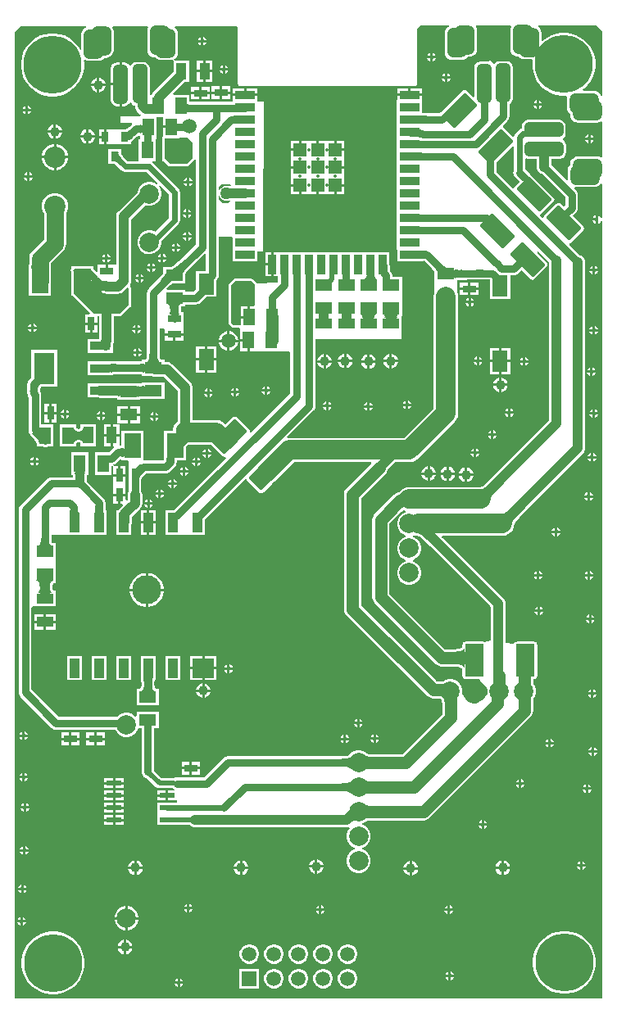
<source format=gtl>
G04*
G04 #@! TF.GenerationSoftware,Altium Limited,Altium Designer,22.9.1 (49)*
G04*
G04 Layer_Physical_Order=1*
G04 Layer_Color=255*
%FSLAX25Y25*%
%MOIN*%
G70*
G04*
G04 #@! TF.SameCoordinates,5637A8B9-9DC4-41E7-96B4-60DE8AE1DB3B*
G04*
G04*
G04 #@! TF.FilePolarity,Positive*
G04*
G01*
G75*
%ADD15C,0.01000*%
G04:AMPARAMS|DCode=16|XSize=78.74mil|YSize=118.11mil|CornerRadius=19.68mil|HoleSize=0mil|Usage=FLASHONLY|Rotation=180.000|XOffset=0mil|YOffset=0mil|HoleType=Round|Shape=RoundedRectangle|*
%AMROUNDEDRECTD16*
21,1,0.07874,0.07874,0,0,180.0*
21,1,0.03937,0.11811,0,0,180.0*
1,1,0.03937,-0.01968,0.03937*
1,1,0.03937,0.01968,0.03937*
1,1,0.03937,0.01968,-0.03937*
1,1,0.03937,-0.01968,-0.03937*
%
%ADD16ROUNDEDRECTD16*%
G04:AMPARAMS|DCode=17|XSize=59.06mil|YSize=157.48mil|CornerRadius=14.76mil|HoleSize=0mil|Usage=FLASHONLY|Rotation=0.000|XOffset=0mil|YOffset=0mil|HoleType=Round|Shape=RoundedRectangle|*
%AMROUNDEDRECTD17*
21,1,0.05906,0.12795,0,0,0.0*
21,1,0.02953,0.15748,0,0,0.0*
1,1,0.02953,0.01476,-0.06398*
1,1,0.02953,-0.01476,-0.06398*
1,1,0.02953,-0.01476,0.06398*
1,1,0.02953,0.01476,0.06398*
%
%ADD17ROUNDEDRECTD17*%
G04:AMPARAMS|DCode=18|XSize=78.74mil|YSize=118.11mil|CornerRadius=19.68mil|HoleSize=0mil|Usage=FLASHONLY|Rotation=90.000|XOffset=0mil|YOffset=0mil|HoleType=Round|Shape=RoundedRectangle|*
%AMROUNDEDRECTD18*
21,1,0.07874,0.07874,0,0,90.0*
21,1,0.03937,0.11811,0,0,90.0*
1,1,0.03937,0.03937,0.01968*
1,1,0.03937,0.03937,-0.01968*
1,1,0.03937,-0.03937,-0.01968*
1,1,0.03937,-0.03937,0.01968*
%
%ADD18ROUNDEDRECTD18*%
G04:AMPARAMS|DCode=19|XSize=59.06mil|YSize=157.48mil|CornerRadius=14.76mil|HoleSize=0mil|Usage=FLASHONLY|Rotation=270.000|XOffset=0mil|YOffset=0mil|HoleType=Round|Shape=RoundedRectangle|*
%AMROUNDEDRECTD19*
21,1,0.05906,0.12795,0,0,270.0*
21,1,0.02953,0.15748,0,0,270.0*
1,1,0.02953,-0.06398,-0.01476*
1,1,0.02953,-0.06398,0.01476*
1,1,0.02953,0.06398,0.01476*
1,1,0.02953,0.06398,-0.01476*
%
%ADD19ROUNDEDRECTD19*%
%ADD20R,0.03150X0.03937*%
G04:AMPARAMS|DCode=21|XSize=74.8mil|YSize=132.68mil|CornerRadius=2.62mil|HoleSize=0mil|Usage=FLASHONLY|Rotation=135.000|XOffset=0mil|YOffset=0mil|HoleType=Round|Shape=RoundedRectangle|*
%AMROUNDEDRECTD21*
21,1,0.07480,0.12744,0,0,135.0*
21,1,0.06957,0.13268,0,0,135.0*
1,1,0.00524,0.02046,0.06965*
1,1,0.00524,0.06965,0.02046*
1,1,0.00524,-0.02046,-0.06965*
1,1,0.00524,-0.06965,-0.02046*
%
%ADD21ROUNDEDRECTD21*%
%ADD22R,0.06299X0.08583*%
%ADD23R,0.05512X0.03150*%
%ADD24R,0.07087X0.04724*%
%ADD25R,0.07874X0.03543*%
%ADD26R,0.03543X0.07874*%
%ADD27R,0.05236X0.05236*%
%ADD28R,0.04724X0.07087*%
%ADD29R,0.06693X0.04331*%
%ADD30R,0.03937X0.07874*%
%ADD31R,0.08858X0.07874*%
%ADD32R,0.04331X0.06693*%
%ADD33R,0.03150X0.05512*%
%ADD34R,0.07087X0.09843*%
G04:AMPARAMS|DCode=35|XSize=74.8mil|YSize=132.68mil|CornerRadius=2.62mil|HoleSize=0mil|Usage=FLASHONLY|Rotation=0.000|XOffset=0mil|YOffset=0mil|HoleType=Round|Shape=RoundedRectangle|*
%AMROUNDEDRECTD35*
21,1,0.07480,0.12744,0,0,0.0*
21,1,0.06957,0.13268,0,0,0.0*
1,1,0.00524,0.03478,-0.06372*
1,1,0.00524,-0.03478,-0.06372*
1,1,0.00524,-0.03478,0.06372*
1,1,0.00524,0.03478,0.06372*
%
%ADD35ROUNDEDRECTD35*%
G04:AMPARAMS|DCode=36|XSize=74.8mil|YSize=132.68mil|CornerRadius=2.62mil|HoleSize=0mil|Usage=FLASHONLY|Rotation=45.000|XOffset=0mil|YOffset=0mil|HoleType=Round|Shape=RoundedRectangle|*
%AMROUNDEDRECTD36*
21,1,0.07480,0.12744,0,0,45.0*
21,1,0.06957,0.13268,0,0,45.0*
1,1,0.00524,0.06965,-0.02046*
1,1,0.00524,0.02046,-0.06965*
1,1,0.00524,-0.06965,0.02046*
1,1,0.00524,-0.02046,0.06965*
%
%ADD36ROUNDEDRECTD36*%
%ADD37R,0.05906X0.01968*%
%ADD38R,0.08465X0.12795*%
%ADD39R,0.08465X0.03740*%
%ADD75C,0.03150*%
%ADD76C,0.03937*%
%ADD77C,0.02362*%
%ADD78C,0.02953*%
%ADD79C,0.01968*%
%ADD80C,0.04921*%
%ADD81C,0.04882*%
%ADD82C,0.07874*%
%ADD83C,0.06890*%
%ADD84C,0.04945*%
%ADD85C,0.02205*%
%ADD86C,0.03543*%
%ADD87C,0.07874*%
%ADD88O,0.01968X0.01181*%
%ADD89O,0.01575X0.01181*%
%ADD90R,0.05906X0.05906*%
%ADD91C,0.05906*%
%ADD92C,0.08661*%
%ADD93C,0.01575*%
%ADD94C,0.03937*%
%ADD95C,0.02362*%
%ADD96C,0.11811*%
%ADD97C,0.05000*%
%ADD98C,0.23622*%
G36*
X53006Y394866D02*
X52958Y394804D01*
X52659Y394082D01*
X52557Y393307D01*
Y385433D01*
X52659Y384658D01*
X52958Y383936D01*
X53434Y383316D01*
X54054Y382840D01*
X54776Y382541D01*
X55551Y382439D01*
X55850D01*
X55993Y382253D01*
X56613Y381777D01*
X57335Y381478D01*
X58110Y381376D01*
X62047D01*
X62822Y381478D01*
X62858Y381493D01*
X63252Y381115D01*
Y376541D01*
X59773Y373062D01*
X59773Y373062D01*
X55127Y368416D01*
X54651Y367796D01*
X54470Y367358D01*
X53529D01*
Y378130D01*
X53337Y379096D01*
X52789Y379915D01*
X51970Y380463D01*
X51004Y380655D01*
X48051D01*
X47085Y380463D01*
X46266Y379915D01*
X45871Y379325D01*
X45288Y379299D01*
X44955Y379797D01*
X44135Y380345D01*
X43169Y380537D01*
X42193D01*
Y371614D01*
Y362692D01*
X43169D01*
X44135Y362884D01*
X44955Y363431D01*
X45349Y364021D01*
X45933Y364048D01*
X46266Y363549D01*
X47085Y363002D01*
X47518Y362916D01*
Y362779D01*
X47620Y362004D01*
X47919Y361282D01*
X48395Y360662D01*
X49717Y359339D01*
X49826Y359256D01*
X49656Y358756D01*
X49512D01*
Y358551D01*
X41801D01*
Y355827D01*
X46142D01*
X46293Y355327D01*
X46145Y355228D01*
X45172Y354255D01*
X45069Y354234D01*
X44250Y353687D01*
X43777Y353214D01*
X43406D01*
X43161Y353165D01*
X35933D01*
Y350197D01*
Y347228D01*
X45882D01*
Y348017D01*
X47273Y349552D01*
X47356Y349569D01*
X48175Y350116D01*
X48741Y350683D01*
X48841Y350694D01*
X49230Y350664D01*
X49338Y350627D01*
X49382Y350561D01*
X49452Y350514D01*
X49510Y350452D01*
X49512Y350451D01*
Y349669D01*
X49145Y349346D01*
X49118D01*
Y340334D01*
X44504D01*
X43453Y341385D01*
X42636Y342312D01*
X42308Y342743D01*
X42061Y343117D01*
X41945Y343332D01*
Y345291D01*
X36795D01*
Y339354D01*
X38995D01*
X39305Y339137D01*
X40023Y338525D01*
X42010Y336538D01*
X42010Y336538D01*
X42732Y336056D01*
X43583Y335886D01*
X43583Y335886D01*
X52228D01*
X56798Y331317D01*
X56457Y330959D01*
X55331Y331608D01*
X54075Y331945D01*
X52775D01*
X51520Y331608D01*
X50394Y330959D01*
X49475Y330039D01*
X48825Y328913D01*
X48488Y327658D01*
Y327604D01*
X40875Y319991D01*
X40399Y319371D01*
X40100Y318649D01*
X39998Y317874D01*
Y298607D01*
X39858Y298165D01*
X36602D01*
Y295591D01*
X35602D01*
Y298165D01*
X32346D01*
Y295536D01*
X31885Y295345D01*
X30705Y296525D01*
Y297421D01*
X29765D01*
X29563Y297556D01*
X29173Y297634D01*
X22835D01*
X22736Y297614D01*
X22635Y297614D01*
X22542Y297576D01*
X22445Y297556D01*
X22361Y297500D01*
X22267Y297461D01*
X22227Y297421D01*
X21618D01*
Y296627D01*
X21514Y296471D01*
X21476Y296379D01*
X21420Y296296D01*
X21400Y296197D01*
X21362Y296103D01*
X21362Y296004D01*
X21343Y295905D01*
X21362Y295807D01*
X21362Y295706D01*
X21401Y295613D01*
X21420Y295515D01*
X21476Y295431D01*
X21515Y295338D01*
X21586Y295268D01*
X21618Y295219D01*
Y285579D01*
X21995D01*
X29183Y278391D01*
X28991Y277929D01*
X27228D01*
Y274673D01*
X29803D01*
X32378D01*
Y277091D01*
X33108D01*
Y274173D01*
Y268463D01*
X33088Y268437D01*
X32876Y267925D01*
X28185D01*
Y262185D01*
X35487D01*
X35681Y262159D01*
X35876Y262185D01*
X38650D01*
Y264959D01*
X38675Y265154D01*
Y265838D01*
X38695Y265864D01*
X38995Y266586D01*
X39097Y267361D01*
Y274173D01*
Y277091D01*
X41299D01*
X41689Y277168D01*
X42020Y277389D01*
X45642Y281011D01*
X45863Y281342D01*
X45941Y281732D01*
Y288639D01*
X45863Y289029D01*
X45642Y289360D01*
X45642Y289360D01*
X45517Y290011D01*
X45585Y290101D01*
X45709Y290400D01*
X45884Y290823D01*
X45986Y291598D01*
Y316634D01*
X51709Y322357D01*
X52775Y322071D01*
X54075D01*
X55331Y322407D01*
X56457Y323057D01*
X57376Y323976D01*
X58026Y325102D01*
X58362Y326358D01*
Y327658D01*
X58026Y328913D01*
X57376Y330039D01*
X57735Y330380D01*
X61438Y326677D01*
Y317220D01*
X55844Y311627D01*
X55331Y311923D01*
X54075Y312260D01*
X52775D01*
X51520Y311923D01*
X50394Y311273D01*
X49475Y310354D01*
X48825Y309228D01*
X48488Y307973D01*
Y306673D01*
X48825Y305417D01*
X49475Y304291D01*
X50394Y303372D01*
X50564Y303274D01*
X50593Y303231D01*
X51314Y302749D01*
X51730Y302666D01*
X52775Y302386D01*
X54075D01*
X55331Y302722D01*
X56457Y303372D01*
X57376Y304291D01*
X58026Y305417D01*
X58362Y306673D01*
Y307855D01*
X65234Y314727D01*
X65234Y314727D01*
X65716Y315448D01*
X65885Y316299D01*
X65885Y316299D01*
Y327598D01*
X65716Y328450D01*
X65234Y329171D01*
X65234Y329171D01*
X54722Y339683D01*
X54607Y339760D01*
X54758Y340260D01*
X55843D01*
Y349346D01*
X56209Y349669D01*
X56236D01*
Y358272D01*
X58961D01*
Y354713D01*
X62323D01*
Y353713D01*
X58961D01*
Y350441D01*
X58885Y350390D01*
X58664Y350060D01*
X58587Y349669D01*
Y349346D01*
X58567D01*
Y340260D01*
X59401D01*
X61129Y338531D01*
X61460Y338310D01*
X61850Y338232D01*
X68583D01*
X68973Y338310D01*
X69304Y338531D01*
X71705Y340933D01*
X71746Y340993D01*
X72246Y340841D01*
Y306418D01*
X66113Y300286D01*
X65466Y299657D01*
X64068Y298430D01*
X63484Y297988D01*
X62965Y297646D01*
X62530Y297411D01*
X62406Y297362D01*
X58957D01*
Y294711D01*
X58844Y294515D01*
X58540Y294079D01*
X57610Y292981D01*
X57119Y292473D01*
X53164Y288517D01*
X52751Y287980D01*
X52491Y287353D01*
X52403Y286681D01*
Y261637D01*
X52391Y261181D01*
X52350Y260714D01*
X52286Y260328D01*
X52205Y260027D01*
X52118Y259813D01*
X52040Y259686D01*
X51987Y259628D01*
X51956Y259608D01*
X51923Y259595D01*
X51838Y259587D01*
X51507D01*
X51469Y259594D01*
X51430Y259587D01*
X50457D01*
Y258910D01*
X50400Y258890D01*
X50143Y258831D01*
X49813Y258781D01*
X48874Y258715D01*
X48488Y258709D01*
X40518D01*
X39208Y258722D01*
X38650Y258747D01*
Y258870D01*
X37688D01*
X37653Y258878D01*
X37646Y258876D01*
X37638Y258878D01*
X37599Y258870D01*
X28185D01*
Y253130D01*
X37596D01*
X37633Y253122D01*
X37635Y253123D01*
X37638Y253122D01*
X37676Y253130D01*
X38650D01*
Y253408D01*
X40227Y253514D01*
X40394Y253515D01*
X48550D01*
X48885Y253512D01*
X49841Y253461D01*
X50191Y253421D01*
X50457Y253376D01*
Y252862D01*
X51430D01*
X51469Y252855D01*
X51507Y252862D01*
X54419D01*
X54891Y252667D01*
X55665Y252565D01*
X59382D01*
X65077Y246870D01*
Y234616D01*
X63867Y233405D01*
X63454Y232868D01*
X63194Y232241D01*
X63106Y231569D01*
Y230449D01*
X59354D01*
Y222728D01*
X59332Y222559D01*
Y218787D01*
X59008Y218463D01*
X51559D01*
X51118Y218606D01*
X51118Y218874D01*
Y230449D01*
X42031D01*
Y224778D01*
X41672Y224582D01*
X41236Y224875D01*
Y228201D01*
X38571D01*
Y224354D01*
X38882D01*
X39052Y223854D01*
X38684Y223572D01*
X36882Y221770D01*
X35354D01*
X35186Y221748D01*
X31205D01*
Y212661D01*
X37929D01*
Y216341D01*
X38213Y216415D01*
X38606Y216026D01*
Y212980D01*
X40681D01*
Y216236D01*
X38902D01*
X38803Y216736D01*
X39257Y216924D01*
X39794Y217337D01*
X41543Y219086D01*
X42031Y219031D01*
Y218606D01*
X43003D01*
X43041Y218599D01*
X43080Y218606D01*
X44565D01*
X44918Y218252D01*
X44905Y216236D01*
Y212649D01*
X44883Y212480D01*
Y206015D01*
X44588Y205303D01*
X44486Y204528D01*
Y202380D01*
X44256Y202200D01*
X43756Y202435D01*
Y204028D01*
X41681D01*
Y200772D01*
X42341D01*
X42532Y200310D01*
X41190Y198968D01*
X40714Y198347D01*
X40655Y198205D01*
X39945D01*
Y188331D01*
X45882D01*
Y192141D01*
X45900Y192164D01*
X46199Y192886D01*
X46301Y193661D01*
Y195610D01*
X49597Y198907D01*
X50073Y199527D01*
X50197Y199826D01*
X50372Y200249D01*
X50474Y201024D01*
Y204528D01*
X50372Y205303D01*
X50077Y206015D01*
Y210863D01*
X50167Y211045D01*
X50377Y211383D01*
X50663Y211776D01*
X51968Y213269D01*
X60084D01*
X60756Y213358D01*
X61383Y213617D01*
X61920Y214030D01*
X63766Y215875D01*
X64178Y216413D01*
X64438Y217039D01*
X64526Y217711D01*
Y217838D01*
X64536Y218354D01*
X64555Y218606D01*
X68441D01*
Y224135D01*
X69262Y224956D01*
X69300Y224951D01*
X78524D01*
X80567Y222907D01*
X80567Y222907D01*
X80676Y222824D01*
X83179Y220321D01*
X83596Y220042D01*
X84088Y219944D01*
X84358Y219998D01*
X84605Y219537D01*
X63300Y198232D01*
X63162Y198205D01*
X59945D01*
Y188331D01*
X75882D01*
Y194532D01*
X92267Y210917D01*
X92550Y210880D01*
X92836Y210779D01*
X93070Y210430D01*
X97989Y205511D01*
X98406Y205232D01*
X98899Y205134D01*
X99391Y205232D01*
X99808Y205511D01*
X103326Y209028D01*
X103435Y209073D01*
X104466Y209865D01*
X112338Y217737D01*
X143604D01*
X143795Y217275D01*
X133634Y207114D01*
X133080Y206391D01*
X132731Y205549D01*
X132612Y204646D01*
Y157953D01*
X132731Y157049D01*
X133080Y156208D01*
X133634Y155485D01*
X166494Y122624D01*
X167217Y122070D01*
X168059Y121721D01*
X168963Y121602D01*
X171776D01*
X171837Y121496D01*
X172375Y120958D01*
X172382Y120934D01*
X172411Y120808D01*
X172437Y120645D01*
X172510Y119458D01*
Y115162D01*
X156338Y98990D01*
X143476D01*
X142770Y99006D01*
X142220Y99049D01*
X142034Y99074D01*
X141901Y99099D01*
X141876Y99106D01*
X141531Y99451D01*
X140406Y100101D01*
X139150Y100437D01*
X137850D01*
X136594Y100101D01*
X135469Y99451D01*
X135062Y99044D01*
X134992Y99001D01*
X134785Y98807D01*
X134599Y98662D01*
X134402Y98534D01*
X134190Y98422D01*
X133962Y98326D01*
X133716Y98245D01*
X133451Y98181D01*
X133237Y98146D01*
X131752Y98097D01*
X85185D01*
X84513Y98009D01*
X83886Y97749D01*
X83349Y97336D01*
X75578Y89565D01*
X64481D01*
X63809Y89477D01*
X63182Y89218D01*
X62965Y89051D01*
X60825D01*
X60630Y89090D01*
X58377D01*
X55958Y91509D01*
X55871Y91598D01*
X55353Y92169D01*
Y109512D01*
X57299D01*
Y116236D01*
X48213D01*
Y114437D01*
X47713Y114230D01*
X47126Y114817D01*
X46000Y115467D01*
X44745Y115803D01*
X43444D01*
X42189Y115467D01*
X41063Y114817D01*
X40300Y114054D01*
X16548D01*
X5471Y125131D01*
Y158648D01*
X5971Y159127D01*
X6559Y159118D01*
X15252D01*
Y164399D01*
X15260Y164437D01*
X15252Y164475D01*
Y165449D01*
X14367D01*
X14329Y165455D01*
X14270Y165545D01*
X14179Y165761D01*
X14086Y166087D01*
X14008Y166504D01*
X13955Y167116D01*
X14020Y167606D01*
X14110Y168027D01*
X14213Y168343D01*
X14313Y168550D01*
X14388Y168652D01*
X14420Y168678D01*
X14561Y168697D01*
X15449D01*
Y169671D01*
X15456Y169709D01*
X15449Y169747D01*
Y175421D01*
X15449D01*
X15449D01*
Y178146D01*
Y184870D01*
X14067D01*
X13983Y184879D01*
X13949Y184891D01*
X13919Y184911D01*
X13865Y184969D01*
X13787Y185097D01*
X13701Y185310D01*
X13620Y185611D01*
X13555Y185998D01*
X13514Y186465D01*
X13502Y186921D01*
Y188151D01*
X19945Y188331D01*
X19945Y188331D01*
X19945Y188331D01*
X35882D01*
Y197141D01*
X35889Y197175D01*
X35888Y197184D01*
X35890Y197193D01*
X35882Y197231D01*
Y198205D01*
X35614D01*
X35511Y199780D01*
X35510Y199934D01*
Y201299D01*
X35422Y201971D01*
X35162Y202598D01*
X34750Y203136D01*
X27914Y209972D01*
Y210360D01*
X27932Y211361D01*
X27997Y212295D01*
X28041Y212620D01*
X28049Y212661D01*
X28480D01*
Y213576D01*
X28485Y213591D01*
X28480Y213628D01*
Y213635D01*
X28488Y213673D01*
X28480Y213712D01*
Y221748D01*
X21756D01*
Y213712D01*
X21748Y213673D01*
X21756Y213635D01*
Y213628D01*
X21752Y213591D01*
X21756Y213576D01*
Y212661D01*
X22187D01*
X22189Y212652D01*
X22234Y212018D01*
X21893Y211652D01*
X13504D01*
X12832Y211564D01*
X12205Y211304D01*
X11668Y210892D01*
X1038Y200262D01*
X625Y199724D01*
X365Y199097D01*
X277Y198425D01*
Y124055D01*
X365Y123383D01*
X625Y122757D01*
X1038Y122219D01*
X13636Y109620D01*
X14174Y109208D01*
X14800Y108948D01*
X15472Y108860D01*
X39552D01*
X40144Y107835D01*
X41063Y106916D01*
X42189Y106266D01*
X43444Y105929D01*
X44745D01*
X46000Y106266D01*
X47126Y106916D01*
X48045Y107835D01*
X48695Y108960D01*
X48843Y109512D01*
X50159D01*
Y91850D01*
X50247Y91178D01*
X50507Y90552D01*
X50920Y90014D01*
X51457Y89601D01*
X52084Y89342D01*
X52293Y89314D01*
X54094Y87652D01*
X56109Y85636D01*
X56677Y85257D01*
Y85083D01*
X57344D01*
X57539Y85044D01*
X60630D01*
X60825Y85083D01*
X62709D01*
X63182Y84719D01*
X63588Y84551D01*
X63489Y84051D01*
X61130D01*
Y82067D01*
Y80083D01*
X64583D01*
X64668Y79593D01*
X64346Y79211D01*
X60630D01*
X59829Y79051D01*
X56677D01*
Y75083D01*
Y70083D01*
X60435D01*
X60630Y70044D01*
X69937D01*
X70009Y69950D01*
X70629Y69474D01*
X71351Y69175D01*
X72126Y69073D01*
X133533Y69073D01*
X134308Y69175D01*
X134612Y69301D01*
X134895Y68877D01*
X134549Y68531D01*
X133899Y67406D01*
X133563Y66150D01*
Y64850D01*
X133899Y63594D01*
X134549Y62469D01*
X135469Y61549D01*
X136594Y60899D01*
X137119Y60759D01*
Y60241D01*
X136594Y60101D01*
X135469Y59451D01*
X134549Y58531D01*
X133899Y57406D01*
X133563Y56150D01*
Y54850D01*
X133899Y53594D01*
X134549Y52469D01*
X135469Y51549D01*
X136594Y50899D01*
X137850Y50563D01*
X139150D01*
X140406Y50899D01*
X141531Y51549D01*
X142451Y52469D01*
X143101Y53594D01*
X143437Y54850D01*
Y56150D01*
X143101Y57406D01*
X142451Y58531D01*
X141531Y59451D01*
X140406Y60101D01*
X139881Y60241D01*
Y60759D01*
X140406Y60899D01*
X141531Y61549D01*
X142451Y62469D01*
X143101Y63594D01*
X143437Y64850D01*
Y66150D01*
X143101Y67406D01*
X142451Y68531D01*
X141531Y69451D01*
X140406Y70101D01*
X139881Y70241D01*
Y70759D01*
X140406Y70899D01*
X141531Y71549D01*
X141876Y71894D01*
X141901Y71901D01*
X141999Y71920D01*
X143407Y72009D01*
X164997D01*
X165900Y72128D01*
X166742Y72477D01*
X167465Y73032D01*
X208468Y114035D01*
X209023Y114758D01*
X209371Y115600D01*
X209490Y116504D01*
Y121249D01*
X209738Y121496D01*
X210388Y122622D01*
X210724Y123878D01*
Y125178D01*
X210388Y126433D01*
X209738Y127559D01*
X209612Y127684D01*
Y129428D01*
X209935D01*
X210427Y129526D01*
X210845Y129805D01*
X211124Y130222D01*
X211222Y130715D01*
Y143459D01*
X211124Y143951D01*
X210845Y144368D01*
X210427Y144647D01*
X209935Y144745D01*
X202978D01*
X202486Y144647D01*
X202069Y144368D01*
X201790Y143951D01*
X198422Y144247D01*
Y160045D01*
X198320Y160820D01*
X198144Y161243D01*
X198021Y161542D01*
X197545Y162162D01*
X172470Y187237D01*
X172677Y187737D01*
X196929D01*
X198218Y187907D01*
X199419Y188404D01*
X200450Y189195D01*
X201242Y190227D01*
X201739Y191428D01*
X201905Y192691D01*
X201987Y192870D01*
X202180Y193187D01*
X206014Y197565D01*
X206261Y197814D01*
X229834Y221387D01*
X230310Y222007D01*
X230609Y222729D01*
X230711Y223504D01*
Y299145D01*
X230609Y299920D01*
X230310Y300642D01*
X229834Y301262D01*
X229214Y301738D01*
X228501Y302033D01*
X224183Y306351D01*
X224348Y306893D01*
X224507Y306925D01*
X224924Y307204D01*
X229843Y312123D01*
X230122Y312540D01*
X230220Y313033D01*
X230122Y313525D01*
X229843Y313942D01*
X225722Y318064D01*
X227033Y319375D01*
X227446Y319913D01*
X227705Y320540D01*
X227794Y321212D01*
Y326693D01*
X227705Y327365D01*
X227446Y327991D01*
X227033Y328529D01*
X226304Y329259D01*
X226537Y329733D01*
X226614Y329722D01*
X234488D01*
X235263Y329824D01*
X235985Y330123D01*
X236605Y330599D01*
X237059Y331191D01*
X237112Y331194D01*
X237559Y330953D01*
Y317190D01*
X237059Y317091D01*
X236870Y317548D01*
X236367Y318051D01*
X235854Y318263D01*
Y316535D01*
Y314808D01*
X236367Y315020D01*
X236870Y315523D01*
X237059Y315980D01*
X237559Y315881D01*
Y-323D01*
X237331Y-551D01*
X-904D01*
X-1260Y-195D01*
Y392795D01*
X-1378Y392913D01*
X1024Y395315D01*
X27795D01*
X27894Y394815D01*
X27283Y394562D01*
X26662Y394086D01*
X26186Y393466D01*
X25887Y392743D01*
X25785Y391968D01*
Y385660D01*
X25299Y385543D01*
X24957Y386214D01*
X23772Y387846D01*
X22346Y389272D01*
X20714Y390457D01*
X18918Y391372D01*
X17000Y391996D01*
X15008Y392311D01*
X12992D01*
X11000Y391996D01*
X9082Y391372D01*
X7286Y390457D01*
X5654Y389272D01*
X4228Y387846D01*
X3043Y386214D01*
X2128Y384418D01*
X1504Y382500D01*
X1189Y380508D01*
Y378492D01*
X1504Y376500D01*
X2128Y374582D01*
X3043Y372786D01*
X4228Y371154D01*
X5654Y369728D01*
X7286Y368543D01*
X9082Y367628D01*
X11000Y367004D01*
X12992Y366689D01*
X15008D01*
X17000Y367004D01*
X18918Y367628D01*
X20714Y368543D01*
X22346Y369728D01*
X23772Y371154D01*
X24957Y372786D01*
X25872Y374582D01*
X26496Y376500D01*
X26811Y378492D01*
Y380508D01*
X26680Y381333D01*
X27143Y381609D01*
X27283Y381502D01*
X28005Y381202D01*
X28780Y381100D01*
X32717D01*
X33492Y381202D01*
X34214Y381502D01*
X34834Y381977D01*
X35127Y382360D01*
X35827D01*
X36602Y382462D01*
X37324Y382761D01*
X37944Y383237D01*
X38420Y383857D01*
X38719Y384579D01*
X38821Y385354D01*
Y393228D01*
X38719Y394003D01*
X38420Y394725D01*
X38311Y394866D01*
X38533Y395315D01*
X52785D01*
X53006Y394866D01*
D02*
G37*
G36*
X200693Y395012D02*
X200454Y394436D01*
X200352Y393661D01*
Y385787D01*
X200454Y385013D01*
X200753Y384290D01*
X201229Y383670D01*
X201849Y383194D01*
X202572Y382895D01*
X203346Y382793D01*
X203646D01*
X203788Y382607D01*
X204408Y382131D01*
X205131Y381832D01*
X205906Y381730D01*
X208985D01*
X209310Y381350D01*
X209209Y380709D01*
Y378693D01*
X209524Y376701D01*
X210147Y374783D01*
X211063Y372986D01*
X212248Y371355D01*
X213674Y369929D01*
X215305Y368744D01*
X217102Y367828D01*
X219020Y367205D01*
X221011Y366890D01*
X222985D01*
X222993Y366887D01*
X223058Y366854D01*
X223405Y366443D01*
X223344Y365984D01*
Y362047D01*
X223446Y361272D01*
X223746Y360550D01*
X224221Y359930D01*
X224604Y359636D01*
Y358937D01*
X224706Y358162D01*
X225005Y357440D01*
X225481Y356820D01*
X226101Y356344D01*
X226823Y356045D01*
X227598Y355943D01*
X235472D01*
X236247Y356045D01*
X236969Y356344D01*
X237111Y356452D01*
X237559Y356231D01*
Y341979D01*
X237111Y341758D01*
X237048Y341806D01*
X236326Y342105D01*
X235551Y342207D01*
X227677D01*
X226902Y342105D01*
X226180Y341806D01*
X225560Y341330D01*
X225084Y340710D01*
X224785Y339988D01*
X224683Y339213D01*
Y338913D01*
X224497Y338771D01*
X224021Y338151D01*
X223722Y337428D01*
X223620Y336653D01*
Y332716D01*
X223630Y332639D01*
X223157Y332406D01*
X216931Y338631D01*
Y341235D01*
X220374D01*
X221340Y341427D01*
X222159Y341974D01*
X222707Y342794D01*
X222899Y343760D01*
Y346713D01*
X222707Y347679D01*
X222159Y348498D01*
X221569Y348892D01*
X221543Y349476D01*
X222041Y349809D01*
X222589Y350628D01*
X222781Y351594D01*
Y354547D01*
X222589Y355514D01*
X222041Y356333D01*
X221222Y356880D01*
X220256Y357072D01*
X207461D01*
X206494Y356880D01*
X205675Y356333D01*
X205128Y355514D01*
X204936Y354547D01*
Y353611D01*
X204560Y353536D01*
X203838Y353054D01*
X203838Y353054D01*
X202349Y351564D01*
X201867Y350843D01*
X201751Y350260D01*
X201208Y350095D01*
X197287Y354017D01*
X197230Y354054D01*
X197167Y354698D01*
X199108Y356640D01*
X199655Y357459D01*
X199848Y358425D01*
Y363411D01*
X200585Y363904D01*
X201132Y364723D01*
X201324Y365689D01*
Y378484D01*
X201132Y379450D01*
X200585Y380270D01*
X199766Y380817D01*
X198799Y381009D01*
X195846D01*
X194880Y380817D01*
X194061Y380270D01*
X193795Y379872D01*
X193262Y379974D01*
X193189Y380315D01*
X192259Y381119D01*
X191741D01*
X191621Y380761D01*
X190965Y380891D01*
X188012D01*
X187046Y380699D01*
X186226Y380152D01*
X185679Y379332D01*
X185487Y378366D01*
Y366470D01*
X185025Y366278D01*
X182476Y368827D01*
X182059Y369106D01*
X181567Y369204D01*
X181074Y369106D01*
X180657Y368827D01*
X172513Y360683D01*
X171700Y360140D01*
X171337Y359777D01*
X164640D01*
X164226Y359803D01*
Y364480D01*
Y366752D01*
X154352D01*
Y365614D01*
X154055Y365236D01*
X154055Y364104D01*
Y359857D01*
Y354857D01*
Y349857D01*
Y344857D01*
Y339857D01*
Y334857D01*
Y329857D01*
Y324857D01*
Y319857D01*
Y314857D01*
Y309857D01*
X154055Y304540D01*
X154352Y304163D01*
Y299480D01*
X163099D01*
X163103Y299479D01*
X163121Y299480D01*
X163176D01*
X163214Y299473D01*
X163252Y299480D01*
X164226D01*
Y299663D01*
X165204Y299725D01*
X168230Y296699D01*
X168794Y296096D01*
X169199Y295597D01*
X169431Y295269D01*
X169457Y295142D01*
Y291138D01*
Y286984D01*
X169190Y286340D01*
X169020Y285051D01*
Y239685D01*
X157032Y227696D01*
X110276D01*
X110276Y227696D01*
X109674Y227617D01*
X109440Y228091D01*
X120161Y238811D01*
X120574Y239349D01*
X120833Y239976D01*
X120922Y240648D01*
Y267941D01*
X155961Y268008D01*
Y271126D01*
Y276407D01*
X155968Y276445D01*
X155961Y276483D01*
Y277071D01*
X156236D01*
Y278045D01*
X156244Y278083D01*
X156236Y278121D01*
Y283795D01*
X156236D01*
X156236D01*
Y286520D01*
Y293244D01*
X152151D01*
Y293840D01*
X151959Y294806D01*
X151411Y295625D01*
X151145Y295891D01*
Y298020D01*
X151096Y298264D01*
Y303252D01*
X103825D01*
Y298315D01*
Y293378D01*
X105800D01*
Y290985D01*
X105800Y290985D01*
X97011Y290675D01*
X96902Y290839D01*
X95445Y292296D01*
X95115Y292517D01*
X94724Y292594D01*
X88425D01*
X88035Y292517D01*
X87704Y292296D01*
X85775Y290367D01*
X85554Y290036D01*
X85476Y289646D01*
Y274567D01*
X85554Y274177D01*
X85775Y273846D01*
X86917Y272704D01*
X87248Y272483D01*
X87638Y272406D01*
X90014D01*
X90299Y272024D01*
Y267980D01*
X93661D01*
Y267480D01*
X94161D01*
Y262937D01*
X106472D01*
X110228Y262951D01*
X110728Y262460D01*
Y245660D01*
X94794Y229726D01*
X94333Y229972D01*
X94386Y230242D01*
X94288Y230735D01*
X94010Y231152D01*
X89091Y236071D01*
X88673Y236350D01*
X88181Y236448D01*
X87688Y236350D01*
X87271Y236071D01*
X84380Y233179D01*
X84108Y233451D01*
X83077Y234243D01*
X81875Y234740D01*
X80587Y234910D01*
X80587Y234910D01*
X71065D01*
Y248110D01*
X70963Y248885D01*
X70788Y249308D01*
X70664Y249607D01*
X70188Y250227D01*
X62739Y257676D01*
X62119Y258152D01*
X61397Y258451D01*
X60622Y258553D01*
X59543D01*
Y259587D01*
X58162D01*
X58077Y259595D01*
X58044Y259608D01*
X58013Y259628D01*
X57960Y259686D01*
X57882Y259813D01*
X57795Y260027D01*
X57714Y260328D01*
X57650Y260714D01*
X57609Y261181D01*
X57597Y261637D01*
Y272205D01*
X57638Y272205D01*
Y272205D01*
X59386Y272245D01*
X59744Y271895D01*
Y270350D01*
X63500D01*
X67256D01*
Y272425D01*
Y277674D01*
X67264Y277712D01*
X67256Y277751D01*
Y278724D01*
X66385D01*
X66323Y278860D01*
X66252Y279095D01*
X66190Y279403D01*
X66140Y279946D01*
X66150Y280061D01*
X66214Y280448D01*
X66295Y280749D01*
X66382Y280962D01*
X66460Y281090D01*
X66513Y281148D01*
X66544Y281168D01*
X66577Y281180D01*
X66662Y281189D01*
X68043D01*
Y281954D01*
X72425D01*
X73097Y282043D01*
X73724Y282302D01*
X74262Y282715D01*
X76610Y285063D01*
X80650D01*
Y291973D01*
X80852Y292175D01*
X81265Y292713D01*
X81524Y293340D01*
X81613Y294012D01*
Y309431D01*
X87069Y309460D01*
X87423Y309107D01*
Y304480D01*
Y299480D01*
X97297D01*
Y303387D01*
X99764Y303583D01*
X99567Y309252D01*
X99772Y309264D01*
X99851Y364563D01*
X97657Y364492D01*
X97297Y364840D01*
Y366752D01*
X87423D01*
Y364556D01*
X80811D01*
X80151Y364425D01*
X78724D01*
Y364408D01*
X69773D01*
X69661Y364493D01*
Y367358D01*
X63245D01*
X63038Y367858D01*
X64007Y368828D01*
X64007Y368828D01*
X67722Y372543D01*
X69583D01*
Y381236D01*
X63545D01*
X63446Y381736D01*
X63544Y381777D01*
X64164Y382253D01*
X64640Y382873D01*
X64939Y383595D01*
X65041Y384370D01*
Y392244D01*
X64939Y393019D01*
X64640Y393741D01*
X64164Y394361D01*
X63573Y394815D01*
X63570Y394867D01*
X63811Y395315D01*
X88976D01*
X89370Y395002D01*
Y371614D01*
X89475Y371510D01*
X89671Y371216D01*
X89964Y371020D01*
X90236Y370748D01*
X161929D01*
Y371183D01*
X161979Y371216D01*
X162200Y371547D01*
X162277Y371937D01*
Y394049D01*
X163740Y395512D01*
X175210D01*
X175310Y395012D01*
X175078Y394916D01*
X174458Y394440D01*
X173982Y393820D01*
X173683Y393098D01*
X173581Y392323D01*
Y384449D01*
X173683Y383674D01*
X173982Y382952D01*
X174458Y382332D01*
X175078Y381856D01*
X175800Y381557D01*
X176575Y381455D01*
X180512D01*
X181287Y381557D01*
X182009Y381856D01*
X182629Y382332D01*
X182923Y382715D01*
X183622D01*
X184397Y382817D01*
X185119Y383116D01*
X185739Y383592D01*
X186215Y384212D01*
X186514Y384934D01*
X186616Y385709D01*
Y393583D01*
X186514Y394358D01*
X186243Y395012D01*
X186436Y395512D01*
X200453D01*
X200693Y395012D01*
D02*
G37*
G36*
X237559Y393228D02*
Y366969D01*
X237059Y366869D01*
X236806Y367481D01*
X236330Y368101D01*
X235710Y368577D01*
X234987Y368876D01*
X234213Y368978D01*
X229866D01*
X229712Y369454D01*
X230365Y369929D01*
X231791Y371355D01*
X232977Y372986D01*
X233892Y374783D01*
X234515Y376701D01*
X234831Y378693D01*
Y380709D01*
X234515Y382701D01*
X233892Y384618D01*
X232977Y386415D01*
X231791Y388047D01*
X230365Y389473D01*
X228734Y390658D01*
X226937Y391573D01*
X225020Y392196D01*
X223028Y392512D01*
X221011D01*
X219020Y392196D01*
X217102Y391573D01*
X215305Y390658D01*
X213674Y389473D01*
X213299Y389097D01*
X212837Y389289D01*
Y392598D01*
X212735Y393373D01*
X212436Y394095D01*
X211960Y394716D01*
X211574Y395012D01*
X211743Y395512D01*
X235276D01*
X237559Y393228D01*
D02*
G37*
G36*
X163244Y358958D02*
X163332Y358910D01*
X163480Y358867D01*
X163687Y358830D01*
X163953Y358799D01*
X164661Y358754D01*
X166167Y358728D01*
Y355776D01*
X165606Y355773D01*
X163480Y355637D01*
X163332Y355594D01*
X163244Y355546D01*
X163214Y355492D01*
Y359012D01*
X163244Y358958D01*
D02*
G37*
G36*
X88435Y355492D02*
X86779Y355480D01*
Y358630D01*
X88447Y358711D01*
X88435Y355492D01*
D02*
G37*
G36*
X50103Y351282D02*
X50081Y351412D01*
X50016Y351528D01*
X49907Y351631D01*
X49755Y351720D01*
X49560Y351795D01*
X49321Y351856D01*
X49038Y351904D01*
X48713Y351939D01*
X47930Y351966D01*
Y354919D01*
X48343Y354925D01*
X49038Y354980D01*
X49321Y355028D01*
X49560Y355090D01*
X49755Y355165D01*
X49907Y355254D01*
X50016Y355356D01*
X50081Y355473D01*
X50103Y355603D01*
Y351282D01*
D02*
G37*
G36*
X68708Y349992D02*
X70984Y347716D01*
Y341653D01*
X68583Y339252D01*
X61850D01*
X59606Y341496D01*
Y349669D01*
X65252D01*
Y349669D01*
X65607Y350021D01*
X68708Y349992D01*
D02*
G37*
G36*
X47079Y350858D02*
X44858Y348405D01*
X44870Y352153D01*
X44750Y352161D01*
X44660Y352185D01*
X44599Y352225D01*
X44567Y352280D01*
X44565Y352351D01*
X44592Y352438D01*
X44648Y352541D01*
X44733Y352660D01*
X44848Y352795D01*
X44991Y352945D01*
X47079Y350858D01*
D02*
G37*
G36*
X163246Y343939D02*
X163340Y343874D01*
X163498Y343817D01*
X163718Y343767D01*
X164002Y343725D01*
X164758Y343664D01*
X166364Y343630D01*
Y340480D01*
X163214Y340492D01*
Y344012D01*
X163246Y343939D01*
D02*
G37*
G36*
X40815Y343892D02*
X40788Y343637D01*
X40840Y343335D01*
X40973Y342987D01*
X41185Y342593D01*
X41476Y342152D01*
X41847Y341665D01*
X42828Y340551D01*
X43438Y339925D01*
X41327Y338696D01*
X40824Y339182D01*
X39930Y339943D01*
X39540Y340218D01*
X39187Y340421D01*
X38871Y340554D01*
X38594Y340616D01*
X38353Y340608D01*
X38151Y340528D01*
X37986Y340378D01*
X40921Y344101D01*
X40815Y343892D01*
D02*
G37*
G36*
X201697Y346117D02*
Y342245D01*
X201697Y342245D01*
X201792Y341772D01*
Y337001D01*
X201766Y336968D01*
X201507Y336342D01*
X201418Y335670D01*
X201507Y334998D01*
X201766Y334371D01*
X202179Y333833D01*
X204146Y331867D01*
X202046Y329767D01*
X201817Y329424D01*
X201278Y329256D01*
X194685Y335849D01*
Y339757D01*
X201236Y346308D01*
X201697Y346117D01*
D02*
G37*
G36*
X86746Y330223D02*
X84669D01*
X83894Y330120D01*
X83172Y329821D01*
X82552Y329345D01*
X82076Y328725D01*
X81777Y328003D01*
X81675Y327228D01*
X81777Y326453D01*
X82076Y325731D01*
X82552Y325111D01*
X83172Y324635D01*
X83894Y324336D01*
X84669Y324234D01*
X86400D01*
X85512Y323346D01*
X83110D01*
X81613Y324844D01*
Y329644D01*
X82677Y330709D01*
X86260D01*
X86746Y330223D01*
D02*
G37*
G36*
X207579Y341235D02*
X210943D01*
Y337953D01*
X211045Y337178D01*
X211344Y336456D01*
X211820Y335836D01*
X212440Y335360D01*
X213152Y335065D01*
X222600Y325617D01*
Y322288D01*
X222049Y321737D01*
X220832Y322954D01*
X220415Y323233D01*
X219922Y323330D01*
X219430Y323233D01*
X219013Y322954D01*
X214093Y318035D01*
X213815Y317617D01*
X213783Y317458D01*
X213240Y317294D01*
X212366Y318168D01*
X212534Y318707D01*
X212877Y318936D01*
X217796Y323855D01*
X218075Y324272D01*
X218173Y324765D01*
X218075Y325257D01*
X217796Y325675D01*
X208785Y334686D01*
X208444Y334914D01*
X206239Y337119D01*
Y341121D01*
X206739Y341402D01*
X207579Y341235D01*
D02*
G37*
G36*
X163244Y303958D02*
X163332Y303910D01*
X163480Y303867D01*
X163687Y303830D01*
X163953Y303799D01*
X164661Y303754D01*
X166167Y303728D01*
Y300776D01*
X165606Y300773D01*
X163480Y300637D01*
X163332Y300594D01*
X163244Y300546D01*
X163214Y300492D01*
Y304012D01*
X163244Y303958D01*
D02*
G37*
G36*
X69258Y297531D02*
X68581Y296831D01*
X67528Y295601D01*
X67152Y295071D01*
X66878Y294597D01*
X66705Y294180D01*
X66632Y293819D01*
X66660Y293515D01*
X66789Y293268D01*
X67019Y293077D01*
X61396Y296338D01*
X61704Y296225D01*
X62067Y296212D01*
X62486Y296299D01*
X62960Y296484D01*
X63489Y296770D01*
X64073Y297155D01*
X64713Y297639D01*
X66158Y298907D01*
X66964Y299691D01*
X69258Y297531D01*
D02*
G37*
G36*
X171358Y299251D02*
X173307Y297613D01*
X173854Y297252D01*
X174351Y296984D01*
X174796Y296809D01*
X175190Y296726D01*
X175534Y296736D01*
X175826Y296838D01*
X170481Y293856D01*
X170700Y294031D01*
X170823Y294260D01*
X170851Y294544D01*
X170784Y294881D01*
X170622Y295271D01*
X170364Y295716D01*
X170011Y296214D01*
X169563Y296766D01*
X168381Y298031D01*
X170606Y299982D01*
X171358Y299251D01*
D02*
G37*
G36*
X186273Y296196D02*
X186362Y296181D01*
X186510Y296168D01*
X187691Y296134D01*
X189197Y296126D01*
Y293173D01*
X186244Y293087D01*
Y296212D01*
X186273Y296196D01*
D02*
G37*
G36*
X151104Y293532D02*
X151186Y292285D01*
X151209Y292236D01*
X151234Y292220D01*
X148162Y292232D01*
X148159Y292248D01*
X148157Y292296D01*
X148150Y293840D01*
X151102D01*
X151104Y293532D01*
D02*
G37*
G36*
X177561Y296684D02*
X177649Y296536D01*
X177797Y296405D01*
X178004Y296291D01*
X178270Y296195D01*
X178594Y296116D01*
X178978Y296055D01*
X179198Y296033D01*
X180638Y296127D01*
X180727Y296168D01*
X180756Y296212D01*
Y293087D01*
X180727Y293075D01*
X180638Y293064D01*
X180490Y293055D01*
X180484Y293055D01*
Y293024D01*
X179923Y293015D01*
X178978Y292945D01*
X178594Y292884D01*
X178270Y292805D01*
X178004Y292709D01*
X177797Y292595D01*
X177649Y292464D01*
X177561Y292316D01*
X177531Y292150D01*
Y296850D01*
X177561Y296684D01*
D02*
G37*
G36*
X215982Y299321D02*
Y234626D01*
X193405Y212049D01*
X193143Y211790D01*
X190559Y209377D01*
X189292Y208332D01*
X188820Y207993D01*
X188460Y207774D01*
X188289Y207696D01*
X159095D01*
X158771Y207653D01*
X158444D01*
X158129Y207569D01*
X157806Y207526D01*
X157504Y207402D01*
X157189Y207317D01*
X156906Y207154D01*
X156605Y207029D01*
X156346Y206830D01*
X156063Y206667D01*
X155832Y206436D01*
X155573Y206238D01*
X155375Y205979D01*
X155144Y205748D01*
X155052Y205589D01*
X154555Y205523D01*
X153713Y205174D01*
X152990Y204620D01*
X145091Y196720D01*
X144536Y195997D01*
X144187Y195155D01*
X144069Y194252D01*
Y162913D01*
X144187Y162010D01*
X144536Y161168D01*
X145091Y160445D01*
X169855Y135681D01*
X170578Y135127D01*
X171419Y134778D01*
X172323Y134659D01*
X177235D01*
X177737Y134646D01*
X178505Y134578D01*
X179157Y134470D01*
X179689Y134327D01*
X180096Y134161D01*
X180384Y133986D01*
X180566Y133817D01*
X180675Y133654D01*
X180740Y133469D01*
X180747Y133405D01*
Y130715D01*
X180845Y130222D01*
X181124Y129805D01*
X181541Y129526D01*
X182034Y129428D01*
X187763D01*
X188067Y129031D01*
X188040Y128928D01*
X190388Y126433D01*
X190529Y125908D01*
X190636D01*
X190940Y125512D01*
X190850Y125178D01*
Y123878D01*
X190980Y123394D01*
X190562Y123120D01*
X190529Y123147D01*
X189738Y121496D01*
X186287Y119591D01*
X185137D01*
X182756Y120577D01*
X181837Y121496D01*
X181187Y122622D01*
X181046Y123147D01*
X180663Y123647D01*
X180724Y123878D01*
Y125178D01*
X180388Y126433D01*
X179738Y127559D01*
X178819Y128478D01*
X177693Y129128D01*
X176437Y129465D01*
X175137D01*
X173882Y129128D01*
X172938Y128583D01*
X170408D01*
X139593Y159399D01*
Y203200D01*
X149357Y212964D01*
X149911Y213687D01*
X150260Y214529D01*
X150266Y214575D01*
X153428Y217737D01*
X159094D01*
X159095Y217737D01*
X159418Y217779D01*
X159745D01*
X160060Y217864D01*
X160383Y217907D01*
X160685Y218032D01*
X161000Y218116D01*
X161283Y218279D01*
X161584Y218404D01*
X161843Y218603D01*
X162126Y218766D01*
X162357Y218997D01*
X162616Y219195D01*
X177521Y234101D01*
X177521Y234101D01*
X178313Y235132D01*
X178810Y236333D01*
X178980Y237622D01*
Y285051D01*
X178810Y286340D01*
X178543Y286984D01*
Y291820D01*
X178564Y291827D01*
X178795Y291883D01*
X179096Y291931D01*
X179688Y291975D01*
X182169D01*
X182671Y292075D01*
X186206D01*
X186244Y292067D01*
X186259Y292070D01*
X186274Y292068D01*
X186518Y292075D01*
X187256D01*
Y292096D01*
X188223Y292125D01*
X191801D01*
X191874Y292051D01*
Y284354D01*
X200173D01*
Y293915D01*
X201553D01*
X202226Y294003D01*
X202852Y294263D01*
X203390Y294675D01*
X204701Y295987D01*
X208295Y292393D01*
X208712Y292115D01*
X209204Y292017D01*
X209697Y292115D01*
X210114Y292393D01*
X215033Y297313D01*
X215312Y297730D01*
X215410Y298222D01*
X215312Y298715D01*
X215033Y299132D01*
X211171Y302994D01*
X211307Y303450D01*
X211753Y303551D01*
X215982Y299321D01*
D02*
G37*
G36*
X64423Y291662D02*
X64179Y291839D01*
X63890Y291927D01*
X63557Y291926D01*
X63179Y291835D01*
X62756Y291656D01*
X62288Y291387D01*
X61775Y291030D01*
X61218Y290583D01*
X59969Y289423D01*
X57742Y291650D01*
X58366Y292297D01*
X59349Y293456D01*
X59706Y293969D01*
X59975Y294437D01*
X60154Y294860D01*
X60244Y295238D01*
X60246Y295571D01*
X60158Y295860D01*
X59981Y296104D01*
X64423Y291662D01*
D02*
G37*
G36*
X144913Y294691D02*
X144941Y294390D01*
X145084D01*
X145050Y294360D01*
X145019Y294272D01*
X144991Y294124D01*
X144977Y294003D01*
X145001Y293746D01*
X145079Y293362D01*
X145179Y293037D01*
X145301Y292772D01*
X145446Y292565D01*
X145612Y292417D01*
X145801Y292329D01*
X146012Y292299D01*
X144915Y292297D01*
X144902Y291437D01*
X141949D01*
X141945Y291998D01*
X141925Y292290D01*
X140472Y292287D01*
X140753Y292317D01*
X141004Y292407D01*
X141225Y292555D01*
X141417Y292763D01*
X141580Y293030D01*
X141713Y293356D01*
X141816Y293741D01*
X141821Y293771D01*
X141811Y293917D01*
X141761Y294124D01*
X141703Y294272D01*
X141638Y294360D01*
X141565Y294390D01*
X141908D01*
X141934Y294689D01*
X141949Y295252D01*
X144902D01*
X144913Y294691D01*
D02*
G37*
G36*
X76419Y302593D02*
Y295646D01*
X72350D01*
Y288948D01*
X72328Y288779D01*
Y288127D01*
X71350Y287148D01*
X68043D01*
Y287913D01*
X60558D01*
X60367Y288375D01*
X60729Y288737D01*
X61884Y289811D01*
X62386Y290213D01*
X62834Y290525D01*
X63030Y290638D01*
X68043D01*
Y294565D01*
X68333Y294974D01*
X69335Y296145D01*
X69872Y296699D01*
X75957Y302784D01*
X76419Y302593D01*
D02*
G37*
G36*
X32346Y293441D02*
Y293016D01*
X32772D01*
X33851Y291936D01*
X33916Y291763D01*
X33971Y291390D01*
X33509Y290788D01*
X33210Y290066D01*
X33108Y289291D01*
X33210Y288516D01*
X33509Y287794D01*
X33985Y287174D01*
Y287174D01*
X34605Y286698D01*
X35327Y286399D01*
X36102Y286297D01*
X40686D01*
X41461Y286399D01*
X42183Y286698D01*
X42803Y287174D01*
X44459Y288830D01*
X44921Y288639D01*
Y281732D01*
X41299Y278110D01*
X30906D01*
X22677Y286339D01*
Y291392D01*
X23177Y291425D01*
X23269Y290725D01*
X23568Y290003D01*
X24044Y289383D01*
X25558Y287869D01*
X26178Y287393D01*
X26900Y287094D01*
X27675Y286992D01*
X28450Y287094D01*
X29172Y287393D01*
X29792Y287869D01*
X30268Y288489D01*
X30567Y289211D01*
X30669Y289986D01*
X30567Y290761D01*
X30268Y291483D01*
X29792Y292103D01*
X28279Y293617D01*
X27659Y294093D01*
X26936Y294392D01*
X26161Y294494D01*
X25387Y294392D01*
X24664Y294093D01*
X24044Y293617D01*
X23568Y292997D01*
X23269Y292275D01*
X23177Y291575D01*
X22677Y291608D01*
Y295590D01*
X22362Y295905D01*
X22835Y296614D01*
X29173D01*
X32346Y293441D01*
D02*
G37*
G36*
X66350Y282181D02*
X66083Y282086D01*
X65847Y281928D01*
X65642Y281707D01*
X65469Y281423D01*
X65327Y281075D01*
X65216Y280664D01*
X65138Y280190D01*
X65116Y279944D01*
X65180Y279256D01*
X65262Y278846D01*
X65367Y278500D01*
X65496Y278216D01*
X65648Y277996D01*
X65823Y277838D01*
X66022Y277744D01*
X66244Y277712D01*
X60756D01*
X60978Y277744D01*
X61177Y277838D01*
X61352Y277996D01*
X61504Y278216D01*
X61633Y278500D01*
X61738Y278846D01*
X61820Y279256D01*
X61878Y279728D01*
X61889Y279887D01*
X61862Y280190D01*
X61783Y280664D01*
X61673Y281075D01*
X61532Y281423D01*
X61358Y281707D01*
X61154Y281928D01*
X60917Y282086D01*
X60650Y282181D01*
X60350Y282213D01*
X66650D01*
X66350Y282181D01*
D02*
G37*
G36*
X153635Y279634D02*
X153741Y278374D01*
X153794Y278083D01*
X155224D01*
X154920Y278045D01*
X154647Y277933D01*
X154407Y277745D01*
X154199Y277483D01*
X154050Y277196D01*
X154100Y277075D01*
X154272Y276799D01*
X154471Y276602D01*
X154697Y276484D01*
X154949Y276445D01*
X153812D01*
X153766Y276244D01*
X153686Y275681D01*
X153638Y275044D01*
X153622Y274331D01*
X149685D01*
X149670Y275044D01*
X149548Y276244D01*
X149504Y276445D01*
X148280D01*
X148547Y276484D01*
X148786Y276602D01*
X148996Y276799D01*
X149179Y277075D01*
X149254Y277246D01*
X149137Y277483D01*
X148939Y277745D01*
X148710Y277933D01*
X148451Y278045D01*
X148162Y278083D01*
X149503D01*
X149559Y278374D01*
X149629Y278964D01*
X149671Y279634D01*
X149685Y280382D01*
X153622D01*
X153635Y279634D01*
D02*
G37*
G36*
X144472Y279567D02*
X144582Y278307D01*
X144612Y278150D01*
X146012D01*
X145717Y278111D01*
X145452Y277993D01*
X145220Y277797D01*
X145018Y277523D01*
X144867Y277212D01*
X144954Y277008D01*
X145133Y276732D01*
X145339Y276535D01*
X145573Y276417D01*
X145834Y276378D01*
X144630D01*
X144598Y276231D01*
X144521Y275644D01*
X144474Y274978D01*
X144459Y274234D01*
X140522D01*
X140506Y274978D01*
X140380Y276231D01*
X140348Y276378D01*
X139166D01*
X139423Y276417D01*
X139654Y276535D01*
X139857Y276732D01*
X140033Y277008D01*
X140114Y277200D01*
X139955Y277523D01*
X139751Y277797D01*
X139515Y277993D01*
X139248Y278111D01*
X138949Y278150D01*
X140371D01*
X140400Y278307D01*
X140467Y278897D01*
X140508Y279567D01*
X140522Y280315D01*
X144459D01*
X144472Y279567D01*
D02*
G37*
G36*
X96181Y290118D02*
X96220Y281709D01*
X95868Y281354D01*
X94358D01*
Y276811D01*
X93858D01*
Y276311D01*
X90496D01*
Y273425D01*
X87638D01*
X86496Y274567D01*
Y289646D01*
X88425Y291575D01*
X94724D01*
X96181Y290118D01*
D02*
G37*
G36*
X56590Y261123D02*
X56638Y260586D01*
X56717Y260112D01*
X56827Y259701D01*
X56968Y259353D01*
X57142Y259068D01*
X57346Y258847D01*
X57583Y258689D01*
X57850Y258594D01*
X58150Y258563D01*
X51850D01*
X52150Y258594D01*
X52417Y258689D01*
X52653Y258847D01*
X52858Y259068D01*
X53031Y259353D01*
X53173Y259701D01*
X53284Y260112D01*
X53362Y260586D01*
X53409Y261123D01*
X53425Y261724D01*
X56575D01*
X56590Y261123D01*
D02*
G37*
G36*
X37669Y257826D02*
X37764Y257797D01*
X37921Y257771D01*
X38142Y257749D01*
X39181Y257702D01*
X40787Y257687D01*
Y254537D01*
X40189Y254533D01*
X38142Y254395D01*
X37921Y254344D01*
X37764Y254284D01*
X37669Y254217D01*
X37638Y254142D01*
Y257858D01*
X37669Y257826D01*
D02*
G37*
G36*
X51469Y253874D02*
X51437Y254000D01*
X51343Y254113D01*
X51185Y254212D01*
X50965Y254299D01*
X50681Y254372D01*
X50335Y254431D01*
X49925Y254478D01*
X48917Y254531D01*
X48319Y254537D01*
Y257687D01*
X48917Y257696D01*
X49925Y257767D01*
X50335Y257829D01*
X50681Y257909D01*
X50965Y258007D01*
X51185Y258122D01*
X51343Y258255D01*
X51437Y258406D01*
X51469Y258575D01*
Y253874D01*
D02*
G37*
G36*
X43044Y219618D02*
X43018Y219721D01*
X42943Y219813D01*
X42816Y219895D01*
X42640Y219965D01*
X42413Y220025D01*
X42135Y220074D01*
X41807Y220112D01*
X41000Y220155D01*
X40520Y220161D01*
Y223310D01*
X41001Y223320D01*
X41812Y223395D01*
X42142Y223462D01*
X42421Y223547D01*
X42649Y223652D01*
X42826Y223775D01*
X42953Y223917D01*
X43030Y224078D01*
X43055Y224259D01*
X43044Y219618D01*
D02*
G37*
G36*
X63773Y219611D02*
X63717Y219553D01*
X63667Y219457D01*
X63624Y219323D01*
X63587Y219150D01*
X63557Y218939D01*
X63517Y218402D01*
X63504Y217711D01*
X60354D01*
X60366Y219618D01*
X63836Y219630D01*
X63773Y219611D01*
D02*
G37*
G36*
X51980Y214753D02*
X51334Y214093D01*
X49865Y212413D01*
X49531Y211952D01*
X49275Y211541D01*
X49097Y211180D01*
X48997Y210870D01*
X48975Y210608D01*
X49031Y210397D01*
X46578Y215212D01*
X46695Y215062D01*
X46857Y214985D01*
X47063Y214980D01*
X47314Y215048D01*
X47609Y215188D01*
X47949Y215401D01*
X48333Y215687D01*
X48762Y216045D01*
X49753Y216980D01*
X51980Y214753D01*
D02*
G37*
G36*
X27358Y213638D02*
X27260Y213532D01*
X27173Y213354D01*
X27098Y213106D01*
X27034Y212788D01*
X26982Y212398D01*
X26913Y211406D01*
X26890Y210130D01*
X23347D01*
X23341Y210803D01*
X23202Y212788D01*
X23138Y213106D01*
X23063Y213354D01*
X22976Y213532D01*
X22878Y213638D01*
X22768Y213673D01*
X27468D01*
X27358Y213638D01*
D02*
G37*
G36*
X197678Y209303D02*
X196645Y208260D01*
X192733Y203793D01*
X192462Y203348D01*
X192299Y202988D01*
X192244Y202714D01*
X188305Y206653D01*
X188579Y206708D01*
X188938Y206871D01*
X189383Y207143D01*
X189914Y207523D01*
X191232Y208610D01*
X193850Y211055D01*
X194894Y212087D01*
X197678Y209303D01*
D02*
G37*
G36*
X156890Y199454D02*
X156800Y199488D01*
X156685Y199483D01*
X156544Y199439D01*
X156378Y199358D01*
X156187Y199238D01*
X155971Y199080D01*
X155462Y198649D01*
X154852Y198065D01*
X151827Y201999D01*
X155652Y204627D01*
X156890Y199454D01*
D02*
G37*
G36*
X34492Y199744D02*
X34626Y197697D01*
X34675Y197476D01*
X34732Y197319D01*
X34797Y197224D01*
X34870Y197193D01*
X30957D01*
X31029Y197224D01*
X31094Y197319D01*
X31152Y197476D01*
X31201Y197697D01*
X31243Y197980D01*
X31304Y198736D01*
X31339Y200342D01*
X34488D01*
X34492Y199744D01*
D02*
G37*
G36*
X24314Y198961D02*
X24398Y197978D01*
X24449Y197738D01*
X24510Y197542D01*
X24584Y197389D01*
X24668Y197280D01*
X24763Y197215D01*
X24870Y197193D01*
X20957D01*
X20995Y197215D01*
X21030Y197280D01*
X21060Y197389D01*
X21086Y197542D01*
X21108Y197738D01*
X21151Y198590D01*
X21159Y199375D01*
X24308D01*
X24314Y198961D01*
D02*
G37*
G36*
X206300Y199303D02*
X205268Y198259D01*
X201356Y193793D01*
X201084Y193348D01*
X200921Y192988D01*
X200866Y192714D01*
X196927Y196653D01*
X197201Y196708D01*
X197560Y196871D01*
X198005Y197143D01*
X198536Y197523D01*
X199854Y198610D01*
X202472Y201055D01*
X203516Y202087D01*
X206300Y199303D01*
D02*
G37*
G36*
X12496Y186407D02*
X12543Y185870D01*
X12622Y185395D01*
X12732Y184984D01*
X12874Y184636D01*
X13047Y184352D01*
X13252Y184131D01*
X13488Y183973D01*
X13756Y183878D01*
X14055Y183846D01*
X7756D01*
X8055Y183878D01*
X8323Y183973D01*
X8559Y184131D01*
X8764Y184352D01*
X8937Y184636D01*
X9079Y184984D01*
X9189Y185395D01*
X9268Y185870D01*
X9315Y186407D01*
X9331Y187008D01*
X12480D01*
X12496Y186407D01*
D02*
G37*
G36*
X166085Y192172D02*
X165985Y192011D01*
X166693Y192719D01*
X166747Y192445D01*
X166911Y192085D01*
X167182Y191640D01*
X167563Y191110D01*
X168649Y189792D01*
X171094Y187174D01*
X172126Y186130D01*
X169343Y183346D01*
X168299Y184378D01*
X163832Y188290D01*
X163387Y188562D01*
X163028Y188725D01*
X162753Y188779D01*
X163296Y189322D01*
X163077Y189504D01*
X162824Y189673D01*
X162590Y189799D01*
X162376Y189881D01*
X162181Y189920D01*
X162005Y189916D01*
X161850Y189868D01*
X161713Y189777D01*
X162365Y194908D01*
X166085Y192172D01*
D02*
G37*
G36*
X14140Y169669D02*
X13874Y169551D01*
X13640Y169354D01*
X13437Y169079D01*
X13265Y168725D01*
X13124Y168291D01*
X13015Y167780D01*
X12936Y167189D01*
X12932Y167119D01*
X12997Y166366D01*
X13093Y165854D01*
X13216Y165421D01*
X13366Y165067D01*
X13543Y164791D01*
X13748Y164594D01*
X13980Y164476D01*
X14240Y164437D01*
X7571D01*
X7831Y164476D01*
X8063Y164594D01*
X8268Y164791D01*
X8445Y165067D01*
X8596Y165421D01*
X8719Y165854D01*
X8814Y166366D01*
X8880Y166936D01*
X8796Y167780D01*
X8687Y168291D01*
X8546Y168725D01*
X8374Y169079D01*
X8171Y169354D01*
X7937Y169551D01*
X7671Y169669D01*
X7374Y169709D01*
X14437D01*
X14140Y169669D01*
D02*
G37*
G36*
X156906Y198279D02*
X157189Y198116D01*
X157504Y198031D01*
X157669Y197963D01*
X157665Y197445D01*
X157189Y197317D01*
X156063Y196667D01*
X155144Y195748D01*
X154494Y194622D01*
X154157Y193367D01*
Y192067D01*
X154494Y190811D01*
X155144Y189685D01*
X156063Y188766D01*
X157189Y188116D01*
X157714Y187975D01*
Y187458D01*
X157189Y187317D01*
X156063Y186667D01*
X155144Y185748D01*
X154494Y184622D01*
X154157Y183367D01*
Y182067D01*
X154494Y180811D01*
X155144Y179685D01*
X156063Y178766D01*
X157189Y178116D01*
X157714Y177975D01*
Y177458D01*
X157189Y177317D01*
X156063Y176667D01*
X155144Y175748D01*
X154494Y174622D01*
X154157Y173366D01*
Y172067D01*
X154494Y170811D01*
X155144Y169685D01*
X156063Y168766D01*
X157189Y168116D01*
X158444Y167780D01*
X159745D01*
X161000Y168116D01*
X162126Y168766D01*
X163045Y169685D01*
X163695Y170811D01*
X164032Y172067D01*
Y173366D01*
X163695Y174622D01*
X163045Y175748D01*
X162126Y176667D01*
X161000Y177317D01*
X160475Y177458D01*
Y177975D01*
X161000Y178116D01*
X162126Y178766D01*
X163045Y179685D01*
X163695Y180811D01*
X164032Y182067D01*
Y183367D01*
X163695Y184622D01*
X163045Y185748D01*
X162126Y186667D01*
X161000Y187317D01*
X160475Y187458D01*
Y187975D01*
X160977Y188110D01*
X161467Y187907D01*
X162730Y187740D01*
X162909Y187659D01*
X163226Y187466D01*
X167604Y183631D01*
X167854Y183384D01*
X192433Y158805D01*
Y145494D01*
X192323Y145039D01*
X189482Y144647D01*
X188990Y144745D01*
X182034D01*
X181541Y144647D01*
X181124Y144368D01*
X180845Y143951D01*
X180747Y143459D01*
Y142895D01*
X180740Y142830D01*
X180675Y142646D01*
X180566Y142482D01*
X180384Y142314D01*
X180096Y142139D01*
X179689Y141972D01*
X179157Y141829D01*
X178505Y141721D01*
X177737Y141653D01*
X177235Y141640D01*
X173769D01*
X151049Y164359D01*
Y192806D01*
X155907Y197663D01*
X156145Y197891D01*
X156602Y198278D01*
X156713Y198359D01*
X156906Y198279D01*
D02*
G37*
G36*
X181791Y133228D02*
X181741Y133696D01*
X181593Y134114D01*
X181347Y134483D01*
X181001Y134803D01*
X180558Y135074D01*
X180015Y135295D01*
X179374Y135468D01*
X178633Y135591D01*
X177795Y135664D01*
X176857Y135689D01*
Y140610D01*
X177795Y140635D01*
X178633Y140709D01*
X179374Y140832D01*
X180015Y141004D01*
X180558Y141225D01*
X181001Y141496D01*
X181347Y141816D01*
X181593Y142185D01*
X181741Y142603D01*
X181791Y143071D01*
Y133228D01*
D02*
G37*
G36*
X198231Y129532D02*
X198325Y127921D01*
X198360Y127724D01*
X198400Y127569D01*
X198446Y127455D01*
X198497Y127383D01*
X193077D01*
X193129Y127455D01*
X193174Y127569D01*
X193215Y127724D01*
X193250Y127921D01*
X193303Y128440D01*
X193336Y129126D01*
X193347Y129979D01*
X198228D01*
X198231Y129532D01*
D02*
G37*
G36*
X178647Y121798D02*
X178608Y121685D01*
X178574Y121530D01*
X178544Y121333D01*
X178498Y120814D01*
X178463Y119723D01*
X178461Y119275D01*
X173539Y118933D01*
X173536Y119379D01*
X173451Y120757D01*
X173413Y121001D01*
X173367Y121204D01*
X173314Y121367D01*
X173254Y121489D01*
X173187Y121571D01*
X178691Y121869D01*
X178647Y121798D01*
D02*
G37*
G36*
X135688Y97206D02*
X136761Y97241D01*
Y93759D01*
X136680Y93791D01*
X136505Y93819D01*
X136235Y93844D01*
X135688Y93862D01*
Y92744D01*
X135448Y92968D01*
X135192Y93169D01*
X134918Y93347D01*
X134627Y93500D01*
X134320Y93630D01*
X133995Y93736D01*
X133654Y93819D01*
X133296Y93878D01*
X132921Y93913D01*
X132736Y93919D01*
X131688Y93925D01*
Y97075D01*
X133337Y97129D01*
X133654Y97181D01*
X133995Y97264D01*
X134320Y97370D01*
X134627Y97500D01*
X134918Y97654D01*
X135192Y97831D01*
X135448Y98032D01*
X135688Y98256D01*
Y97206D01*
D02*
G37*
G36*
X141390Y98200D02*
X141509Y98150D01*
X141669Y98105D01*
X141870Y98067D01*
X142112Y98035D01*
X142719Y97987D01*
X143936Y97961D01*
Y93039D01*
X143489Y93036D01*
X141870Y92933D01*
X141669Y92895D01*
X141509Y92850D01*
X141390Y92800D01*
X141312Y92744D01*
Y98256D01*
X141390Y98200D01*
D02*
G37*
G36*
X54353Y91794D02*
X54419Y91697D01*
X54530Y91558D01*
X55129Y90899D01*
X56548Y89450D01*
X55156Y88058D01*
X52755Y90276D01*
X54331Y91851D01*
X54353Y91794D01*
D02*
G37*
G36*
X135688Y87194D02*
X136775Y87227D01*
Y83773D01*
X136697Y83802D01*
X136525Y83828D01*
X136259Y83851D01*
X135688Y83868D01*
Y82744D01*
X135448Y82968D01*
X135192Y83169D01*
X134918Y83346D01*
X134627Y83500D01*
X134320Y83630D01*
X133995Y83736D01*
X133654Y83819D01*
X133296Y83878D01*
X132921Y83913D01*
X132702Y83920D01*
X131753Y83925D01*
Y87075D01*
X133289Y87121D01*
X133296Y87122D01*
X133654Y87181D01*
X133995Y87264D01*
X134320Y87370D01*
X134627Y87500D01*
X134918Y87653D01*
X135192Y87831D01*
X135448Y88032D01*
X135688Y88256D01*
Y87194D01*
D02*
G37*
G36*
X141394Y88196D02*
X141516Y88143D01*
X141679Y88095D01*
X141882Y88054D01*
X142126Y88020D01*
X142735Y87969D01*
X143951Y87941D01*
Y83059D01*
X143505Y83056D01*
X141882Y82946D01*
X141679Y82905D01*
X141516Y82858D01*
X141394Y82804D01*
X141312Y82744D01*
Y88256D01*
X141394Y88196D01*
D02*
G37*
G36*
X82686Y75953D02*
X82653Y75955D01*
X82175Y75960D01*
X79525Y75965D01*
Y78169D01*
X82686Y78181D01*
Y75953D01*
D02*
G37*
G36*
X141390Y78200D02*
X141509Y78150D01*
X141669Y78105D01*
X141870Y78067D01*
X142112Y78035D01*
X142719Y77987D01*
X143936Y77961D01*
Y73039D01*
X143489Y73036D01*
X141870Y72933D01*
X141669Y72895D01*
X141509Y72850D01*
X141390Y72800D01*
X141312Y72744D01*
Y78256D01*
X141390Y78200D01*
D02*
G37*
G36*
X137070Y71832D02*
X136920Y71870D01*
X136757Y71874D01*
X136578Y71844D01*
X136385Y71780D01*
X136178Y71681D01*
X135956Y71548D01*
X135720Y71381D01*
X135469Y71180D01*
X134925Y70675D01*
X132913Y74231D01*
X133228Y74549D01*
X134542Y76039D01*
X134602Y76148D01*
X134631Y76230D01*
X137070Y71832D01*
D02*
G37*
%LPC*%
G36*
X41193Y380537D02*
X40216D01*
X39250Y380345D01*
X38431Y379797D01*
X37884Y378978D01*
X37692Y378012D01*
Y372114D01*
X41193D01*
Y380537D01*
D02*
G37*
G36*
X33138Y374238D02*
Y371799D01*
X35577D01*
X35404Y372445D01*
X35013Y373122D01*
X34460Y373675D01*
X33784Y374065D01*
X33138Y374238D01*
D02*
G37*
G36*
X32138D02*
X31492Y374065D01*
X30815Y373675D01*
X30262Y373122D01*
X29872Y372445D01*
X29699Y371799D01*
X32138D01*
Y374238D01*
D02*
G37*
G36*
X35577Y370799D02*
X33138D01*
Y368360D01*
X33784Y368533D01*
X34460Y368924D01*
X35013Y369477D01*
X35404Y370153D01*
X35577Y370799D01*
D02*
G37*
G36*
X32138D02*
X29699D01*
X29872Y370153D01*
X30262Y369477D01*
X30815Y368924D01*
X31492Y368533D01*
X32138Y368360D01*
Y370799D01*
D02*
G37*
G36*
X41193Y371114D02*
X37692D01*
Y365217D01*
X37884Y364250D01*
X38431Y363431D01*
X39250Y362884D01*
X40216Y362692D01*
X41193D01*
Y371114D01*
D02*
G37*
G36*
X4083Y362909D02*
Y361681D01*
X5310D01*
X5098Y362194D01*
X4595Y362696D01*
X4083Y362909D01*
D02*
G37*
G36*
X3083D02*
X2570Y362696D01*
X2067Y362194D01*
X1855Y361681D01*
X3083D01*
Y362909D01*
D02*
G37*
G36*
X5310Y360681D02*
X4083D01*
Y359454D01*
X4595Y359666D01*
X5098Y360169D01*
X5310Y360681D01*
D02*
G37*
G36*
X3083D02*
X1855D01*
X2067Y360169D01*
X2570Y359666D01*
X3083Y359454D01*
Y360681D01*
D02*
G37*
G36*
X15421Y355262D02*
Y352823D01*
X17861D01*
X17687Y353469D01*
X17297Y354146D01*
X16744Y354698D01*
X16067Y355089D01*
X15421Y355262D01*
D02*
G37*
G36*
X14421D02*
X13776Y355089D01*
X13099Y354698D01*
X12546Y354146D01*
X12155Y353469D01*
X11982Y352823D01*
X14421D01*
Y355262D01*
D02*
G37*
G36*
X28768Y353294D02*
Y350854D01*
X31207D01*
X31034Y351500D01*
X30643Y352177D01*
X30090Y352730D01*
X29414Y353120D01*
X28768Y353294D01*
D02*
G37*
G36*
X27768D02*
X27122Y353120D01*
X26445Y352730D01*
X25892Y352177D01*
X25501Y351500D01*
X25328Y350854D01*
X27768D01*
Y353294D01*
D02*
G37*
G36*
X34933Y353165D02*
X32858D01*
Y350697D01*
X34933D01*
Y353165D01*
D02*
G37*
G36*
X17861Y351823D02*
X15421D01*
Y349384D01*
X16067Y349557D01*
X16744Y349947D01*
X17297Y350500D01*
X17687Y351177D01*
X17861Y351823D01*
D02*
G37*
G36*
X14421D02*
X11982D01*
X12155Y351177D01*
X12546Y350500D01*
X13099Y349947D01*
X13776Y349557D01*
X14421Y349384D01*
Y351823D01*
D02*
G37*
G36*
X31207Y349854D02*
X28768D01*
Y347415D01*
X29414Y347588D01*
X30090Y347979D01*
X30643Y348532D01*
X31034Y349208D01*
X31207Y349854D01*
D02*
G37*
G36*
X27768D02*
X25328D01*
X25501Y349208D01*
X25892Y348532D01*
X26445Y347979D01*
X27122Y347588D01*
X27768Y347415D01*
Y349854D01*
D02*
G37*
G36*
X34933Y349697D02*
X32858D01*
Y347228D01*
X34933D01*
Y349697D01*
D02*
G37*
G36*
X15702Y347331D02*
X15500D01*
Y342500D01*
X20331D01*
Y342702D01*
X19967Y344058D01*
X19266Y345273D01*
X18273Y346266D01*
X17058Y346967D01*
X15702Y347331D01*
D02*
G37*
G36*
X14500D02*
X14298D01*
X12942Y346967D01*
X11727Y346266D01*
X10734Y345273D01*
X10033Y344058D01*
X9669Y342702D01*
Y342500D01*
X14500D01*
Y347331D01*
D02*
G37*
G36*
X20331Y341500D02*
X15500D01*
Y336669D01*
X15702D01*
X17058Y337033D01*
X18273Y337734D01*
X19266Y338727D01*
X19967Y339942D01*
X20331Y341298D01*
Y341500D01*
D02*
G37*
G36*
X14500D02*
X9669D01*
Y341298D01*
X10033Y339942D01*
X10734Y338727D01*
X11727Y337734D01*
X12942Y337033D01*
X14298Y336669D01*
X14500D01*
Y341500D01*
D02*
G37*
G36*
X4634Y335743D02*
Y334516D01*
X5861D01*
X5649Y335028D01*
X5146Y335531D01*
X4634Y335743D01*
D02*
G37*
G36*
X3634D02*
X3121Y335531D01*
X2619Y335028D01*
X2406Y334516D01*
X3634D01*
Y335743D01*
D02*
G37*
G36*
X69634Y333539D02*
Y332311D01*
X70861D01*
X70649Y332823D01*
X70146Y333326D01*
X69634Y333539D01*
D02*
G37*
G36*
X68634D02*
X68121Y333326D01*
X67619Y332823D01*
X67406Y332311D01*
X68634D01*
Y333539D01*
D02*
G37*
G36*
X5861Y333516D02*
X4634D01*
Y332288D01*
X5146Y332501D01*
X5649Y333003D01*
X5861Y333516D01*
D02*
G37*
G36*
X3634D02*
X2406D01*
X2619Y333003D01*
X3121Y332501D01*
X3634Y332288D01*
Y333516D01*
D02*
G37*
G36*
X70861Y331311D02*
X69634D01*
Y330083D01*
X70146Y330296D01*
X70649Y330799D01*
X70861Y331311D01*
D02*
G37*
G36*
X68634D02*
X67406D01*
X67619Y330799D01*
X68121Y330296D01*
X68634Y330083D01*
Y331311D01*
D02*
G37*
G36*
X69240Y320743D02*
Y319516D01*
X70468D01*
X70255Y320028D01*
X69753Y320531D01*
X69240Y320743D01*
D02*
G37*
G36*
X68240D02*
X67728Y320531D01*
X67225Y320028D01*
X67013Y319516D01*
X68240D01*
Y320743D01*
D02*
G37*
G36*
X70468Y318516D02*
X69240D01*
Y317288D01*
X69753Y317500D01*
X70255Y318003D01*
X70468Y318516D01*
D02*
G37*
G36*
X68240D02*
X67013D01*
X67225Y318003D01*
X67728Y317500D01*
X68240Y317288D01*
Y318516D01*
D02*
G37*
G36*
X234854Y318263D02*
X234342Y318051D01*
X233839Y317548D01*
X233627Y317035D01*
X234854D01*
Y318263D01*
D02*
G37*
G36*
Y316035D02*
X233627D01*
X233839Y315523D01*
X234342Y315020D01*
X234854Y314808D01*
Y316035D01*
D02*
G37*
G36*
X69358Y311452D02*
Y310224D01*
X70586D01*
X70374Y310737D01*
X69871Y311240D01*
X69358Y311452D01*
D02*
G37*
G36*
X68358D02*
X67846Y311240D01*
X67343Y310737D01*
X67131Y310224D01*
X68358D01*
Y311452D01*
D02*
G37*
G36*
X70586Y309224D02*
X69358D01*
Y307997D01*
X69871Y308209D01*
X70374Y308712D01*
X70586Y309224D01*
D02*
G37*
G36*
X68358D02*
X67131D01*
X67343Y308712D01*
X67846Y308209D01*
X68358Y307997D01*
Y309224D01*
D02*
G37*
G36*
X64713Y306885D02*
Y305658D01*
X65940D01*
X65728Y306170D01*
X65225Y306673D01*
X64713Y306885D01*
D02*
G37*
G36*
X63713D02*
X63200Y306673D01*
X62697Y306170D01*
X62485Y305658D01*
X63713D01*
Y306885D01*
D02*
G37*
G36*
X65940Y304658D02*
X64713D01*
Y303430D01*
X65225Y303642D01*
X65728Y304145D01*
X65940Y304658D01*
D02*
G37*
G36*
X63713D02*
X62485D01*
X62697Y304145D01*
X63200Y303642D01*
X63713Y303430D01*
Y304658D01*
D02*
G37*
G36*
X59083Y302594D02*
Y301366D01*
X60310D01*
X60098Y301879D01*
X59595Y302381D01*
X59083Y302594D01*
D02*
G37*
G36*
X58083D02*
X57570Y302381D01*
X57067Y301879D01*
X56855Y301366D01*
X58083D01*
Y302594D01*
D02*
G37*
G36*
X36445Y302515D02*
Y301287D01*
X37672D01*
X37460Y301800D01*
X36957Y302303D01*
X36445Y302515D01*
D02*
G37*
G36*
X35445D02*
X34932Y302303D01*
X34430Y301800D01*
X34217Y301287D01*
X35445D01*
Y302515D01*
D02*
G37*
G36*
X60310Y300366D02*
X59083D01*
Y299139D01*
X59595Y299351D01*
X60098Y299854D01*
X60310Y300366D01*
D02*
G37*
G36*
X58083D02*
X56855D01*
X57067Y299854D01*
X57570Y299351D01*
X58083Y299139D01*
Y300366D01*
D02*
G37*
G36*
X37672Y300287D02*
X36445D01*
Y299060D01*
X36957Y299272D01*
X37460Y299775D01*
X37672Y300287D01*
D02*
G37*
G36*
X35445D02*
X34217D01*
X34430Y299775D01*
X34932Y299272D01*
X35445Y299060D01*
Y300287D01*
D02*
G37*
G36*
X54634Y298696D02*
Y297468D01*
X55861D01*
X55649Y297981D01*
X55146Y298484D01*
X54634Y298696D01*
D02*
G37*
G36*
X53634D02*
X53121Y298484D01*
X52619Y297981D01*
X52406Y297468D01*
X53634D01*
Y298696D01*
D02*
G37*
G36*
X234673Y297633D02*
Y296406D01*
X235901D01*
X235688Y296918D01*
X235186Y297421D01*
X234673Y297633D01*
D02*
G37*
G36*
X233673D02*
X233161Y297421D01*
X232658Y296918D01*
X232446Y296406D01*
X233673D01*
Y297633D01*
D02*
G37*
G36*
X55861Y296468D02*
X54634D01*
Y295241D01*
X55146Y295453D01*
X55649Y295956D01*
X55861Y296468D01*
D02*
G37*
G36*
X53634D02*
X52406D01*
X52619Y295956D01*
X53121Y295453D01*
X53634Y295241D01*
Y296468D01*
D02*
G37*
G36*
X235901Y295406D02*
X234673D01*
Y294178D01*
X235186Y294390D01*
X235688Y294893D01*
X235901Y295406D01*
D02*
G37*
G36*
X233673D02*
X232446D01*
X232658Y294893D01*
X233161Y294390D01*
X233673Y294178D01*
Y295406D01*
D02*
G37*
G36*
X49831Y294287D02*
Y293059D01*
X51058D01*
X50846Y293571D01*
X50343Y294074D01*
X49831Y294287D01*
D02*
G37*
G36*
X48831D02*
X48318Y294074D01*
X47815Y293571D01*
X47603Y293059D01*
X48831D01*
Y294287D01*
D02*
G37*
G36*
X51058Y292059D02*
X49831D01*
Y290831D01*
X50343Y291044D01*
X50846Y291547D01*
X51058Y292059D01*
D02*
G37*
G36*
X48831D02*
X47603D01*
X47815Y291547D01*
X48318Y291044D01*
X48831Y290831D01*
Y292059D01*
D02*
G37*
G36*
X15702Y327331D02*
X14298D01*
X12942Y326967D01*
X11727Y326266D01*
X10734Y325273D01*
X10033Y324058D01*
X9669Y322702D01*
Y321298D01*
X10033Y319942D01*
X10517Y319104D01*
Y308471D01*
X5806Y303761D01*
X5094Y302832D01*
X4646Y301751D01*
X4493Y300590D01*
Y298612D01*
X4492Y298485D01*
X4445Y297421D01*
X4295D01*
Y296455D01*
X4288Y296419D01*
X4289Y296414D01*
X4288Y296409D01*
X4295Y296371D01*
Y285579D01*
X13382D01*
Y291047D01*
X13460Y291638D01*
Y298733D01*
X18170Y303444D01*
X18883Y304373D01*
X19331Y305454D01*
X19483Y306614D01*
Y319104D01*
X19967Y319942D01*
X20331Y321298D01*
Y322702D01*
X19967Y324058D01*
X19266Y325273D01*
X18273Y326266D01*
X17058Y326967D01*
X15702Y327331D01*
D02*
G37*
G36*
X6366Y274208D02*
Y272980D01*
X7594D01*
X7381Y273493D01*
X6879Y273996D01*
X6366Y274208D01*
D02*
G37*
G36*
X5366D02*
X4854Y273996D01*
X4351Y273493D01*
X4139Y272980D01*
X5366D01*
Y274208D01*
D02*
G37*
G36*
X48689Y273617D02*
Y272390D01*
X49916D01*
X49704Y272902D01*
X49202Y273405D01*
X48689Y273617D01*
D02*
G37*
G36*
X47689D02*
X47177Y273405D01*
X46674Y272902D01*
X46461Y272390D01*
X47689D01*
Y273617D01*
D02*
G37*
G36*
X234673Y273184D02*
Y271957D01*
X235901D01*
X235688Y272469D01*
X235186Y272972D01*
X234673Y273184D01*
D02*
G37*
G36*
X233673D02*
X233161Y272972D01*
X232658Y272469D01*
X232446Y271957D01*
X233673D01*
Y273184D01*
D02*
G37*
G36*
X7594Y271980D02*
X6366D01*
Y270753D01*
X6879Y270965D01*
X7381Y271468D01*
X7594Y271980D01*
D02*
G37*
G36*
X5366D02*
X4139D01*
X4351Y271468D01*
X4854Y270965D01*
X5366Y270753D01*
Y271980D01*
D02*
G37*
G36*
X32378Y273673D02*
X30303D01*
Y270417D01*
X32378D01*
Y273673D01*
D02*
G37*
G36*
X29303D02*
X27228D01*
Y270417D01*
X29303D01*
Y273673D01*
D02*
G37*
G36*
X49916Y271390D02*
X48689D01*
Y270162D01*
X49202Y270374D01*
X49704Y270877D01*
X49916Y271390D01*
D02*
G37*
G36*
X47689D02*
X46461D01*
X46674Y270877D01*
X47177Y270374D01*
X47689Y270162D01*
Y271390D01*
D02*
G37*
G36*
X235901Y270957D02*
X234673D01*
Y269729D01*
X235186Y269941D01*
X235688Y270444D01*
X235901Y270957D01*
D02*
G37*
G36*
X233673D02*
X232446D01*
X232658Y270444D01*
X233161Y269941D01*
X233673Y269729D01*
Y270957D01*
D02*
G37*
G36*
X49122Y264208D02*
Y262980D01*
X50350D01*
X50137Y263493D01*
X49635Y263996D01*
X49122Y264208D01*
D02*
G37*
G36*
X48122D02*
X47610Y263996D01*
X47107Y263493D01*
X46894Y262980D01*
X48122D01*
Y264208D01*
D02*
G37*
G36*
X50350Y261980D02*
X49122D01*
Y260753D01*
X49635Y260965D01*
X50137Y261468D01*
X50350Y261980D01*
D02*
G37*
G36*
X48122D02*
X46894D01*
X47107Y261468D01*
X47610Y260965D01*
X48122Y260753D01*
Y261980D01*
D02*
G37*
G36*
X233689Y256334D02*
Y255106D01*
X234916D01*
X234704Y255619D01*
X234202Y256122D01*
X233689Y256334D01*
D02*
G37*
G36*
X232689D02*
X232176Y256122D01*
X231674Y255619D01*
X231461Y255106D01*
X232689D01*
Y256334D01*
D02*
G37*
G36*
X234916Y254106D02*
X233689D01*
Y252879D01*
X234202Y253091D01*
X234704Y253594D01*
X234916Y254106D01*
D02*
G37*
G36*
X232689D02*
X231461D01*
X231674Y253594D01*
X232176Y253091D01*
X232689Y252879D01*
Y254106D01*
D02*
G37*
G36*
X51469Y250145D02*
X51462Y250144D01*
X51455Y250145D01*
X51420Y250138D01*
X50457D01*
Y249788D01*
X49682Y249733D01*
X49543Y249862D01*
Y249862D01*
X48629D01*
X48614Y249866D01*
X48577Y249862D01*
X48570D01*
X48531Y249870D01*
X48493Y249862D01*
X43957D01*
X43374Y249939D01*
X33417D01*
X32642Y249837D01*
X32589Y249815D01*
X28185D01*
Y244075D01*
X32589D01*
X32642Y244053D01*
X33417Y243951D01*
X38071D01*
X38247Y243949D01*
X39456Y243885D01*
X39908Y243834D01*
X40271Y243772D01*
X40457Y243724D01*
Y243138D01*
X41431D01*
X41469Y243130D01*
X41507Y243138D01*
X48493D01*
X48531Y243130D01*
X48538Y243131D01*
X48545Y243130D01*
X48580Y243138D01*
X49543D01*
Y243487D01*
X50318Y243542D01*
X50457Y243413D01*
Y243413D01*
X51371D01*
X51386Y243409D01*
X51423Y243413D01*
X51430D01*
X51469Y243406D01*
X51507Y243413D01*
X59543D01*
Y250138D01*
X51507D01*
X51469Y250145D01*
D02*
G37*
G36*
X15724Y241512D02*
X13650D01*
Y238256D01*
X15724D01*
Y241512D01*
D02*
G37*
G36*
X12650D02*
X10575D01*
Y238256D01*
X12650D01*
Y241512D01*
D02*
G37*
G36*
X234673Y239287D02*
Y238059D01*
X235901D01*
X235688Y238572D01*
X235186Y239074D01*
X234673Y239287D01*
D02*
G37*
G36*
X233673D02*
X233161Y239074D01*
X232658Y238572D01*
X232446Y238059D01*
X233673D01*
Y239287D01*
D02*
G37*
G36*
X19516Y239090D02*
Y237862D01*
X20743D01*
X20531Y238375D01*
X20028Y238878D01*
X19516Y239090D01*
D02*
G37*
G36*
X18516D02*
X18003Y238878D01*
X17501Y238375D01*
X17288Y237862D01*
X18516D01*
Y239090D01*
D02*
G37*
G36*
X49543Y240413D02*
X45500D01*
Y237551D01*
X49543D01*
Y240413D01*
D02*
G37*
G36*
X44500D02*
X40457D01*
Y237551D01*
X44500D01*
Y240413D01*
D02*
G37*
G36*
X34228Y238432D02*
Y237205D01*
X35456D01*
X35244Y237717D01*
X34741Y238220D01*
X34228Y238432D01*
D02*
G37*
G36*
X33228D02*
X32716Y238220D01*
X32213Y237717D01*
X32001Y237205D01*
X33228D01*
Y238432D01*
D02*
G37*
G36*
X55843Y238078D02*
Y236850D01*
X57070D01*
X56858Y237363D01*
X56355Y237866D01*
X55843Y238078D01*
D02*
G37*
G36*
X54843D02*
X54330Y237866D01*
X53827Y237363D01*
X53615Y236850D01*
X54843D01*
Y238078D01*
D02*
G37*
G36*
X235901Y237059D02*
X234673D01*
Y235831D01*
X235186Y236044D01*
X235688Y236547D01*
X235901Y237059D01*
D02*
G37*
G36*
X233673D02*
X232446D01*
X232658Y236547D01*
X233161Y236044D01*
X233673Y235831D01*
Y237059D01*
D02*
G37*
G36*
X20743Y236862D02*
X19516D01*
Y235635D01*
X20028Y235847D01*
X20531Y236350D01*
X20743Y236862D01*
D02*
G37*
G36*
X18516D02*
X17288D01*
X17501Y236350D01*
X18003Y235847D01*
X18516Y235635D01*
Y236862D01*
D02*
G37*
G36*
X35456Y236205D02*
X34228D01*
Y234977D01*
X34741Y235189D01*
X35244Y235692D01*
X35456Y236205D01*
D02*
G37*
G36*
X33228D02*
X32001D01*
X32213Y235692D01*
X32716Y235189D01*
X33228Y234977D01*
Y236205D01*
D02*
G37*
G36*
X57070Y235850D02*
X55843D01*
Y234623D01*
X56355Y234835D01*
X56858Y235338D01*
X57070Y235850D01*
D02*
G37*
G36*
X54843D02*
X53615D01*
X53827Y235338D01*
X54330Y234835D01*
X54843Y234623D01*
Y235850D01*
D02*
G37*
G36*
X15724Y237256D02*
X13650D01*
Y234000D01*
X15724D01*
Y237256D01*
D02*
G37*
G36*
X12650D02*
X10575D01*
Y234000D01*
X12650D01*
Y237256D01*
D02*
G37*
G36*
X49543Y236551D02*
X45500D01*
Y233689D01*
X49543D01*
Y236551D01*
D02*
G37*
G36*
X44500D02*
X40457D01*
Y233689D01*
X44500D01*
Y236551D01*
D02*
G37*
G36*
X41236Y233047D02*
X38571D01*
Y229201D01*
X41236D01*
Y233047D01*
D02*
G37*
G36*
X37571D02*
X34905D01*
Y229201D01*
X37571D01*
Y233047D01*
D02*
G37*
G36*
Y228201D02*
X34905D01*
Y224354D01*
X37571D01*
Y228201D01*
D02*
G37*
G36*
X23756Y233126D02*
X17031D01*
Y224039D01*
X23756D01*
Y225480D01*
X23765Y225564D01*
X23777Y225598D01*
X23797Y225628D01*
X23855Y225682D01*
X23983Y225760D01*
X24196Y225847D01*
X24497Y225927D01*
X24606Y225946D01*
X24715Y225927D01*
X25017Y225847D01*
X25230Y225760D01*
X25357Y225682D01*
X25416Y225628D01*
X25436Y225598D01*
X25448Y225564D01*
X25457Y225480D01*
Y224354D01*
X31787D01*
Y233047D01*
X25457D01*
Y231803D01*
X25448Y231719D01*
X25436Y231685D01*
X25416Y231655D01*
X25357Y231601D01*
X25230Y231524D01*
X25017Y231437D01*
X24715Y231356D01*
X24606Y231338D01*
X24497Y231356D01*
X24196Y231437D01*
X23983Y231524D01*
X23855Y231601D01*
X23797Y231655D01*
X23777Y231685D01*
X23765Y231719D01*
X23756Y231803D01*
Y233126D01*
D02*
G37*
G36*
X15815Y263398D02*
X5350D01*
Y252275D01*
X4542Y251466D01*
X4129Y250928D01*
X3869Y250302D01*
X3781Y249630D01*
Y245709D01*
X3869Y245037D01*
X4129Y244410D01*
X4253Y244248D01*
Y237756D01*
Y230701D01*
X4342Y230029D01*
X4601Y229402D01*
X4997Y228886D01*
X4999Y228884D01*
X5001Y228882D01*
X5014Y228864D01*
X5084Y228795D01*
X6010Y227824D01*
X6771Y226920D01*
X7050Y226542D01*
X7272Y226202D01*
X7432Y225914D01*
X7530Y225687D01*
X7574Y225536D01*
X7583Y225453D01*
Y224039D01*
X10263D01*
X10379Y223991D01*
X11051Y223903D01*
X11723Y223991D01*
X11839Y224039D01*
X14307D01*
Y233126D01*
X9447D01*
Y237756D01*
Y245236D01*
X9359Y245908D01*
X9099Y246535D01*
X8979Y246692D01*
X8987Y247006D01*
X9028Y247472D01*
X9092Y247858D01*
X9173Y248159D01*
X9260Y248373D01*
X9338Y248501D01*
X9392Y248560D01*
X9424Y248581D01*
X9458Y248593D01*
X9543Y248602D01*
X15815D01*
Y263398D01*
D02*
G37*
G36*
X77323Y223133D02*
Y221905D01*
X78550D01*
X78338Y222418D01*
X77835Y222921D01*
X77323Y223133D01*
D02*
G37*
G36*
X76323D02*
X75810Y222921D01*
X75308Y222418D01*
X75095Y221905D01*
X76323D01*
Y223133D01*
D02*
G37*
G36*
X233965Y221491D02*
Y220264D01*
X235192D01*
X234980Y220776D01*
X234477Y221279D01*
X233965Y221491D01*
D02*
G37*
G36*
X232965D02*
X232452Y221279D01*
X231949Y220776D01*
X231737Y220264D01*
X232965D01*
Y221491D01*
D02*
G37*
G36*
X78550Y220905D02*
X77323D01*
Y219678D01*
X77835Y219890D01*
X78338Y220393D01*
X78550Y220905D01*
D02*
G37*
G36*
X76323D02*
X75095D01*
X75308Y220393D01*
X75810Y219890D01*
X76323Y219678D01*
Y220905D01*
D02*
G37*
G36*
X7153Y219838D02*
Y218610D01*
X8381D01*
X8169Y219123D01*
X7666Y219625D01*
X7153Y219838D01*
D02*
G37*
G36*
X6154D02*
X5641Y219625D01*
X5138Y219123D01*
X4926Y218610D01*
X6154D01*
Y219838D01*
D02*
G37*
G36*
X72992Y219669D02*
Y218441D01*
X74220D01*
X74007Y218953D01*
X73505Y219456D01*
X72992Y219669D01*
D02*
G37*
G36*
X71992D02*
X71480Y219456D01*
X70977Y218953D01*
X70765Y218441D01*
X71992D01*
Y219669D01*
D02*
G37*
G36*
X235192Y219264D02*
X233965D01*
Y218036D01*
X234477Y218249D01*
X234980Y218751D01*
X235192Y219264D01*
D02*
G37*
G36*
X232965D02*
X231737D01*
X231949Y218751D01*
X232452Y218249D01*
X232965Y218036D01*
Y219264D01*
D02*
G37*
G36*
X8381Y217610D02*
X7153D01*
Y216383D01*
X7666Y216595D01*
X8169Y217098D01*
X8381Y217610D01*
D02*
G37*
G36*
X6154D02*
X4926D01*
X5138Y217098D01*
X5641Y216595D01*
X6154Y216383D01*
Y217610D01*
D02*
G37*
G36*
X74220Y217441D02*
X72992D01*
Y216213D01*
X73505Y216426D01*
X74007Y216929D01*
X74220Y217441D01*
D02*
G37*
G36*
X71992D02*
X70765D01*
X70977Y216929D01*
X71480Y216426D01*
X71992Y216213D01*
Y217441D01*
D02*
G37*
G36*
X68047Y215778D02*
Y214550D01*
X69275D01*
X69063Y215063D01*
X68560Y215566D01*
X68047Y215778D01*
D02*
G37*
G36*
X67047D02*
X66535Y215566D01*
X66032Y215063D01*
X65820Y214550D01*
X67047D01*
Y215778D01*
D02*
G37*
G36*
X43756Y216236D02*
X41681D01*
Y212980D01*
X43756D01*
Y216236D01*
D02*
G37*
G36*
X69275Y213550D02*
X68047D01*
Y212323D01*
X68560Y212535D01*
X69063Y213038D01*
X69275Y213550D01*
D02*
G37*
G36*
X67047D02*
X65820D01*
X66032Y213038D01*
X66535Y212535D01*
X67047Y212323D01*
Y213550D01*
D02*
G37*
G36*
X63362Y210794D02*
Y209567D01*
X64590D01*
X64377Y210079D01*
X63875Y210582D01*
X63362Y210794D01*
D02*
G37*
G36*
X62362D02*
X61850Y210582D01*
X61347Y210079D01*
X61135Y209567D01*
X62362D01*
Y210794D01*
D02*
G37*
G36*
X64590Y208567D02*
X63362D01*
Y207339D01*
X63875Y207552D01*
X64377Y208054D01*
X64590Y208567D01*
D02*
G37*
G36*
X62362D02*
X61135D01*
X61347Y208054D01*
X61850Y207552D01*
X62362Y207339D01*
Y208567D01*
D02*
G37*
G36*
X58138Y206649D02*
Y205421D01*
X59365D01*
X59153Y205934D01*
X58650Y206436D01*
X58138Y206649D01*
D02*
G37*
G36*
X57138D02*
X56625Y206436D01*
X56122Y205934D01*
X55910Y205421D01*
X57138D01*
Y206649D01*
D02*
G37*
G36*
X43756Y211980D02*
X38606D01*
Y208784D01*
X38606Y208724D01*
Y208283D01*
X38606Y208224D01*
Y205028D01*
X41181D01*
X43756D01*
Y208224D01*
X43756Y208283D01*
Y208724D01*
X43756Y208784D01*
Y211980D01*
D02*
G37*
G36*
X232587Y205586D02*
Y204358D01*
X233814D01*
X233602Y204871D01*
X233099Y205374D01*
X232587Y205586D01*
D02*
G37*
G36*
X231587D02*
X231074Y205374D01*
X230571Y204871D01*
X230359Y204358D01*
X231587D01*
Y205586D01*
D02*
G37*
G36*
X59365Y204421D02*
X58138D01*
Y203194D01*
X58650Y203406D01*
X59153Y203909D01*
X59365Y204421D01*
D02*
G37*
G36*
X57138D02*
X55910D01*
X56122Y203909D01*
X56625Y203406D01*
X57138Y203194D01*
Y204421D01*
D02*
G37*
G36*
X233814Y203358D02*
X232587D01*
Y202131D01*
X233099Y202343D01*
X233602Y202846D01*
X233814Y203358D01*
D02*
G37*
G36*
X231587D02*
X230359D01*
X230571Y202846D01*
X231074Y202343D01*
X231587Y202131D01*
Y203358D01*
D02*
G37*
G36*
X53492Y202633D02*
Y201406D01*
X54720D01*
X54507Y201918D01*
X54005Y202421D01*
X53492Y202633D01*
D02*
G37*
G36*
X52492D02*
X51980Y202421D01*
X51477Y201918D01*
X51265Y201406D01*
X52492D01*
Y202633D01*
D02*
G37*
G36*
X40681Y204028D02*
X38606D01*
Y200772D01*
X40681D01*
Y204028D01*
D02*
G37*
G36*
X54720Y200406D02*
X53492D01*
Y199178D01*
X54005Y199390D01*
X54507Y199893D01*
X54720Y200406D01*
D02*
G37*
G36*
X52492D02*
X51265D01*
X51477Y199893D01*
X51980Y199390D01*
X52492Y199178D01*
Y200406D01*
D02*
G37*
G36*
X55882Y198205D02*
X53413D01*
Y193768D01*
X55882D01*
Y198205D01*
D02*
G37*
G36*
X52413D02*
X49945D01*
Y193768D01*
X52413D01*
Y198205D01*
D02*
G37*
G36*
X219358Y191137D02*
Y189909D01*
X220586D01*
X220374Y190422D01*
X219871Y190925D01*
X219358Y191137D01*
D02*
G37*
G36*
X218358D02*
X217846Y190925D01*
X217343Y190422D01*
X217131Y189909D01*
X218358D01*
Y191137D01*
D02*
G37*
G36*
X55882Y192768D02*
X53413D01*
Y188331D01*
X55882D01*
Y192768D01*
D02*
G37*
G36*
X52413D02*
X49945D01*
Y188331D01*
X52413D01*
Y192768D01*
D02*
G37*
G36*
X220586Y188909D02*
X219358D01*
Y187682D01*
X219871Y187894D01*
X220374Y188397D01*
X220586Y188909D01*
D02*
G37*
G36*
X218358D02*
X217131D01*
X217343Y188397D01*
X217846Y187894D01*
X218358Y187682D01*
Y188909D01*
D02*
G37*
G36*
X212075Y173578D02*
Y172350D01*
X213302D01*
X213090Y172863D01*
X212587Y173366D01*
X212075Y173578D01*
D02*
G37*
G36*
X211075D02*
X210562Y173366D01*
X210059Y172863D01*
X209847Y172350D01*
X211075D01*
Y173578D01*
D02*
G37*
G36*
X232784Y173460D02*
Y172232D01*
X234011D01*
X233799Y172745D01*
X233296Y173248D01*
X232784Y173460D01*
D02*
G37*
G36*
X231784D02*
X231271Y173248D01*
X230768Y172745D01*
X230556Y172232D01*
X231784D01*
Y173460D01*
D02*
G37*
G36*
X213302Y171350D02*
X212075D01*
Y170123D01*
X212587Y170335D01*
X213090Y170838D01*
X213302Y171350D01*
D02*
G37*
G36*
X211075D02*
X209847D01*
X210059Y170838D01*
X210562Y170335D01*
X211075Y170123D01*
Y171350D01*
D02*
G37*
G36*
X234011Y171232D02*
X232784D01*
Y170005D01*
X233296Y170217D01*
X233799Y170720D01*
X234011Y171232D01*
D02*
G37*
G36*
X231784D02*
X230556D01*
X230768Y170720D01*
X231271Y170217D01*
X231784Y170005D01*
Y171232D01*
D02*
G37*
G36*
X53042Y172653D02*
X52862D01*
Y166248D01*
X59268D01*
Y166428D01*
X59002Y167762D01*
X58482Y169019D01*
X57726Y170150D01*
X56764Y171112D01*
X55633Y171868D01*
X54377Y172388D01*
X53042Y172653D01*
D02*
G37*
G36*
X51862D02*
X51682D01*
X50348Y172388D01*
X49091Y171868D01*
X47960Y171112D01*
X46998Y170150D01*
X46243Y169019D01*
X45722Y167762D01*
X45457Y166428D01*
Y166248D01*
X51862D01*
Y172653D01*
D02*
G37*
G36*
X59268Y165248D02*
X52862D01*
Y158843D01*
X53042D01*
X54377Y159108D01*
X55633Y159628D01*
X56764Y160384D01*
X57726Y161346D01*
X58482Y162477D01*
X59002Y163734D01*
X59268Y165068D01*
Y165248D01*
D02*
G37*
G36*
X51862D02*
X45457D01*
Y165068D01*
X45722Y163734D01*
X46243Y162477D01*
X46998Y161346D01*
X47960Y160384D01*
X49091Y159628D01*
X50348Y159108D01*
X51682Y158843D01*
X51862D01*
Y165248D01*
D02*
G37*
G36*
X212350Y159011D02*
Y157783D01*
X213578D01*
X213366Y158296D01*
X212863Y158799D01*
X212350Y159011D01*
D02*
G37*
G36*
X211350D02*
X210838Y158799D01*
X210335Y158296D01*
X210123Y157783D01*
X211350D01*
Y159011D01*
D02*
G37*
G36*
X213578Y156783D02*
X212350D01*
Y155556D01*
X212863Y155768D01*
X213366Y156271D01*
X213578Y156783D01*
D02*
G37*
G36*
X211350D02*
X210123D01*
X210335Y156271D01*
X210838Y155768D01*
X211350Y155556D01*
Y156783D01*
D02*
G37*
G36*
X233217Y155704D02*
Y154476D01*
X234444D01*
X234232Y154989D01*
X233729Y155492D01*
X233217Y155704D01*
D02*
G37*
G36*
X232217D02*
X231704Y155492D01*
X231201Y154989D01*
X230989Y154476D01*
X232217D01*
Y155704D01*
D02*
G37*
G36*
X15252Y156000D02*
X11406D01*
Y153335D01*
X15252D01*
Y156000D01*
D02*
G37*
G36*
X10406D02*
X6559D01*
Y153335D01*
X10406D01*
Y156000D01*
D02*
G37*
G36*
X234444Y153476D02*
X233217D01*
Y152249D01*
X233729Y152461D01*
X234232Y152964D01*
X234444Y153476D01*
D02*
G37*
G36*
X232217D02*
X230989D01*
X231201Y152964D01*
X231704Y152461D01*
X232217Y152249D01*
Y153476D01*
D02*
G37*
G36*
X15252Y152335D02*
X11406D01*
Y149669D01*
X15252D01*
Y152335D01*
D02*
G37*
G36*
X10406D02*
X6559D01*
Y149669D01*
X10406D01*
Y152335D01*
D02*
G37*
G36*
X80783Y138953D02*
X75854D01*
Y134516D01*
X80783D01*
Y138953D01*
D02*
G37*
G36*
X74854D02*
X69925D01*
Y134516D01*
X74854D01*
Y138953D01*
D02*
G37*
G36*
X86130Y135428D02*
Y134201D01*
X87357D01*
X87145Y134713D01*
X86642Y135216D01*
X86130Y135428D01*
D02*
G37*
G36*
X85130D02*
X84617Y135216D01*
X84115Y134713D01*
X83902Y134201D01*
X85130D01*
Y135428D01*
D02*
G37*
G36*
X87357Y133201D02*
X86130D01*
Y131973D01*
X86642Y132185D01*
X87145Y132688D01*
X87357Y133201D01*
D02*
G37*
G36*
X85130D02*
X83902D01*
X84115Y132688D01*
X84617Y132185D01*
X85130Y131973D01*
Y133201D01*
D02*
G37*
G36*
X80783Y133516D02*
X75854D01*
Y129079D01*
X80783D01*
Y133516D01*
D02*
G37*
G36*
X74854D02*
X69925D01*
Y129079D01*
X74854D01*
Y133516D01*
D02*
G37*
G36*
X65882Y138953D02*
X59945D01*
Y129079D01*
X65882D01*
Y138953D01*
D02*
G37*
G36*
X45882D02*
X39945D01*
Y129079D01*
X45882D01*
Y138953D01*
D02*
G37*
G36*
X35882D02*
X29945D01*
Y129079D01*
X35882D01*
Y138953D01*
D02*
G37*
G36*
X25882D02*
X19945D01*
Y129079D01*
X25882D01*
Y138953D01*
D02*
G37*
G36*
X75815Y127742D02*
Y125303D01*
X78254D01*
X78081Y125949D01*
X77690Y126626D01*
X77138Y127179D01*
X76461Y127569D01*
X75815Y127742D01*
D02*
G37*
G36*
X74815D02*
X74169Y127569D01*
X73492Y127179D01*
X72940Y126626D01*
X72549Y125949D01*
X72376Y125303D01*
X74815D01*
Y127742D01*
D02*
G37*
G36*
X234083Y125310D02*
Y124083D01*
X235310D01*
X235098Y124595D01*
X234595Y125098D01*
X234083Y125310D01*
D02*
G37*
G36*
X233083D02*
X232570Y125098D01*
X232067Y124595D01*
X231855Y124083D01*
X233083D01*
Y125310D01*
D02*
G37*
G36*
X78254Y124303D02*
X75815D01*
Y121864D01*
X76461Y122037D01*
X77138Y122428D01*
X77690Y122980D01*
X78081Y123657D01*
X78254Y124303D01*
D02*
G37*
G36*
X74815D02*
X72376D01*
X72549Y123657D01*
X72940Y122980D01*
X73492Y122428D01*
X74169Y122037D01*
X74815Y121864D01*
Y124303D01*
D02*
G37*
G36*
X235310Y123083D02*
X234083D01*
Y121855D01*
X234595Y122067D01*
X235098Y122570D01*
X235310Y123083D01*
D02*
G37*
G36*
X233083D02*
X231855D01*
X232067Y122570D01*
X232570Y122067D01*
X233083Y121855D01*
Y123083D01*
D02*
G37*
G36*
X55882Y138953D02*
X49945D01*
Y130206D01*
X49943Y130201D01*
X49945Y130182D01*
Y130129D01*
X49937Y130091D01*
X49945Y130053D01*
Y129079D01*
X50136D01*
X50233Y127569D01*
X50226Y127280D01*
X50185Y126813D01*
X50120Y126426D01*
X50040Y126125D01*
X49953Y125912D01*
X49875Y125784D01*
X49821Y125726D01*
X49791Y125706D01*
X49757Y125694D01*
X49673Y125685D01*
X48213D01*
Y118961D01*
X57299D01*
Y125685D01*
X55996D01*
X55912Y125694D01*
X55878Y125706D01*
X55848Y125726D01*
X55794Y125784D01*
X55717Y125912D01*
X55630Y126125D01*
X55549Y126426D01*
X55485Y126813D01*
X55444Y127280D01*
X55438Y127490D01*
X55447Y128035D01*
X55499Y128864D01*
X55524Y129079D01*
X55882D01*
Y130017D01*
X55888Y130043D01*
X55885Y130067D01*
X55889Y130091D01*
X55882Y130129D01*
Y138953D01*
D02*
G37*
G36*
X138847Y113302D02*
Y112075D01*
X140074D01*
X139862Y112587D01*
X139359Y113090D01*
X138847Y113302D01*
D02*
G37*
G36*
X137847D02*
X137334Y113090D01*
X136831Y112587D01*
X136619Y112075D01*
X137847D01*
Y113302D01*
D02*
G37*
G36*
X140074Y111075D02*
X138847D01*
Y109847D01*
X139359Y110059D01*
X139862Y110562D01*
X140074Y111075D01*
D02*
G37*
G36*
X137847D02*
X136619D01*
X136831Y110562D01*
X137334Y110059D01*
X137847Y109847D01*
Y111075D01*
D02*
G37*
G36*
X2744Y108184D02*
Y106957D01*
X3972D01*
X3759Y107469D01*
X3257Y107972D01*
X2744Y108184D01*
D02*
G37*
G36*
X1744D02*
X1232Y107972D01*
X729Y107469D01*
X516Y106957D01*
X1744D01*
Y108184D01*
D02*
G37*
G36*
X145500Y107003D02*
Y105776D01*
X146728D01*
X146515Y106288D01*
X146012Y106791D01*
X145500Y107003D01*
D02*
G37*
G36*
X144500D02*
X143988Y106791D01*
X143485Y106288D01*
X143272Y105776D01*
X144500D01*
Y107003D01*
D02*
G37*
G36*
X133453Y106924D02*
Y105697D01*
X134680D01*
X134468Y106209D01*
X133965Y106712D01*
X133453Y106924D01*
D02*
G37*
G36*
X132453D02*
X131940Y106712D01*
X131438Y106209D01*
X131225Y105697D01*
X132453D01*
Y106924D01*
D02*
G37*
G36*
X25055Y107732D02*
X21799D01*
Y105657D01*
X25055D01*
Y107732D01*
D02*
G37*
G36*
X35252D02*
X31996D01*
Y105657D01*
X35252D01*
Y107732D01*
D02*
G37*
G36*
X30996D02*
X27740D01*
Y105657D01*
X30996D01*
Y107732D01*
D02*
G37*
G36*
X20799D02*
X17543D01*
Y105657D01*
X20799D01*
Y107732D01*
D02*
G37*
G36*
X3972Y105957D02*
X2744D01*
Y104729D01*
X3257Y104941D01*
X3759Y105444D01*
X3972Y105957D01*
D02*
G37*
G36*
X1744D02*
X516D01*
X729Y105444D01*
X1232Y104941D01*
X1744Y104729D01*
Y105957D01*
D02*
G37*
G36*
X216760Y105231D02*
Y104004D01*
X217987D01*
X217775Y104516D01*
X217272Y105019D01*
X216760Y105231D01*
D02*
G37*
G36*
X215760D02*
X215247Y105019D01*
X214744Y104516D01*
X214532Y104004D01*
X215760D01*
Y105231D01*
D02*
G37*
G36*
X146728Y104776D02*
X145500D01*
Y103548D01*
X146012Y103760D01*
X146515Y104263D01*
X146728Y104776D01*
D02*
G37*
G36*
X144500D02*
X143272D01*
X143485Y104263D01*
X143988Y103760D01*
X144500Y103548D01*
Y104776D01*
D02*
G37*
G36*
X134680Y104697D02*
X133453D01*
Y103469D01*
X133965Y103682D01*
X134468Y104184D01*
X134680Y104697D01*
D02*
G37*
G36*
X132453D02*
X131225D01*
X131438Y104184D01*
X131940Y103682D01*
X132453Y103469D01*
Y104697D01*
D02*
G37*
G36*
X35252Y104657D02*
X31996D01*
Y102583D01*
X35252D01*
Y104657D01*
D02*
G37*
G36*
X30996D02*
X27740D01*
Y102583D01*
X30996D01*
Y104657D01*
D02*
G37*
G36*
X25055D02*
X21799D01*
Y102583D01*
X25055D01*
Y104657D01*
D02*
G37*
G36*
X20799D02*
X17543D01*
Y102583D01*
X20799D01*
Y104657D01*
D02*
G37*
G36*
X217987Y103004D02*
X216760D01*
Y101776D01*
X217272Y101989D01*
X217775Y102491D01*
X217987Y103004D01*
D02*
G37*
G36*
X215760D02*
X214532D01*
X214744Y102491D01*
X215247Y101989D01*
X215760Y101776D01*
Y103004D01*
D02*
G37*
G36*
X234279Y101806D02*
Y100579D01*
X235507D01*
X235295Y101091D01*
X234792Y101594D01*
X234279Y101806D01*
D02*
G37*
G36*
X233279D02*
X232767Y101594D01*
X232264Y101091D01*
X232052Y100579D01*
X233279D01*
Y101806D01*
D02*
G37*
G36*
X235507Y99579D02*
X234279D01*
Y98351D01*
X234792Y98563D01*
X235295Y99066D01*
X235507Y99579D01*
D02*
G37*
G36*
X233279D02*
X232052D01*
X232264Y99066D01*
X232767Y98563D01*
X233279Y98351D01*
Y99579D01*
D02*
G37*
G36*
X73992Y95842D02*
X70736D01*
Y93768D01*
X73992D01*
Y95842D01*
D02*
G37*
G36*
X69736D02*
X66480D01*
Y93768D01*
X69736D01*
Y95842D01*
D02*
G37*
G36*
X73992Y92768D02*
X70736D01*
Y90693D01*
X73992D01*
Y92768D01*
D02*
G37*
G36*
X69736D02*
X66480D01*
Y90693D01*
X69736D01*
Y92768D01*
D02*
G37*
G36*
X2744Y91334D02*
Y90106D01*
X3972D01*
X3759Y90619D01*
X3257Y91122D01*
X2744Y91334D01*
D02*
G37*
G36*
X1744D02*
X1232Y91122D01*
X729Y90619D01*
X516Y90106D01*
X1744D01*
Y91334D01*
D02*
G37*
G36*
X3972Y89106D02*
X2744D01*
Y87879D01*
X3257Y88091D01*
X3759Y88594D01*
X3972Y89106D01*
D02*
G37*
G36*
X1744D02*
X516D01*
X729Y88594D01*
X1232Y88091D01*
X1744Y87879D01*
Y89106D01*
D02*
G37*
G36*
X42929Y89051D02*
X39476D01*
Y87567D01*
X42929D01*
Y89051D01*
D02*
G37*
G36*
X38476D02*
X35024D01*
Y87567D01*
X38476D01*
Y89051D01*
D02*
G37*
G36*
X204752Y88735D02*
Y87508D01*
X205979D01*
X205767Y88020D01*
X205264Y88523D01*
X204752Y88735D01*
D02*
G37*
G36*
X203752D02*
X203239Y88523D01*
X202737Y88020D01*
X202524Y87508D01*
X203752D01*
Y88735D01*
D02*
G37*
G36*
X231957Y86610D02*
Y85382D01*
X233184D01*
X232972Y85894D01*
X232469Y86397D01*
X231957Y86610D01*
D02*
G37*
G36*
X230957D02*
X230444Y86397D01*
X229941Y85894D01*
X229729Y85382D01*
X230957D01*
Y86610D01*
D02*
G37*
G36*
X205979Y86508D02*
X204752D01*
Y85280D01*
X205264Y85493D01*
X205767Y85995D01*
X205979Y86508D01*
D02*
G37*
G36*
X203752D02*
X202524D01*
X202737Y85995D01*
X203239Y85493D01*
X203752Y85280D01*
Y86508D01*
D02*
G37*
G36*
X42929Y86567D02*
X39476D01*
Y85083D01*
X42929D01*
Y86567D01*
D02*
G37*
G36*
X38476D02*
X35024D01*
Y85083D01*
X38476D01*
Y86567D01*
D02*
G37*
G36*
X233184Y84382D02*
X231957D01*
Y83154D01*
X232469Y83367D01*
X232972Y83869D01*
X233184Y84382D01*
D02*
G37*
G36*
X230957D02*
X229729D01*
X229941Y83869D01*
X230444Y83367D01*
X230957Y83154D01*
Y84382D01*
D02*
G37*
G36*
X42929Y84051D02*
X39476D01*
Y82567D01*
X42929D01*
Y84051D01*
D02*
G37*
G36*
X60130D02*
X56677D01*
Y82567D01*
X60130D01*
Y84051D01*
D02*
G37*
G36*
X38476D02*
X35024D01*
Y82567D01*
X38476D01*
Y84051D01*
D02*
G37*
G36*
X60130Y81567D02*
X56677D01*
Y80083D01*
X60130D01*
Y81567D01*
D02*
G37*
G36*
X42929D02*
X39476D01*
Y80083D01*
X42929D01*
Y81567D01*
D02*
G37*
G36*
X38476D02*
X35024D01*
Y80083D01*
X38476D01*
Y81567D01*
D02*
G37*
G36*
X3295Y78972D02*
Y77744D01*
X4523D01*
X4311Y78257D01*
X3808Y78759D01*
X3295Y78972D01*
D02*
G37*
G36*
X2295D02*
X1783Y78759D01*
X1280Y78257D01*
X1068Y77744D01*
X2295D01*
Y78972D01*
D02*
G37*
G36*
X42929Y79051D02*
X39476D01*
Y77567D01*
X42929D01*
Y79051D01*
D02*
G37*
G36*
X38476D02*
X35024D01*
Y77567D01*
X38476D01*
Y79051D01*
D02*
G37*
G36*
X4523Y76744D02*
X3295D01*
Y75516D01*
X3808Y75729D01*
X4311Y76232D01*
X4523Y76744D01*
D02*
G37*
G36*
X2295D02*
X1068D01*
X1280Y76232D01*
X1783Y75729D01*
X2295Y75516D01*
Y76744D01*
D02*
G37*
G36*
X42929Y76567D02*
X39476D01*
Y75083D01*
X42929D01*
Y76567D01*
D02*
G37*
G36*
X38476D02*
X35024D01*
Y75083D01*
X38476D01*
Y76567D01*
D02*
G37*
G36*
X42929Y74051D02*
X39476D01*
Y72567D01*
X42929D01*
Y74051D01*
D02*
G37*
G36*
X38476D02*
X35024D01*
Y72567D01*
X38476D01*
Y74051D01*
D02*
G37*
G36*
X189555Y72043D02*
Y70815D01*
X190783D01*
X190570Y71327D01*
X190068Y71830D01*
X189555Y72043D01*
D02*
G37*
G36*
X188555D02*
X188043Y71830D01*
X187540Y71327D01*
X187328Y70815D01*
X188555D01*
Y72043D01*
D02*
G37*
G36*
X42929Y71567D02*
X39476D01*
Y70083D01*
X42929D01*
Y71567D01*
D02*
G37*
G36*
X38476D02*
X35024D01*
Y70083D01*
X38476D01*
Y71567D01*
D02*
G37*
G36*
X190783Y69815D02*
X189555D01*
Y68587D01*
X190068Y68800D01*
X190570Y69302D01*
X190783Y69815D01*
D02*
G37*
G36*
X188555D02*
X187328D01*
X187540Y69302D01*
X188043Y68800D01*
X188555Y68587D01*
Y69815D01*
D02*
G37*
G36*
X3020Y61570D02*
Y60343D01*
X4247D01*
X4035Y60855D01*
X3532Y61358D01*
X3020Y61570D01*
D02*
G37*
G36*
X2020D02*
X1507Y61358D01*
X1004Y60855D01*
X792Y60343D01*
X2020D01*
Y61570D01*
D02*
G37*
G36*
X4247Y59342D02*
X3020D01*
Y58115D01*
X3532Y58327D01*
X4035Y58830D01*
X4247Y59342D01*
D02*
G37*
G36*
X2020D02*
X792D01*
X1004Y58830D01*
X1507Y58327D01*
X2020Y58115D01*
Y59342D01*
D02*
G37*
G36*
X229594Y55350D02*
Y54122D01*
X230822D01*
X230610Y54634D01*
X230107Y55137D01*
X229594Y55350D01*
D02*
G37*
G36*
X228594D02*
X228082Y55137D01*
X227579Y54634D01*
X227367Y54122D01*
X228594D01*
Y55350D01*
D02*
G37*
G36*
X121799Y56168D02*
Y53728D01*
X124238D01*
X124065Y54374D01*
X123675Y55051D01*
X123122Y55604D01*
X122445Y55995D01*
X121799Y56168D01*
D02*
G37*
G36*
X120799D02*
X120153Y55995D01*
X119476Y55604D01*
X118924Y55051D01*
X118533Y54374D01*
X118360Y53728D01*
X120799D01*
Y56168D01*
D02*
G37*
G36*
X197665Y55656D02*
Y53216D01*
X200105D01*
X199932Y53862D01*
X199541Y54539D01*
X198988Y55092D01*
X198311Y55483D01*
X197665Y55656D01*
D02*
G37*
G36*
X196665D02*
X196020Y55483D01*
X195343Y55092D01*
X194790Y54539D01*
X194399Y53862D01*
X194226Y53216D01*
X196665D01*
Y55656D01*
D02*
G37*
G36*
X91169D02*
Y53216D01*
X93608D01*
X93436Y53862D01*
X93045Y54539D01*
X92492Y55092D01*
X91815Y55483D01*
X91169Y55656D01*
D02*
G37*
G36*
X90169D02*
X89524Y55483D01*
X88847Y55092D01*
X88294Y54539D01*
X87903Y53862D01*
X87730Y53216D01*
X90169D01*
Y55656D01*
D02*
G37*
G36*
X48217D02*
Y53216D01*
X50656D01*
X50483Y53862D01*
X50092Y54539D01*
X49539Y55092D01*
X48862Y55483D01*
X48217Y55656D01*
D02*
G37*
G36*
X47216D02*
X46571Y55483D01*
X45894Y55092D01*
X45341Y54539D01*
X44950Y53862D01*
X44777Y53216D01*
X47216D01*
Y55656D01*
D02*
G37*
G36*
X160224Y55420D02*
Y52980D01*
X162664D01*
X162491Y53626D01*
X162100Y54303D01*
X161547Y54856D01*
X160870Y55247D01*
X160224Y55420D01*
D02*
G37*
G36*
X159224D02*
X158579Y55247D01*
X157902Y54856D01*
X157349Y54303D01*
X156958Y53626D01*
X156785Y52980D01*
X159224D01*
Y55420D01*
D02*
G37*
G36*
X230822Y53122D02*
X229594D01*
Y51894D01*
X230107Y52107D01*
X230610Y52610D01*
X230822Y53122D01*
D02*
G37*
G36*
X228594D02*
X227367D01*
X227579Y52610D01*
X228082Y52107D01*
X228594Y51894D01*
Y53122D01*
D02*
G37*
G36*
X124238Y52728D02*
X121799D01*
Y50289D01*
X122445Y50462D01*
X123122Y50853D01*
X123675Y51406D01*
X124065Y52083D01*
X124238Y52728D01*
D02*
G37*
G36*
X120799D02*
X118360D01*
X118533Y52083D01*
X118924Y51406D01*
X119476Y50853D01*
X120153Y50462D01*
X120799Y50289D01*
Y52728D01*
D02*
G37*
G36*
X200105Y52217D02*
X197665D01*
Y49777D01*
X198311Y49950D01*
X198988Y50341D01*
X199541Y50894D01*
X199932Y51571D01*
X200105Y52217D01*
D02*
G37*
G36*
X196665D02*
X194226D01*
X194399Y51571D01*
X194790Y50894D01*
X195343Y50341D01*
X196020Y49950D01*
X196665Y49777D01*
Y52217D01*
D02*
G37*
G36*
X93608D02*
X91169D01*
Y49777D01*
X91815Y49950D01*
X92492Y50341D01*
X93045Y50894D01*
X93436Y51571D01*
X93608Y52217D01*
D02*
G37*
G36*
X90169D02*
X87730D01*
X87903Y51571D01*
X88294Y50894D01*
X88847Y50341D01*
X89524Y49950D01*
X90169Y49777D01*
Y52217D01*
D02*
G37*
G36*
X50656D02*
X48217D01*
Y49777D01*
X48862Y49950D01*
X49539Y50341D01*
X50092Y50894D01*
X50483Y51571D01*
X50656Y52217D01*
D02*
G37*
G36*
X47216D02*
X44777D01*
X44950Y51571D01*
X45341Y50894D01*
X45894Y50341D01*
X46571Y49950D01*
X47216Y49777D01*
Y52217D01*
D02*
G37*
G36*
X162664Y51980D02*
X160224D01*
Y49541D01*
X160870Y49714D01*
X161547Y50105D01*
X162100Y50658D01*
X162491Y51335D01*
X162664Y51980D01*
D02*
G37*
G36*
X159224D02*
X156785D01*
X156958Y51335D01*
X157349Y50658D01*
X157902Y50105D01*
X158579Y49714D01*
X159224Y49541D01*
Y51980D01*
D02*
G37*
G36*
X2193Y45861D02*
Y44634D01*
X3421D01*
X3208Y45146D01*
X2705Y45649D01*
X2193Y45861D01*
D02*
G37*
G36*
X1193D02*
X680Y45649D01*
X178Y45146D01*
X-35Y44634D01*
X1193D01*
Y45861D01*
D02*
G37*
G36*
X3421Y43634D02*
X2193D01*
Y42406D01*
X2705Y42619D01*
X3208Y43121D01*
X3421Y43634D01*
D02*
G37*
G36*
X1193D02*
X-35D01*
X178Y43121D01*
X680Y42619D01*
X1193Y42406D01*
Y43634D01*
D02*
G37*
G36*
X69752Y38027D02*
Y36799D01*
X70979D01*
X70767Y37312D01*
X70264Y37815D01*
X69752Y38027D01*
D02*
G37*
G36*
X68752D02*
X68239Y37815D01*
X67737Y37312D01*
X67524Y36799D01*
X68752D01*
Y38027D01*
D02*
G37*
G36*
X175657Y37397D02*
Y36169D01*
X176885D01*
X176673Y36682D01*
X176170Y37185D01*
X175657Y37397D01*
D02*
G37*
G36*
X174657D02*
X174145Y37185D01*
X173642Y36682D01*
X173430Y36169D01*
X174657D01*
Y37397D01*
D02*
G37*
G36*
X123453D02*
Y36169D01*
X124680D01*
X124468Y36682D01*
X123965Y37185D01*
X123453Y37397D01*
D02*
G37*
G36*
X122453D02*
X121940Y37185D01*
X121438Y36682D01*
X121225Y36169D01*
X122453D01*
Y37397D01*
D02*
G37*
G36*
X70979Y35799D02*
X69752D01*
Y34572D01*
X70264Y34784D01*
X70767Y35287D01*
X70979Y35799D01*
D02*
G37*
G36*
X68752D02*
X67524D01*
X67737Y35287D01*
X68239Y34784D01*
X68752Y34572D01*
Y35799D01*
D02*
G37*
G36*
X176885Y35169D02*
X175657D01*
Y33942D01*
X176170Y34154D01*
X176673Y34657D01*
X176885Y35169D01*
D02*
G37*
G36*
X174657D02*
X173430D01*
X173642Y34657D01*
X174145Y34154D01*
X174657Y33942D01*
Y35169D01*
D02*
G37*
G36*
X124680D02*
X123453D01*
Y33942D01*
X123965Y34154D01*
X124468Y34657D01*
X124680Y35169D01*
D02*
G37*
G36*
X122453D02*
X121225D01*
X121438Y34657D01*
X121940Y34154D01*
X122453Y33942D01*
Y35169D01*
D02*
G37*
G36*
X44745Y37063D02*
X44594D01*
Y32626D01*
X49031D01*
Y32776D01*
X48695Y34032D01*
X48045Y35157D01*
X47126Y36077D01*
X46000Y36726D01*
X44745Y37063D01*
D02*
G37*
G36*
X43595D02*
X43444D01*
X42189Y36726D01*
X41063Y36077D01*
X40144Y35157D01*
X39494Y34032D01*
X39158Y32776D01*
Y32626D01*
X43595D01*
Y37063D01*
D02*
G37*
G36*
X1917Y32672D02*
Y31445D01*
X3145D01*
X2933Y31957D01*
X2430Y32460D01*
X1917Y32672D01*
D02*
G37*
G36*
X917D02*
X405Y32460D01*
X-98Y31957D01*
X-310Y31445D01*
X917D01*
Y32672D01*
D02*
G37*
G36*
X3145Y30445D02*
X1917D01*
Y29217D01*
X2430Y29430D01*
X2933Y29932D01*
X3145Y30445D01*
D02*
G37*
G36*
X917D02*
X-310D01*
X-98Y29932D01*
X405Y29430D01*
X917Y29217D01*
Y30445D01*
D02*
G37*
G36*
X49031Y31626D02*
X44594D01*
Y27189D01*
X44745D01*
X46000Y27525D01*
X47126Y28175D01*
X48045Y29095D01*
X48695Y30220D01*
X49031Y31476D01*
Y31626D01*
D02*
G37*
G36*
X43595D02*
X39158D01*
Y31476D01*
X39494Y30220D01*
X40144Y29095D01*
X41063Y28175D01*
X42189Y27525D01*
X43444Y27189D01*
X43595D01*
Y31626D01*
D02*
G37*
G36*
X44004Y23372D02*
Y20933D01*
X46443D01*
X46270Y21579D01*
X45879Y22256D01*
X45327Y22808D01*
X44650Y23199D01*
X44004Y23372D01*
D02*
G37*
G36*
X43004D02*
X42358Y23199D01*
X41681Y22808D01*
X41129Y22256D01*
X40738Y21579D01*
X40565Y20933D01*
X43004D01*
Y23372D01*
D02*
G37*
G36*
X46443Y19933D02*
X44004D01*
Y17494D01*
X44650Y17667D01*
X45327Y18058D01*
X45879Y18610D01*
X46270Y19287D01*
X46443Y19933D01*
D02*
G37*
G36*
X43004D02*
X40565D01*
X40738Y19287D01*
X41129Y18610D01*
X41681Y18058D01*
X42358Y17667D01*
X43004Y17494D01*
Y19933D01*
D02*
G37*
G36*
X134575Y21551D02*
X133535D01*
X132529Y21282D01*
X131628Y20761D01*
X130892Y20026D01*
X130372Y19124D01*
X130102Y18119D01*
Y17078D01*
X130372Y16073D01*
X130892Y15171D01*
X131628Y14435D01*
X132529Y13915D01*
X133535Y13646D01*
X134575D01*
X135581Y13915D01*
X136482Y14435D01*
X137218Y15171D01*
X137739Y16073D01*
X138008Y17078D01*
Y18119D01*
X137739Y19124D01*
X137218Y20026D01*
X136482Y20761D01*
X135581Y21282D01*
X134575Y21551D01*
D02*
G37*
G36*
X124575D02*
X123535D01*
X122529Y21282D01*
X121628Y20761D01*
X120892Y20026D01*
X120372Y19124D01*
X120102Y18119D01*
Y17078D01*
X120372Y16073D01*
X120892Y15171D01*
X121628Y14435D01*
X122529Y13915D01*
X123535Y13646D01*
X124575D01*
X125581Y13915D01*
X126482Y14435D01*
X127218Y15171D01*
X127738Y16073D01*
X128008Y17078D01*
Y18119D01*
X127738Y19124D01*
X127218Y20026D01*
X126482Y20761D01*
X125581Y21282D01*
X124575Y21551D01*
D02*
G37*
G36*
X114576D02*
X113535D01*
X112529Y21282D01*
X111628Y20761D01*
X110892Y20026D01*
X110372Y19124D01*
X110102Y18119D01*
Y17078D01*
X110372Y16073D01*
X110892Y15171D01*
X111628Y14435D01*
X112529Y13915D01*
X113535Y13646D01*
X114576D01*
X115581Y13915D01*
X116482Y14435D01*
X117218Y15171D01*
X117738Y16073D01*
X118008Y17078D01*
Y18119D01*
X117738Y19124D01*
X117218Y20026D01*
X116482Y20761D01*
X115581Y21282D01*
X114576Y21551D01*
D02*
G37*
G36*
X104576D02*
X103535D01*
X102529Y21282D01*
X101628Y20761D01*
X100892Y20026D01*
X100372Y19124D01*
X100102Y18119D01*
Y17078D01*
X100372Y16073D01*
X100892Y15171D01*
X101628Y14435D01*
X102529Y13915D01*
X103535Y13646D01*
X104576D01*
X105581Y13915D01*
X106482Y14435D01*
X107218Y15171D01*
X107738Y16073D01*
X108008Y17078D01*
Y18119D01*
X107738Y19124D01*
X107218Y20026D01*
X106482Y20761D01*
X105581Y21282D01*
X104576Y21551D01*
D02*
G37*
G36*
X94576D02*
X93535D01*
X92529Y21282D01*
X91628Y20761D01*
X90892Y20026D01*
X90372Y19124D01*
X90102Y18119D01*
Y17078D01*
X90372Y16073D01*
X90892Y15171D01*
X91628Y14435D01*
X92529Y13915D01*
X93535Y13646D01*
X94576D01*
X95581Y13915D01*
X96482Y14435D01*
X97218Y15171D01*
X97738Y16073D01*
X98008Y17078D01*
Y18119D01*
X97738Y19124D01*
X97218Y20026D01*
X96482Y20761D01*
X95581Y21282D01*
X94576Y21551D01*
D02*
G37*
G36*
X176091Y10428D02*
Y9201D01*
X177318D01*
X177106Y9713D01*
X176603Y10216D01*
X176091Y10428D01*
D02*
G37*
G36*
X175091D02*
X174578Y10216D01*
X174075Y9713D01*
X173863Y9201D01*
X175091D01*
Y10428D01*
D02*
G37*
G36*
X177318Y8201D02*
X176091D01*
Y6973D01*
X176603Y7186D01*
X177106Y7688D01*
X177318Y8201D01*
D02*
G37*
G36*
X175091D02*
X173863D01*
X174075Y7688D01*
X174578Y7186D01*
X175091Y6973D01*
Y8201D01*
D02*
G37*
G36*
X65894Y7633D02*
Y6406D01*
X67121D01*
X66909Y6918D01*
X66406Y7421D01*
X65894Y7633D01*
D02*
G37*
G36*
X64894D02*
X64381Y7421D01*
X63878Y6918D01*
X63666Y6406D01*
X64894D01*
Y7633D01*
D02*
G37*
G36*
X67121Y5406D02*
X65894D01*
Y4178D01*
X66406Y4390D01*
X66909Y4893D01*
X67121Y5406D01*
D02*
G37*
G36*
X64894D02*
X63666D01*
X63878Y4893D01*
X64381Y4390D01*
X64894Y4178D01*
Y5406D01*
D02*
G37*
G36*
X134575Y11551D02*
X133535D01*
X132529Y11282D01*
X131628Y10761D01*
X130892Y10025D01*
X130372Y9124D01*
X130102Y8119D01*
Y7078D01*
X130372Y6073D01*
X130892Y5171D01*
X131628Y4435D01*
X132529Y3915D01*
X133535Y3646D01*
X134575D01*
X135581Y3915D01*
X136482Y4435D01*
X137218Y5171D01*
X137739Y6073D01*
X138008Y7078D01*
Y8119D01*
X137739Y9124D01*
X137218Y10025D01*
X136482Y10761D01*
X135581Y11282D01*
X134575Y11551D01*
D02*
G37*
G36*
X124575D02*
X123535D01*
X122529Y11282D01*
X121628Y10761D01*
X120892Y10025D01*
X120372Y9124D01*
X120102Y8119D01*
Y7078D01*
X120372Y6073D01*
X120892Y5171D01*
X121628Y4435D01*
X122529Y3915D01*
X123535Y3646D01*
X124575D01*
X125581Y3915D01*
X126482Y4435D01*
X127218Y5171D01*
X127738Y6073D01*
X128008Y7078D01*
Y8119D01*
X127738Y9124D01*
X127218Y10025D01*
X126482Y10761D01*
X125581Y11282D01*
X124575Y11551D01*
D02*
G37*
G36*
X114576D02*
X113535D01*
X112529Y11282D01*
X111628Y10761D01*
X110892Y10025D01*
X110372Y9124D01*
X110102Y8119D01*
Y7078D01*
X110372Y6073D01*
X110892Y5171D01*
X111628Y4435D01*
X112529Y3915D01*
X113535Y3646D01*
X114576D01*
X115581Y3915D01*
X116482Y4435D01*
X117218Y5171D01*
X117738Y6073D01*
X118008Y7078D01*
Y8119D01*
X117738Y9124D01*
X117218Y10025D01*
X116482Y10761D01*
X115581Y11282D01*
X114576Y11551D01*
D02*
G37*
G36*
X104576D02*
X103535D01*
X102529Y11282D01*
X101628Y10761D01*
X100892Y10025D01*
X100372Y9124D01*
X100102Y8119D01*
Y7078D01*
X100372Y6073D01*
X100892Y5171D01*
X101628Y4435D01*
X102529Y3915D01*
X103535Y3646D01*
X104576D01*
X105581Y3915D01*
X106482Y4435D01*
X107218Y5171D01*
X107738Y6073D01*
X108008Y7078D01*
Y8119D01*
X107738Y9124D01*
X107218Y10025D01*
X106482Y10761D01*
X105581Y11282D01*
X104576Y11551D01*
D02*
G37*
G36*
X98008D02*
X90102D01*
Y3646D01*
X98008D01*
Y11551D01*
D02*
G37*
G36*
X223229Y27012D02*
X221212D01*
X219221Y26696D01*
X217303Y26073D01*
X215506Y25158D01*
X213875Y23972D01*
X212449Y22547D01*
X211263Y20915D01*
X210348Y19118D01*
X209725Y17201D01*
X209409Y15209D01*
Y13193D01*
X209725Y11201D01*
X210348Y9283D01*
X211263Y7486D01*
X212449Y5855D01*
X213875Y4429D01*
X215506Y3244D01*
X217303Y2328D01*
X219221Y1705D01*
X221212Y1390D01*
X223229D01*
X225220Y1705D01*
X227138Y2328D01*
X228935Y3244D01*
X230566Y4429D01*
X231992Y5855D01*
X233177Y7486D01*
X234093Y9283D01*
X234716Y11201D01*
X235032Y13193D01*
Y15209D01*
X234716Y17201D01*
X234093Y19118D01*
X233177Y20915D01*
X231992Y22547D01*
X230566Y23972D01*
X228935Y25158D01*
X227138Y26073D01*
X225220Y26696D01*
X223229Y27012D01*
D02*
G37*
G36*
X15209Y26811D02*
X13193D01*
X11201Y26496D01*
X9283Y25872D01*
X7486Y24957D01*
X5855Y23772D01*
X4429Y22346D01*
X3244Y20714D01*
X2328Y18918D01*
X1705Y17000D01*
X1390Y15008D01*
Y12992D01*
X1705Y11000D01*
X2328Y9082D01*
X3244Y7286D01*
X4429Y5654D01*
X5855Y4228D01*
X7486Y3043D01*
X9283Y2128D01*
X11201Y1504D01*
X13193Y1189D01*
X15209D01*
X17201Y1504D01*
X19118Y2128D01*
X20915Y3043D01*
X22547Y4228D01*
X23972Y5654D01*
X25158Y7286D01*
X26073Y9082D01*
X26696Y11000D01*
X27012Y12992D01*
Y15008D01*
X26696Y17000D01*
X26073Y18918D01*
X25158Y20714D01*
X23972Y22346D01*
X22547Y23772D01*
X20915Y24957D01*
X19118Y25872D01*
X17201Y26496D01*
X15209Y26811D01*
D02*
G37*
%LPD*%
G36*
X12370Y296409D02*
X5307D01*
X5350Y296451D01*
X5388Y296576D01*
X5422Y296786D01*
X5451Y297078D01*
X5511Y298458D01*
X5531Y300590D01*
X12421D01*
X12370Y296409D01*
D02*
G37*
G36*
X51469Y248622D02*
X52468Y248606D01*
Y244669D01*
X51720Y244664D01*
X51469Y244646D01*
Y244425D01*
X51429Y244472D01*
X51311Y244513D01*
X51114Y244550D01*
X50839Y244582D01*
X50689Y244591D01*
X49161Y244482D01*
X48886Y244415D01*
X48689Y244337D01*
X48571Y244249D01*
X48531Y244150D01*
Y244654D01*
X47532Y244669D01*
Y248606D01*
X48280Y248611D01*
X48531Y248629D01*
Y248850D01*
X48571Y248804D01*
X48689Y248762D01*
X48886Y248726D01*
X49161Y248694D01*
X49311Y248685D01*
X50839Y248793D01*
X51114Y248861D01*
X51311Y248939D01*
X51429Y249027D01*
X51469Y249126D01*
Y248622D01*
D02*
G37*
G36*
X41469Y248850D02*
Y244150D01*
X41429Y244307D01*
X41311Y244447D01*
X41114Y244571D01*
X40839Y244679D01*
X40484Y244770D01*
X40051Y244844D01*
X39540Y244902D01*
X38280Y244968D01*
X37532Y244976D01*
Y248913D01*
X41469Y248850D01*
D02*
G37*
G36*
X26481Y225492D02*
X26449Y225791D01*
X26354Y226059D01*
X26196Y226295D01*
X25975Y226500D01*
X25690Y226673D01*
X25343Y226815D01*
X24931Y226925D01*
X24606Y226979D01*
X24281Y226925D01*
X23870Y226815D01*
X23522Y226673D01*
X23238Y226500D01*
X23016Y226295D01*
X22858Y226059D01*
X22763Y225791D01*
X22732Y225492D01*
Y231791D01*
X22763Y231492D01*
X22858Y231224D01*
X23016Y230988D01*
X23238Y230784D01*
X23522Y230610D01*
X23870Y230469D01*
X24281Y230358D01*
X24606Y230304D01*
X24931Y230358D01*
X25343Y230469D01*
X25690Y230610D01*
X25975Y230784D01*
X26196Y230988D01*
X26354Y231224D01*
X26449Y231492D01*
X26481Y231791D01*
Y225492D01*
D02*
G37*
G36*
X9228Y249594D02*
X8961Y249498D01*
X8724Y249339D01*
X8520Y249118D01*
X8347Y248833D01*
X8205Y248485D01*
X8095Y248075D01*
X8016Y247601D01*
X7969Y247064D01*
X7953Y246465D01*
X4803D01*
X6362Y249614D01*
X9528Y249626D01*
X9228Y249594D01*
D02*
G37*
G36*
X8607Y225468D02*
X8578Y225734D01*
X8491Y226033D01*
X8347Y226364D01*
X8146Y226728D01*
X7888Y227124D01*
X7572Y227552D01*
X6769Y228505D01*
X5737Y229587D01*
X7964Y231814D01*
X8084Y231704D01*
X8191Y231625D01*
X8286Y231576D01*
X8368Y231559D01*
X8437Y231574D01*
X8494Y231620D01*
X8538Y231696D01*
X8569Y231804D01*
X8588Y231943D01*
X8595Y232114D01*
X8607Y225468D01*
D02*
G37*
G36*
X54782Y130059D02*
X54704Y129965D01*
X54635Y129807D01*
X54575Y129587D01*
X54525Y129303D01*
X54483Y128957D01*
X54428Y128075D01*
X54418Y127485D01*
X54425Y127222D01*
X54473Y126684D01*
X54551Y126210D01*
X54661Y125799D01*
X54803Y125451D01*
X54976Y125167D01*
X55181Y124946D01*
X55417Y124787D01*
X55685Y124693D01*
X55984Y124661D01*
X49685D01*
X49984Y124693D01*
X50252Y124787D01*
X50488Y124946D01*
X50693Y125167D01*
X50866Y125451D01*
X51008Y125799D01*
X51118Y126210D01*
X51197Y126684D01*
X51244Y127222D01*
X51254Y127588D01*
X51111Y129807D01*
X51066Y129965D01*
X51014Y130059D01*
X50957Y130091D01*
X54870D01*
X54782Y130059D01*
D02*
G37*
G36*
X18820Y12049D02*
X19127Y12029D01*
X19284Y12003D01*
X19388Y11977D01*
X19453Y11964D01*
X19629Y11945D01*
X19845Y11912D01*
X19949Y11886D01*
X20021Y11853D01*
X20112Y11827D01*
X20203Y11814D01*
X20288Y11795D01*
X20340Y11782D01*
X20412Y11749D01*
X20478Y11723D01*
X20582Y11697D01*
X20667Y11677D01*
X20732Y11651D01*
X20830Y11592D01*
X20921Y11566D01*
X20993Y11547D01*
X21058Y11521D01*
X21156Y11462D01*
X21189Y11455D01*
X21195Y11449D01*
X21280Y11429D01*
X21384Y11364D01*
X21404Y11344D01*
X21469Y11318D01*
X21521Y11305D01*
X21613Y11253D01*
X21639Y11227D01*
X21704Y11201D01*
X21789Y11168D01*
X21815Y11142D01*
X21828Y11090D01*
X21789Y11025D01*
X21737Y10946D01*
X21724Y10894D01*
X21639Y10770D01*
X21619Y10751D01*
X21574Y10627D01*
X21528Y10581D01*
X21515Y10555D01*
X21423Y10385D01*
X21397Y10359D01*
X21384Y10333D01*
X21332Y10216D01*
X21319Y10190D01*
X21267Y10137D01*
X21215Y10020D01*
X21176Y9955D01*
X21149Y9929D01*
X21136Y9903D01*
X21045Y9733D01*
X20980Y9641D01*
X20967Y9589D01*
X20882Y9465D01*
X20856Y9452D01*
X20791Y9426D01*
X20719Y9446D01*
X20673Y9478D01*
X20621Y9531D01*
X20530Y9557D01*
X20445Y9589D01*
X20367Y9641D01*
X20295Y9674D01*
X20158Y9707D01*
X19995Y9792D01*
X19942Y9805D01*
X19851Y9818D01*
X19799Y9831D01*
X19714Y9863D01*
X19603Y9909D01*
X19551Y9922D01*
X19460Y9935D01*
X19244Y9968D01*
X19140Y9994D01*
X19068Y10013D01*
X19016Y10026D01*
X18846Y10040D01*
X18755Y10053D01*
X18338Y10066D01*
X18298Y10053D01*
X17763Y10040D01*
X17724Y10026D01*
X17594Y10013D01*
X17528Y9987D01*
X17444Y9968D01*
X17378Y9955D01*
X17202Y9935D01*
X17150Y9922D01*
X17072Y9909D01*
X16928Y9844D01*
X16824Y9818D01*
X16733Y9805D01*
X16648Y9772D01*
X16550Y9713D01*
X16445Y9687D01*
X16321Y9641D01*
X16302Y9622D01*
X16276Y9609D01*
X16158Y9557D01*
X16093Y9531D01*
X16021Y9472D01*
X15852Y9407D01*
X15832Y9387D01*
X15806Y9374D01*
X15767Y9335D01*
X15623Y9257D01*
X15584Y9217D01*
X15441Y9139D01*
X15375Y9074D01*
X15284Y9022D01*
X15219Y8957D01*
X15193Y8943D01*
X15095Y8872D01*
X15082Y8846D01*
X15023Y8800D01*
X14997Y8787D01*
X14964Y8754D01*
X14951Y8728D01*
X14919Y8696D01*
X14893Y8682D01*
X14821Y8611D01*
X14814Y8591D01*
X14788Y8578D01*
X14690Y8480D01*
X14677Y8454D01*
X14658Y8435D01*
X14632Y8422D01*
X14599Y8389D01*
X14586Y8363D01*
X14527Y8291D01*
X14469Y8232D01*
X14456Y8206D01*
X14397Y8134D01*
X14351Y8089D01*
X14286Y7971D01*
X14234Y7919D01*
X14182Y7828D01*
X14129Y7776D01*
X14142Y7697D01*
X14266Y7573D01*
X14292Y7560D01*
X14319Y7534D01*
X14338Y7528D01*
X14351Y7502D01*
X14397Y7456D01*
X14423Y7443D01*
X14717Y7149D01*
X14730Y7123D01*
X14834Y7019D01*
X14847Y6993D01*
X14893Y6934D01*
X14919Y6921D01*
X14951Y6888D01*
X14964Y6862D01*
X15023Y6790D01*
X15049Y6777D01*
X15108Y6679D01*
X15121Y6653D01*
X15186Y6588D01*
X15251Y6471D01*
X15304Y6419D01*
X15317Y6392D01*
X15369Y6301D01*
X15434Y6236D01*
X15460Y6171D01*
X15526Y6053D01*
X15552Y6027D01*
X15604Y5897D01*
X15643Y5831D01*
X15682Y5792D01*
X15708Y5727D01*
X15747Y5623D01*
X15813Y5531D01*
X15832Y5460D01*
X15858Y5355D01*
X15878Y5309D01*
X15930Y5231D01*
X15956Y5166D01*
X15989Y5029D01*
X16060Y4866D01*
X16087Y4761D01*
X16106Y4637D01*
X16145Y4533D01*
X16171Y4468D01*
X16191Y4396D01*
X16204Y4344D01*
X16217Y4213D01*
X16230Y4122D01*
X16256Y3965D01*
X16295Y3809D01*
X16308Y3717D01*
X16321Y3587D01*
X16334Y3300D01*
X16341Y3124D01*
X16321Y3078D01*
X16289Y3046D01*
X14371Y3059D01*
X14338Y3091D01*
X14325Y3182D01*
X14332Y3280D01*
X14319Y3463D01*
X14306Y3593D01*
X14292Y3659D01*
X14266Y3763D01*
X14247Y3835D01*
X14227Y3920D01*
X14188Y4155D01*
X14162Y4220D01*
X14103Y4357D01*
X14084Y4442D01*
X14071Y4494D01*
X14044Y4559D01*
X13992Y4637D01*
X13973Y4696D01*
X13960Y4748D01*
X13934Y4814D01*
X13842Y4944D01*
X13823Y5016D01*
X13777Y5088D01*
X13738Y5127D01*
X13712Y5192D01*
X13660Y5283D01*
X13594Y5349D01*
X13542Y5440D01*
X13490Y5492D01*
X13477Y5518D01*
X13386Y5636D01*
X13346Y5675D01*
X13333Y5701D01*
X13275Y5773D01*
X13236Y5812D01*
X13216Y5818D01*
X13203Y5844D01*
X13118Y5929D01*
X13092Y5942D01*
X13072Y5962D01*
X13059Y5988D01*
X13014Y6034D01*
X12988Y6047D01*
X12916Y6105D01*
X12857Y6164D01*
X12766Y6216D01*
X12700Y6282D01*
X12674Y6295D01*
X12583Y6360D01*
X12544Y6399D01*
X12374Y6490D01*
X12335Y6530D01*
X12211Y6575D01*
X12133Y6627D01*
X12113Y6647D01*
X12048Y6673D01*
X11976Y6693D01*
X11911Y6719D01*
X11891Y6738D01*
X11865Y6751D01*
X11774Y6790D01*
X11618Y6830D01*
X11448Y6908D01*
X11356Y6921D01*
X11304Y6934D01*
X11180Y6954D01*
X11115Y6967D01*
X11004Y6999D01*
X10952Y7012D01*
X10861Y7025D01*
X10808Y7038D01*
X10482Y7051D01*
X9817Y7038D01*
X9778Y7025D01*
X9673Y7012D01*
X9634Y6999D01*
X9504Y6960D01*
X9347Y6934D01*
X9256Y6921D01*
X9204Y6908D01*
X9034Y6830D01*
X8982Y6816D01*
X8897Y6797D01*
X8845Y6784D01*
X8740Y6719D01*
X8655Y6686D01*
X8603Y6673D01*
X8512Y6621D01*
X8486Y6595D01*
X8394Y6556D01*
X8329Y6530D01*
X8258Y6471D01*
X8081Y6373D01*
X8068Y6347D01*
X8042Y6334D01*
X7951Y6295D01*
X7886Y6308D01*
X7853Y6327D01*
X7840Y6353D01*
X7755Y6477D01*
X7709Y6523D01*
X7657Y6614D01*
X7605Y6667D01*
X7592Y6693D01*
X7501Y6810D01*
X7462Y6849D01*
X7409Y6940D01*
X7344Y7006D01*
X7279Y7123D01*
X7214Y7188D01*
X7201Y7215D01*
X7135Y7306D01*
X7083Y7358D01*
X7031Y7449D01*
X6966Y7515D01*
X6953Y7541D01*
X6887Y7632D01*
X6861Y7658D01*
X6848Y7684D01*
X6822Y7710D01*
X6757Y7854D01*
X6770Y7893D01*
X6803Y7926D01*
X6894Y7978D01*
X6933Y8017D01*
X6959Y8030D01*
X7051Y8082D01*
X7122Y8141D01*
X7142Y8161D01*
X7227Y8193D01*
X7298Y8239D01*
X7338Y8278D01*
X7403Y8304D01*
X7455Y8317D01*
X7546Y8369D01*
X7586Y8409D01*
X7651Y8435D01*
X7703Y8448D01*
X7794Y8500D01*
X7820Y8526D01*
X7912Y8552D01*
X8036Y8598D01*
X8134Y8656D01*
X8225Y8682D01*
X8310Y8702D01*
X8375Y8728D01*
X8512Y8787D01*
X8564Y8800D01*
X8766Y8846D01*
X8832Y8872D01*
X8982Y8917D01*
X9204Y8943D01*
X9295Y8957D01*
X9399Y8983D01*
X9484Y9002D01*
X9549Y9015D01*
X9725Y9035D01*
X9778Y9048D01*
X10378Y9061D01*
X10900Y9048D01*
X10939Y9035D01*
X11089Y9015D01*
X11167Y9002D01*
X11220Y8989D01*
X11415Y8950D01*
X11520Y8937D01*
X11637Y8924D01*
X11702Y8911D01*
X11846Y8859D01*
X11957Y8826D01*
X12048Y8813D01*
X12100Y8800D01*
X12185Y8767D01*
X12205Y8748D01*
X12257Y8735D01*
X12361Y8748D01*
X12387Y8774D01*
X12413Y8787D01*
X12433Y8806D01*
X12498Y8924D01*
X12550Y8976D01*
X12629Y9120D01*
X12681Y9172D01*
X12746Y9289D01*
X12824Y9368D01*
X12837Y9394D01*
X12883Y9452D01*
X12909Y9465D01*
X12929Y9485D01*
X12942Y9511D01*
X13033Y9629D01*
X13072Y9668D01*
X13085Y9694D01*
X13144Y9765D01*
X13216Y9837D01*
X13229Y9863D01*
X13288Y9922D01*
X13314Y9935D01*
X13346Y9968D01*
X13360Y9994D01*
X13405Y10040D01*
X13431Y10053D01*
X13503Y10124D01*
X13510Y10144D01*
X13536Y10157D01*
X13679Y10300D01*
X13705Y10313D01*
X13731Y10340D01*
X13758Y10353D01*
X13823Y10418D01*
X13849Y10431D01*
X13934Y10490D01*
X13947Y10516D01*
X13979Y10548D01*
X14071Y10601D01*
X14123Y10666D01*
X14149Y10679D01*
X14240Y10744D01*
X14279Y10783D01*
X14371Y10823D01*
X14436Y10862D01*
X14488Y10914D01*
X14632Y10992D01*
X14671Y11031D01*
X14697Y11044D01*
X14814Y11109D01*
X14841Y11136D01*
X14867Y11149D01*
X14958Y11188D01*
X15023Y11214D01*
X15049Y11227D01*
X15088Y11266D01*
X15114Y11279D01*
X15206Y11318D01*
X15323Y11383D01*
X15349Y11410D01*
X15441Y11436D01*
X15565Y11481D01*
X15663Y11540D01*
X15754Y11566D01*
X15826Y11586D01*
X15871Y11605D01*
X15950Y11658D01*
X16054Y11684D01*
X16204Y11716D01*
X16269Y11742D01*
X16341Y11775D01*
X16432Y11801D01*
X16485Y11814D01*
X16596Y11834D01*
X16648Y11847D01*
X16798Y11892D01*
X16889Y11919D01*
X17111Y11945D01*
X17163Y11958D01*
X17287Y11977D01*
X17600Y12029D01*
X17718Y12043D01*
X17848Y12055D01*
X18781Y12062D01*
X18820Y12049D01*
D02*
G37*
%LPC*%
G36*
X75382Y390861D02*
Y389634D01*
X76609D01*
X76397Y390146D01*
X75894Y390649D01*
X75382Y390861D01*
D02*
G37*
G36*
X74382D02*
X73869Y390649D01*
X73367Y390146D01*
X73154Y389634D01*
X74382D01*
Y390861D01*
D02*
G37*
G36*
X76609Y388634D02*
X75382D01*
Y387406D01*
X75894Y387619D01*
X76397Y388121D01*
X76609Y388634D01*
D02*
G37*
G36*
X74382D02*
X73154D01*
X73367Y388121D01*
X73869Y387619D01*
X74382Y387406D01*
Y388634D01*
D02*
G37*
G36*
X168650Y384365D02*
Y383138D01*
X169877D01*
X169665Y383650D01*
X169162Y384153D01*
X168650Y384365D01*
D02*
G37*
G36*
X167650D02*
X167137Y384153D01*
X166634Y383650D01*
X166422Y383138D01*
X167650D01*
Y384365D01*
D02*
G37*
G36*
X169877Y382138D02*
X168650D01*
Y380910D01*
X169162Y381122D01*
X169665Y381625D01*
X169877Y382138D01*
D02*
G37*
G36*
X167650D02*
X166422D01*
X166634Y381625D01*
X167137Y381122D01*
X167650Y380910D01*
Y382138D01*
D02*
G37*
G36*
X84201Y379287D02*
Y378059D01*
X85428D01*
X85216Y378572D01*
X84713Y379074D01*
X84201Y379287D01*
D02*
G37*
G36*
X83201D02*
X82688Y379074D01*
X82186Y378572D01*
X81973Y378059D01*
X83201D01*
Y379287D01*
D02*
G37*
G36*
X79031Y381236D02*
X76366D01*
Y377390D01*
X79031D01*
Y381236D01*
D02*
G37*
G36*
X75366D02*
X72701D01*
Y377390D01*
X75366D01*
Y381236D01*
D02*
G37*
G36*
X85428Y377059D02*
X84201D01*
Y375832D01*
X84713Y376044D01*
X85216Y376547D01*
X85428Y377059D01*
D02*
G37*
G36*
X83201D02*
X81973D01*
X82186Y376547D01*
X82688Y376044D01*
X83201Y375832D01*
Y377059D01*
D02*
G37*
G36*
X174634Y375979D02*
Y374752D01*
X175861D01*
X175649Y375264D01*
X175146Y375767D01*
X174634Y375979D01*
D02*
G37*
G36*
X173634D02*
X173121Y375767D01*
X172619Y375264D01*
X172406Y374752D01*
X173634D01*
Y375979D01*
D02*
G37*
G36*
X79031Y376390D02*
X76366D01*
Y372543D01*
X79031D01*
Y376390D01*
D02*
G37*
G36*
X75366D02*
X72701D01*
Y372543D01*
X75366D01*
Y376390D01*
D02*
G37*
G36*
X175861Y373752D02*
X174634D01*
Y372524D01*
X175146Y372737D01*
X175649Y373239D01*
X175861Y373752D01*
D02*
G37*
G36*
X173634D02*
X172406D01*
X172619Y373239D01*
X173121Y372737D01*
X173634Y372524D01*
Y373752D01*
D02*
G37*
G36*
X86236Y370724D02*
X82980D01*
Y368650D01*
X86236D01*
Y370724D01*
D02*
G37*
G36*
X81980D02*
X78724D01*
Y368650D01*
X81980D01*
Y370724D01*
D02*
G37*
G36*
X77929Y370606D02*
X74673D01*
Y368531D01*
X77929D01*
Y370606D01*
D02*
G37*
G36*
X73673D02*
X70417D01*
Y368531D01*
X73673D01*
Y370606D01*
D02*
G37*
G36*
X164226Y370024D02*
X159789D01*
Y367752D01*
X164226D01*
Y370024D01*
D02*
G37*
G36*
X158789D02*
X154352D01*
Y367752D01*
X158789D01*
Y370024D01*
D02*
G37*
G36*
X97297D02*
X92860D01*
Y367752D01*
X97297D01*
Y370024D01*
D02*
G37*
G36*
X91860D02*
X87423D01*
Y367752D01*
X91860D01*
Y370024D01*
D02*
G37*
G36*
X86236Y367650D02*
X82980D01*
Y365575D01*
X86236D01*
Y367650D01*
D02*
G37*
G36*
X81980D02*
X78724D01*
Y365575D01*
X81980D01*
Y367650D01*
D02*
G37*
G36*
X77929Y367531D02*
X74673D01*
Y365457D01*
X77929D01*
Y367531D01*
D02*
G37*
G36*
X73673D02*
X70417D01*
Y365457D01*
X73673D01*
Y367531D01*
D02*
G37*
G36*
X211839Y365074D02*
Y363846D01*
X213066D01*
X212854Y364359D01*
X212351Y364862D01*
X211839Y365074D01*
D02*
G37*
G36*
X210839D02*
X210326Y364862D01*
X209823Y364359D01*
X209611Y363846D01*
X210839D01*
Y365074D01*
D02*
G37*
G36*
X213066Y362846D02*
X211839D01*
Y361619D01*
X212351Y361831D01*
X212854Y362334D01*
X213066Y362846D01*
D02*
G37*
G36*
X210839D02*
X209611D01*
X209823Y362334D01*
X210326Y361831D01*
X210839Y361619D01*
Y362846D01*
D02*
G37*
G36*
X232823Y351137D02*
Y349909D01*
X234050D01*
X233838Y350422D01*
X233335Y350925D01*
X232823Y351137D01*
D02*
G37*
G36*
X231823D02*
X231310Y350925D01*
X230807Y350422D01*
X230595Y349909D01*
X231823D01*
Y351137D01*
D02*
G37*
G36*
X234050Y348909D02*
X232823D01*
Y347682D01*
X233335Y347894D01*
X233838Y348397D01*
X234050Y348909D01*
D02*
G37*
G36*
X231823D02*
X230595D01*
X230807Y348397D01*
X231310Y347894D01*
X231823Y347682D01*
Y348909D01*
D02*
G37*
G36*
X132730Y348567D02*
X129612D01*
Y345449D01*
X132730D01*
Y348567D01*
D02*
G37*
G36*
X114163D02*
X111045D01*
Y345449D01*
X114163D01*
Y348567D01*
D02*
G37*
G36*
X128612D02*
X122388D01*
Y344949D01*
X121388D01*
Y348567D01*
X115163D01*
Y344949D01*
X114663D01*
Y344449D01*
X111045D01*
Y341331D01*
Y338224D01*
X114663D01*
Y337224D01*
X111045D01*
Y334106D01*
Y331000D01*
X114663D01*
Y330500D01*
X115163D01*
Y326882D01*
X121388D01*
Y330500D01*
X122388D01*
Y326882D01*
X128612D01*
Y330500D01*
X129112D01*
Y331000D01*
X132730D01*
Y334106D01*
Y337224D01*
X129112D01*
Y338224D01*
X132730D01*
Y341331D01*
Y344449D01*
X129112D01*
Y344949D01*
X128612D01*
Y348567D01*
D02*
G37*
G36*
X132730Y330000D02*
X129612D01*
Y326882D01*
X132730D01*
Y330000D01*
D02*
G37*
G36*
X114163D02*
X111045D01*
Y326882D01*
X114163D01*
Y330000D01*
D02*
G37*
G36*
X102825Y303252D02*
X100553D01*
Y298815D01*
X102825D01*
Y303252D01*
D02*
G37*
G36*
Y297815D02*
X100553D01*
Y293378D01*
X102825D01*
Y297815D01*
D02*
G37*
G36*
X86150Y271118D02*
X86130D01*
Y267665D01*
X89583D01*
Y267686D01*
X89313Y268691D01*
X88793Y269592D01*
X88057Y270328D01*
X87156Y270849D01*
X86150Y271118D01*
D02*
G37*
G36*
X85130D02*
X85110D01*
X84104Y270849D01*
X83203Y270328D01*
X82467Y269592D01*
X81946Y268691D01*
X81677Y267686D01*
Y267665D01*
X85130D01*
Y271118D01*
D02*
G37*
G36*
X67256Y269350D02*
X64000D01*
Y267276D01*
X67256D01*
Y269350D01*
D02*
G37*
G36*
X63000D02*
X59744D01*
Y267276D01*
X63000D01*
Y269350D01*
D02*
G37*
G36*
X89583Y266665D02*
X86130D01*
Y263213D01*
X86150D01*
X87156Y263482D01*
X88057Y264002D01*
X88793Y264738D01*
X89313Y265640D01*
X89583Y266645D01*
Y266665D01*
D02*
G37*
G36*
X85130D02*
X81677D01*
Y266645D01*
X81946Y265640D01*
X82467Y264738D01*
X83203Y264002D01*
X84104Y263482D01*
X85110Y263213D01*
X85130D01*
Y266665D01*
D02*
G37*
G36*
X93161Y266980D02*
X90299D01*
Y262937D01*
X93161D01*
Y266980D01*
D02*
G37*
G36*
X80650Y264937D02*
X77000D01*
Y260146D01*
X80650D01*
Y264937D01*
D02*
G37*
G36*
X76000D02*
X72350D01*
Y260146D01*
X76000D01*
Y264937D01*
D02*
G37*
G36*
X133541Y261916D02*
Y259477D01*
X135980D01*
X135807Y260122D01*
X135416Y260799D01*
X134863Y261352D01*
X134187Y261743D01*
X133541Y261916D01*
D02*
G37*
G36*
X132541D02*
X131895Y261743D01*
X131218Y261352D01*
X130665Y260799D01*
X130274Y260122D01*
X130102Y259477D01*
X132541D01*
Y261916D01*
D02*
G37*
G36*
X152035Y261837D02*
Y259398D01*
X154475D01*
X154302Y260043D01*
X153911Y260720D01*
X153358Y261273D01*
X152681Y261664D01*
X152035Y261837D01*
D02*
G37*
G36*
X151035D02*
X150390Y261664D01*
X149713Y261273D01*
X149160Y260720D01*
X148769Y260043D01*
X148596Y259398D01*
X151035D01*
Y261837D01*
D02*
G37*
G36*
X125146Y261758D02*
Y259319D01*
X127585D01*
X127412Y259965D01*
X127021Y260642D01*
X126468Y261194D01*
X125792Y261585D01*
X125146Y261758D01*
D02*
G37*
G36*
X124146D02*
X123500Y261585D01*
X122823Y261194D01*
X122270Y260642D01*
X121879Y259965D01*
X121706Y259319D01*
X124146D01*
Y261758D01*
D02*
G37*
G36*
X143020Y261640D02*
Y259201D01*
X145459D01*
X145286Y259847D01*
X144895Y260524D01*
X144342Y261076D01*
X143666Y261467D01*
X143020Y261640D01*
D02*
G37*
G36*
X142020D02*
X141374Y261467D01*
X140697Y261076D01*
X140144Y260524D01*
X139753Y259847D01*
X139580Y259201D01*
X142020D01*
Y261640D01*
D02*
G37*
G36*
X135980Y258477D02*
X133541D01*
Y256037D01*
X134187Y256210D01*
X134863Y256601D01*
X135416Y257154D01*
X135807Y257831D01*
X135980Y258477D01*
D02*
G37*
G36*
X132541D02*
X130102D01*
X130274Y257831D01*
X130665Y257154D01*
X131218Y256601D01*
X131895Y256210D01*
X132541Y256037D01*
Y258477D01*
D02*
G37*
G36*
X154475Y258398D02*
X152035D01*
Y255958D01*
X152681Y256131D01*
X153358Y256522D01*
X153911Y257075D01*
X154302Y257752D01*
X154475Y258398D01*
D02*
G37*
G36*
X151035D02*
X148596D01*
X148769Y257752D01*
X149160Y257075D01*
X149713Y256522D01*
X150390Y256131D01*
X151035Y255958D01*
Y258398D01*
D02*
G37*
G36*
X127585Y258319D02*
X125146D01*
Y255880D01*
X125792Y256053D01*
X126468Y256444D01*
X127021Y256996D01*
X127412Y257673D01*
X127585Y258319D01*
D02*
G37*
G36*
X124146D02*
X121706D01*
X121879Y257673D01*
X122270Y256996D01*
X122823Y256444D01*
X123500Y256053D01*
X124146Y255880D01*
Y258319D01*
D02*
G37*
G36*
X145459Y258201D02*
X143020D01*
Y255762D01*
X143666Y255935D01*
X144342Y256325D01*
X144895Y256878D01*
X145286Y257555D01*
X145459Y258201D01*
D02*
G37*
G36*
X142020D02*
X139580D01*
X139753Y257555D01*
X140144Y256878D01*
X140697Y256325D01*
X141374Y255935D01*
X142020Y255762D01*
Y258201D01*
D02*
G37*
G36*
X80650Y259146D02*
X77000D01*
Y254354D01*
X80650D01*
Y259146D01*
D02*
G37*
G36*
X76000D02*
X72350D01*
Y254354D01*
X76000D01*
Y259146D01*
D02*
G37*
G36*
X101355Y248637D02*
Y247409D01*
X102583D01*
X102370Y247921D01*
X101867Y248424D01*
X101355Y248637D01*
D02*
G37*
G36*
X100355D02*
X99843Y248424D01*
X99340Y247921D01*
X99127Y247409D01*
X100355D01*
Y248637D01*
D02*
G37*
G36*
X88728Y247987D02*
Y246760D01*
X89956D01*
X89744Y247272D01*
X89241Y247775D01*
X88728Y247987D01*
D02*
G37*
G36*
X87728D02*
X87216Y247775D01*
X86713Y247272D01*
X86501Y246760D01*
X87728D01*
Y247987D01*
D02*
G37*
G36*
X77902Y247712D02*
Y246484D01*
X79129D01*
X78917Y246997D01*
X78414Y247499D01*
X77902Y247712D01*
D02*
G37*
G36*
X76902D02*
X76389Y247499D01*
X75886Y246997D01*
X75674Y246484D01*
X76902D01*
Y247712D01*
D02*
G37*
G36*
X102583Y246409D02*
X101355D01*
Y245181D01*
X101867Y245394D01*
X102370Y245897D01*
X102583Y246409D01*
D02*
G37*
G36*
X100355D02*
X99127D01*
X99340Y245897D01*
X99843Y245394D01*
X100355Y245181D01*
Y246409D01*
D02*
G37*
G36*
X89956Y245760D02*
X88728D01*
Y244532D01*
X89241Y244744D01*
X89744Y245247D01*
X89956Y245760D01*
D02*
G37*
G36*
X87728D02*
X86501D01*
X86713Y245247D01*
X87216Y244744D01*
X87728Y244532D01*
Y245760D01*
D02*
G37*
G36*
X79129Y245484D02*
X77902D01*
Y244257D01*
X78414Y244469D01*
X78917Y244972D01*
X79129Y245484D01*
D02*
G37*
G36*
X76902D02*
X75674D01*
X75886Y244972D01*
X76389Y244469D01*
X76902Y244257D01*
Y245484D01*
D02*
G37*
G36*
X158728Y242869D02*
Y241642D01*
X159956D01*
X159744Y242154D01*
X159241Y242657D01*
X158728Y242869D01*
D02*
G37*
G36*
X157728D02*
X157216Y242657D01*
X156713Y242154D01*
X156501Y241642D01*
X157728D01*
Y242869D01*
D02*
G37*
G36*
X126209Y242436D02*
Y241209D01*
X127436D01*
X127224Y241721D01*
X126721Y242224D01*
X126209Y242436D01*
D02*
G37*
G36*
X125209D02*
X124696Y242224D01*
X124193Y241721D01*
X123981Y241209D01*
X125209D01*
Y242436D01*
D02*
G37*
G36*
X142941Y242161D02*
Y240933D01*
X144168D01*
X143956Y241446D01*
X143453Y241948D01*
X142941Y242161D01*
D02*
G37*
G36*
X141941D02*
X141428Y241948D01*
X140926Y241446D01*
X140713Y240933D01*
X141941D01*
Y242161D01*
D02*
G37*
G36*
X159956Y240642D02*
X158728D01*
Y239414D01*
X159241Y239626D01*
X159744Y240129D01*
X159956Y240642D01*
D02*
G37*
G36*
X157728D02*
X156501D01*
X156713Y240129D01*
X157216Y239626D01*
X157728Y239414D01*
Y240642D01*
D02*
G37*
G36*
X127436Y240209D02*
X126209D01*
Y238981D01*
X126721Y239193D01*
X127224Y239696D01*
X127436Y240209D01*
D02*
G37*
G36*
X125209D02*
X123981D01*
X124193Y239696D01*
X124696Y239193D01*
X125209Y238981D01*
Y240209D01*
D02*
G37*
G36*
X144168Y239933D02*
X142941D01*
Y238705D01*
X143453Y238918D01*
X143956Y239421D01*
X144168Y239933D01*
D02*
G37*
G36*
X141941D02*
X140713D01*
X140926Y239421D01*
X141428Y238918D01*
X141941Y238705D01*
Y239933D01*
D02*
G37*
G36*
X187256Y290925D02*
X184000D01*
Y288850D01*
X187256D01*
Y290925D01*
D02*
G37*
G36*
X183000D02*
X179744D01*
Y288850D01*
X183000D01*
Y290925D01*
D02*
G37*
G36*
X187256Y287850D02*
X184000D01*
Y285776D01*
X187256D01*
Y287850D01*
D02*
G37*
G36*
X183000D02*
X179744D01*
Y285776D01*
X183000D01*
Y287850D01*
D02*
G37*
G36*
X184161Y284602D02*
Y283374D01*
X185389D01*
X185177Y283887D01*
X184674Y284389D01*
X184161Y284602D01*
D02*
G37*
G36*
X183161D02*
X182649Y284389D01*
X182146Y283887D01*
X181934Y283374D01*
X183161D01*
Y284602D01*
D02*
G37*
G36*
X185389Y282374D02*
X184161D01*
Y281147D01*
X184674Y281359D01*
X185177Y281861D01*
X185389Y282374D01*
D02*
G37*
G36*
X183161D02*
X181934D01*
X182146Y281861D01*
X182649Y281359D01*
X183161Y281147D01*
Y282374D01*
D02*
G37*
G36*
X187508Y260743D02*
Y259516D01*
X188735D01*
X188523Y260028D01*
X188020Y260531D01*
X187508Y260743D01*
D02*
G37*
G36*
X186508D02*
X185995Y260531D01*
X185493Y260028D01*
X185280Y259516D01*
X186508D01*
Y260743D01*
D02*
G37*
G36*
X200173Y264228D02*
X196524D01*
Y259437D01*
X200173D01*
Y264228D01*
D02*
G37*
G36*
X195524D02*
X191874D01*
Y259437D01*
X195524D01*
Y264228D01*
D02*
G37*
G36*
X206445Y260546D02*
Y259319D01*
X207672D01*
X207460Y259831D01*
X206957Y260334D01*
X206445Y260546D01*
D02*
G37*
G36*
X205445D02*
X204932Y260334D01*
X204430Y259831D01*
X204217Y259319D01*
X205445D01*
Y260546D01*
D02*
G37*
G36*
X188735Y258516D02*
X187508D01*
Y257288D01*
X188020Y257501D01*
X188523Y258003D01*
X188735Y258516D01*
D02*
G37*
G36*
X186508D02*
X185280D01*
X185493Y258003D01*
X185995Y257501D01*
X186508Y257288D01*
Y258516D01*
D02*
G37*
G36*
X207672Y258319D02*
X206445D01*
Y257091D01*
X206957Y257304D01*
X207460Y257806D01*
X207672Y258319D01*
D02*
G37*
G36*
X205445D02*
X204217D01*
X204430Y257806D01*
X204932Y257304D01*
X205445Y257091D01*
Y258319D01*
D02*
G37*
G36*
X200173Y258437D02*
X196524D01*
Y253646D01*
X200173D01*
Y258437D01*
D02*
G37*
G36*
X195524D02*
X191874D01*
Y253646D01*
X195524D01*
Y258437D01*
D02*
G37*
G36*
X196681Y252191D02*
Y249752D01*
X199120D01*
X198947Y250398D01*
X198556Y251075D01*
X198004Y251627D01*
X197327Y252018D01*
X196681Y252191D01*
D02*
G37*
G36*
X195681D02*
X195035Y252018D01*
X194358Y251627D01*
X193806Y251075D01*
X193415Y250398D01*
X193242Y249752D01*
X195681D01*
Y252191D01*
D02*
G37*
G36*
X199120Y248752D02*
X196681D01*
Y246313D01*
X197327Y246486D01*
X198004Y246877D01*
X198556Y247429D01*
X198947Y248106D01*
X199120Y248752D01*
D02*
G37*
G36*
X195681D02*
X193242D01*
X193415Y248106D01*
X193806Y247429D01*
X194358Y246877D01*
X195035Y246486D01*
X195681Y246313D01*
Y248752D01*
D02*
G37*
G36*
X200303Y239602D02*
Y238374D01*
X201531D01*
X201318Y238886D01*
X200816Y239389D01*
X200303Y239602D01*
D02*
G37*
G36*
X199303D02*
X198791Y239389D01*
X198288Y238886D01*
X198076Y238374D01*
X199303D01*
Y239602D01*
D02*
G37*
G36*
X201531Y237374D02*
X200303D01*
Y236146D01*
X200816Y236359D01*
X201318Y236861D01*
X201531Y237374D01*
D02*
G37*
G36*
X199303D02*
X198076D01*
X198288Y236861D01*
X198791Y236359D01*
X199303Y236146D01*
Y237374D01*
D02*
G37*
G36*
X193413Y230704D02*
Y229476D01*
X194641D01*
X194429Y229989D01*
X193926Y230492D01*
X193413Y230704D01*
D02*
G37*
G36*
X192413D02*
X191901Y230492D01*
X191398Y229989D01*
X191186Y229476D01*
X192413D01*
Y230704D01*
D02*
G37*
G36*
X194641Y228476D02*
X193413D01*
Y227249D01*
X193926Y227461D01*
X194429Y227964D01*
X194641Y228476D01*
D02*
G37*
G36*
X192413D02*
X191186D01*
X191398Y227964D01*
X191901Y227461D01*
X192413Y227249D01*
Y228476D01*
D02*
G37*
G36*
X186366Y223342D02*
Y222114D01*
X187594D01*
X187381Y222627D01*
X186879Y223130D01*
X186366Y223342D01*
D02*
G37*
G36*
X185366D02*
X184854Y223130D01*
X184351Y222627D01*
X184139Y222114D01*
X185366D01*
Y223342D01*
D02*
G37*
G36*
X187594Y221114D02*
X186366D01*
Y219887D01*
X186879Y220099D01*
X187381Y220602D01*
X187594Y221114D01*
D02*
G37*
G36*
X185366D02*
X184139D01*
X184351Y220602D01*
X184854Y220099D01*
X185366Y219887D01*
Y221114D01*
D02*
G37*
G36*
X167508Y216128D02*
Y213689D01*
X169947D01*
X169774Y214335D01*
X169383Y215012D01*
X168831Y215564D01*
X168154Y215955D01*
X167508Y216128D01*
D02*
G37*
G36*
X166508D02*
X165862Y215955D01*
X165185Y215564D01*
X164632Y215012D01*
X164242Y214335D01*
X164069Y213689D01*
X166508D01*
Y216128D01*
D02*
G37*
G36*
X175264Y215931D02*
Y213492D01*
X177703D01*
X177530Y214138D01*
X177139Y214815D01*
X176586Y215368D01*
X175910Y215758D01*
X175264Y215931D01*
D02*
G37*
G36*
X174264D02*
X173618Y215758D01*
X172941Y215368D01*
X172388Y214815D01*
X171998Y214138D01*
X171825Y213492D01*
X174264D01*
Y215931D01*
D02*
G37*
G36*
X182705Y215616D02*
Y213177D01*
X185144D01*
X184971Y213823D01*
X184580Y214500D01*
X184027Y215053D01*
X183351Y215443D01*
X182705Y215616D01*
D02*
G37*
G36*
X181705D02*
X181059Y215443D01*
X180382Y215053D01*
X179829Y214500D01*
X179438Y213823D01*
X179265Y213177D01*
X181705D01*
Y215616D01*
D02*
G37*
G36*
X169947Y212689D02*
X167508D01*
Y210250D01*
X168154Y210423D01*
X168831Y210814D01*
X169383Y211366D01*
X169774Y212043D01*
X169947Y212689D01*
D02*
G37*
G36*
X166508D02*
X164069D01*
X164242Y212043D01*
X164632Y211366D01*
X165185Y210814D01*
X165862Y210423D01*
X166508Y210250D01*
Y212689D01*
D02*
G37*
G36*
X177703Y212492D02*
X175264D01*
Y210053D01*
X175910Y210226D01*
X176586Y210617D01*
X177139Y211169D01*
X177530Y211846D01*
X177703Y212492D01*
D02*
G37*
G36*
X174264D02*
X171825D01*
X171998Y211846D01*
X172388Y211169D01*
X172941Y210617D01*
X173618Y210226D01*
X174264Y210053D01*
Y212492D01*
D02*
G37*
G36*
X185144Y212177D02*
X182705D01*
Y209738D01*
X183351Y209911D01*
X184027Y210302D01*
X184580Y210855D01*
X184971Y211531D01*
X185144Y212177D01*
D02*
G37*
G36*
X181705D02*
X179265D01*
X179438Y211531D01*
X179829Y210855D01*
X180382Y210302D01*
X181059Y209911D01*
X181705Y209738D01*
Y212177D01*
D02*
G37*
G36*
X93358Y281354D02*
X90496D01*
Y277311D01*
X93358D01*
Y281354D01*
D02*
G37*
%LPD*%
D15*
X221847Y379528D02*
X222020Y379701D01*
X213150Y379528D02*
X221847D01*
X222020Y379701D02*
X230811D01*
X230906Y379606D01*
D16*
X205315Y389724D02*
D03*
X181653Y389646D02*
D03*
X178543Y388386D02*
D03*
X207874Y388661D02*
D03*
X57520Y389370D02*
D03*
X33858Y389291D02*
D03*
X30748Y388032D02*
D03*
X60079Y388307D02*
D03*
D17*
X197323Y372087D02*
D03*
X189488Y371969D02*
D03*
X49528Y371732D02*
D03*
X41693Y371614D02*
D03*
D18*
X231614Y337244D02*
D03*
X231535Y360906D02*
D03*
X230276Y364016D02*
D03*
X230551Y334685D02*
D03*
D19*
X213976Y345236D02*
D03*
X213858Y353071D02*
D03*
D20*
X39370Y342323D02*
D03*
X35433Y350197D02*
D03*
X43307D02*
D03*
D21*
X194331Y346142D02*
D03*
X179520Y360952D02*
D03*
X100945Y213386D02*
D03*
X86135Y228196D02*
D03*
D22*
X196024Y289646D02*
D03*
Y258937D02*
D03*
X76500Y259646D02*
D03*
Y290354D02*
D03*
D23*
X183500Y294650D02*
D03*
Y288350D02*
D03*
X36102Y295590D02*
D03*
Y289291D02*
D03*
X74173Y368032D02*
D03*
Y361732D02*
D03*
X82480Y368150D02*
D03*
Y361850D02*
D03*
X21299Y105157D02*
D03*
Y111457D02*
D03*
X31496D02*
D03*
Y105157D02*
D03*
X63500Y269850D02*
D03*
Y276150D02*
D03*
X70236Y93268D02*
D03*
Y86968D02*
D03*
D24*
X174000Y285051D02*
D03*
Y294500D02*
D03*
X151693Y289882D02*
D03*
Y280433D02*
D03*
X142480Y289949D02*
D03*
Y280500D02*
D03*
X133500Y289949D02*
D03*
Y280500D02*
D03*
X124409Y289961D02*
D03*
Y280512D02*
D03*
X10905Y172059D02*
D03*
Y181508D02*
D03*
X63500Y294000D02*
D03*
Y284551D02*
D03*
X45000Y237051D02*
D03*
Y246500D02*
D03*
X52756Y112874D02*
D03*
Y122323D02*
D03*
X55000Y246776D02*
D03*
Y256224D02*
D03*
D25*
X92360Y367252D02*
D03*
Y362252D02*
D03*
Y357252D02*
D03*
Y352252D02*
D03*
Y347252D02*
D03*
Y342252D02*
D03*
Y337252D02*
D03*
Y332252D02*
D03*
Y327252D02*
D03*
Y322252D02*
D03*
Y317252D02*
D03*
Y312252D02*
D03*
Y307252D02*
D03*
Y302252D02*
D03*
X159289D02*
D03*
Y307252D02*
D03*
Y312252D02*
D03*
Y317252D02*
D03*
Y322252D02*
D03*
Y327252D02*
D03*
Y332252D02*
D03*
Y337252D02*
D03*
Y342252D02*
D03*
Y347252D02*
D03*
Y352252D02*
D03*
Y357252D02*
D03*
Y362252D02*
D03*
Y367252D02*
D03*
D26*
X103325Y298315D02*
D03*
X108325D02*
D03*
X113325D02*
D03*
X118325D02*
D03*
X123325D02*
D03*
X128325D02*
D03*
X133325D02*
D03*
X138325D02*
D03*
X143325D02*
D03*
X148325D02*
D03*
D27*
X114663Y344949D02*
D03*
X121888D02*
D03*
X129112D02*
D03*
X114663Y337724D02*
D03*
X121888D02*
D03*
X129112D02*
D03*
X114663Y330500D02*
D03*
X121888D02*
D03*
X129112D02*
D03*
D28*
X52874Y354213D02*
D03*
X62323D02*
D03*
X61929Y344803D02*
D03*
X52480D02*
D03*
X66299Y362815D02*
D03*
X56850D02*
D03*
X10945Y228583D02*
D03*
X20394D02*
D03*
X25118Y217205D02*
D03*
X34567D02*
D03*
X103307Y276811D02*
D03*
X93858D02*
D03*
X93661Y267480D02*
D03*
X103110D02*
D03*
D29*
X133500Y274224D02*
D03*
Y264776D02*
D03*
X142500Y274224D02*
D03*
Y264776D02*
D03*
X151614Y274291D02*
D03*
Y264843D02*
D03*
X124409Y274224D02*
D03*
Y264776D02*
D03*
X10905Y162284D02*
D03*
Y152835D02*
D03*
D30*
X72913Y193268D02*
D03*
X62913Y134016D02*
D03*
X52913D02*
D03*
X42913D02*
D03*
X32913D02*
D03*
X22913D02*
D03*
Y193268D02*
D03*
X32913D02*
D03*
X42913D02*
D03*
X52913D02*
D03*
X62913D02*
D03*
D31*
X75354Y134016D02*
D03*
D32*
X28622Y228701D02*
D03*
X38071D02*
D03*
X66417Y376890D02*
D03*
X75866D02*
D03*
D33*
X13150Y237756D02*
D03*
X6850D02*
D03*
X47480Y204528D02*
D03*
X41181D02*
D03*
Y212480D02*
D03*
X47480D02*
D03*
X36102Y274173D02*
D03*
X29803D02*
D03*
D34*
X63898Y224528D02*
D03*
X46575D02*
D03*
X8839Y291500D02*
D03*
X26161D02*
D03*
D35*
X206457Y137087D02*
D03*
X185512D02*
D03*
D36*
X221969Y315079D02*
D03*
X207158Y300269D02*
D03*
X209921Y326811D02*
D03*
X195111Y312001D02*
D03*
D37*
X38976Y87067D02*
D03*
Y82067D02*
D03*
Y77067D02*
D03*
Y72067D02*
D03*
X60630D02*
D03*
Y77067D02*
D03*
Y82067D02*
D03*
Y87067D02*
D03*
D38*
X10583Y256000D02*
D03*
D39*
X33417Y265055D02*
D03*
Y256000D02*
D03*
Y246945D02*
D03*
D75*
X62402Y354291D02*
X69567D01*
X69646Y354370D01*
X62323Y354213D02*
X62402Y354291D01*
X15472Y111457D02*
X31496D01*
X213937Y337953D02*
X225197Y326693D01*
X66682Y232548D02*
X68071Y233937D01*
X65703Y229930D02*
Y231569D01*
X74173Y361811D02*
X79409D01*
X66260Y362559D02*
X67953D01*
X70236Y86968D02*
X76653D01*
X64481D02*
X70236D01*
X10264Y228468D02*
X11051Y227681D01*
X68385Y361811D02*
X74173D01*
X66260Y362559D02*
X66299Y362598D01*
Y363032D01*
X204015Y335670D02*
X209921Y329764D01*
X222047Y316625D02*
X225197Y313476D01*
X209921Y326811D02*
Y329764D01*
X225197Y321212D02*
Y326693D01*
X222047Y318062D02*
X225197Y321212D01*
X222047Y316625D02*
Y318062D01*
X204703Y299661D02*
X207881D01*
X65703Y231569D02*
X66682Y232548D01*
X192088Y334773D02*
X227716Y299145D01*
X176921Y342055D02*
X218976Y300000D01*
X159486Y342055D02*
X176921D01*
X192088Y334773D02*
Y344135D01*
X190504Y317252D02*
X190787Y316968D01*
X159289Y317252D02*
X190504D01*
X196713Y296512D02*
X201553D01*
X204703Y299661D01*
X194449Y298701D02*
X194525D01*
X207881Y299661D02*
X208122Y299421D01*
X180898Y312252D02*
X194449Y298701D01*
X194525D02*
X196713Y296512D01*
X79016Y349291D02*
X86779Y357055D01*
X76500Y291496D02*
X79016Y294012D01*
Y349291D01*
X73014Y195337D02*
X118325Y240648D01*
Y298315D01*
X159289Y342252D02*
X159486Y342055D01*
X74925Y287051D02*
Y288779D01*
X63500Y284551D02*
X72425D01*
X74925Y288779D02*
X76500Y290354D01*
X72425Y284551D02*
X74925Y287051D01*
X2874Y124055D02*
Y198425D01*
Y124055D02*
X15472Y111457D01*
X31496D02*
X43504D01*
X44094Y110866D01*
X159289Y312252D02*
X180898D01*
X65703Y226333D02*
Y229930D01*
X64468Y195728D02*
X113325Y244585D01*
Y298315D01*
X85185Y95500D02*
X138500D01*
X76653Y86968D02*
X85185Y95500D01*
X80546Y357357D02*
Y361811D01*
X74843Y305343D02*
Y351654D01*
X65469Y295969D02*
X74843Y305343D01*
Y351654D02*
X80546Y357357D01*
X76500Y290354D02*
Y291496D01*
X86779Y357055D02*
X92163D01*
X28563Y228642D02*
X28622Y228701D01*
X20394Y228583D02*
X20453Y228642D01*
X28563D01*
X37958Y219173D02*
X40520Y221735D01*
X44606D01*
X35354Y219173D02*
X37958D01*
X44606Y221735D02*
X46575Y223704D01*
Y224528D01*
X34567Y217205D02*
Y218386D01*
X35354Y219173D01*
X52756Y91850D02*
Y112874D01*
X52835Y133937D02*
X52913Y134016D01*
X52835Y122402D02*
Y133937D01*
X52756Y122323D02*
X52835Y122402D01*
X92232Y85500D02*
X138500D01*
X83799Y77067D02*
X92232Y85500D01*
X47480Y204528D02*
Y212480D01*
X25157Y209055D02*
X32913Y201299D01*
X25118Y209095D02*
X25157Y209055D01*
X32913Y193268D02*
Y201299D01*
X13504Y209055D02*
X25157D01*
X2874Y198425D02*
X13504Y209055D01*
X12751Y201220D02*
X20888D01*
X10905Y199375D02*
X12751Y201220D01*
X10905Y181508D02*
Y199375D01*
X22734Y193448D02*
X22913Y193268D01*
X20888Y201220D02*
X22734Y199375D01*
Y193448D02*
Y199375D01*
X42913Y193268D02*
X43307Y193661D01*
X45158Y198701D02*
X45635D01*
X47756Y213661D02*
X48661D01*
X61929Y222559D02*
X63898Y224528D01*
X48661Y213661D02*
X50866Y215866D01*
X60084D01*
X61929Y217711D01*
Y222559D01*
X92163Y357055D02*
X92360Y357252D01*
X55000Y256224D02*
X55665Y255559D01*
X11051Y226500D02*
Y227681D01*
X6850Y230701D02*
Y237756D01*
Y230701D02*
X9083Y228468D01*
X10264D01*
X6850Y237756D02*
Y245236D01*
X6378Y245709D02*
X6850Y245236D01*
X6378Y249630D02*
X10583Y253835D01*
X6378Y245709D02*
Y249630D01*
X10583Y253835D02*
Y256000D01*
X63500Y276150D02*
Y284551D01*
X65469Y294787D02*
Y295969D01*
X63500Y294000D02*
X64681D01*
X65469Y294787D01*
X55000Y286681D02*
X62319Y294000D01*
X55000Y256224D02*
Y286681D01*
X62319Y294000D02*
X63500D01*
X33529Y256112D02*
X54888D01*
X55000Y256224D01*
X33417Y256000D02*
X33529Y256112D01*
D76*
X27736Y289685D02*
X35709D01*
X26161Y291260D02*
Y291500D01*
X35709Y289685D02*
X36102Y289291D01*
X26161Y291260D02*
X27736Y289685D01*
X36102Y282520D02*
X36220Y282638D01*
X36102Y274173D02*
Y282520D01*
X66220Y375512D02*
X66299Y375590D01*
X61890Y370945D02*
X66220Y375276D01*
X61890Y370945D02*
X61890D01*
X66220Y375276D02*
Y375512D01*
X57244Y366299D02*
X61890Y370945D01*
X213937Y337953D02*
Y342215D01*
X57244Y363209D02*
Y366299D01*
X56850Y362815D02*
X57244Y363209D01*
X56457Y361457D02*
X57244Y362244D01*
Y364390D01*
X50512Y362779D02*
Y370748D01*
X51834Y361457D02*
X56457D01*
X49528Y371732D02*
X50512Y370748D01*
Y362779D02*
X51834Y361457D01*
X42992Y317874D02*
X52323Y327205D01*
X42992Y291598D02*
Y317874D01*
X218976Y233386D02*
Y300000D01*
X36102Y289291D02*
X36102Y289291D01*
X40686D02*
X42992Y291598D01*
X36102Y289291D02*
X40686D01*
X84669Y327228D02*
X92337D01*
X36102Y267361D02*
Y274173D01*
X35681Y265154D02*
Y266940D01*
X36102Y267361D01*
X45158Y198701D02*
X47480Y201024D01*
Y204528D01*
X196929Y192717D02*
X227716Y223504D01*
X146889Y215432D02*
X153611Y222154D01*
X188307Y202716D02*
X218976Y233386D01*
X195428Y131572D02*
X196000Y131000D01*
X162756Y192717D02*
X195428Y160045D01*
Y131572D02*
Y160045D01*
X227716Y223504D02*
Y299145D01*
X159095Y192717D02*
X162756D01*
X72126Y72067D02*
X133533Y72067D01*
X136966Y75500D01*
X10905Y162284D02*
Y172059D01*
X43307Y193661D02*
Y196850D01*
X45158Y198701D01*
X68071Y233937D02*
Y248110D01*
X60622Y255559D02*
X68071Y248110D01*
X26161Y291500D02*
X27675Y289986D01*
X55665Y255559D02*
X60622D01*
X151654Y274331D02*
Y280394D01*
X151693Y280433D01*
X151614Y274291D02*
X151654Y274331D01*
X142480Y280500D02*
X142490Y280490D01*
Y274234D02*
Y280490D01*
Y274234D02*
X142500Y274224D01*
X133500D02*
Y280500D01*
X124409Y274224D02*
Y280512D01*
X54862Y246638D02*
X55000Y246776D01*
X45000Y246500D02*
X45138Y246638D01*
X54862D01*
X43819Y246500D02*
X45000D01*
X33417Y246945D02*
X43374D01*
X43819Y246500D01*
D77*
X203921Y342245D02*
Y349992D01*
X205411Y351482D01*
X212269D02*
X213858Y353071D01*
X205411Y351482D02*
X212269D01*
X204015Y335670D02*
Y342151D01*
X203921Y342245D02*
X204015Y342151D01*
X40157Y341535D02*
X43583Y338110D01*
X39764Y341535D02*
X40157D01*
X39370Y341929D02*
X39764Y341535D01*
X52165Y304803D02*
X63661Y316299D01*
Y327598D01*
X53150Y338110D02*
X63661Y327598D01*
X43583Y338110D02*
X53150D01*
X39370Y341929D02*
Y342323D01*
D78*
X82661Y362032D02*
X92140D01*
X80811D02*
X82661D01*
X173485Y358355D02*
X177199D01*
X179245Y360401D01*
X172383Y357252D02*
X173485Y358355D01*
X52579Y353170D02*
X52852Y353442D01*
X52402Y345787D02*
X52579Y345965D01*
Y353170D01*
X183650Y351209D02*
X189488Y357047D01*
Y371969D01*
X197323Y358425D02*
Y372087D01*
X186150Y347252D02*
X197323Y358425D01*
X164543Y351209D02*
X183650D01*
X159289Y347252D02*
X186150D01*
X192847Y294650D02*
X196000Y291496D01*
X182319Y294650D02*
X183500D01*
X192847D01*
X196000Y290354D02*
Y291496D01*
X63406Y195728D02*
X64468D01*
X62913Y193268D02*
Y195236D01*
X63406Y195728D01*
X107638Y289252D02*
X108325Y289939D01*
Y298315D01*
X103307Y284921D02*
X107638Y289252D01*
X103307Y276811D02*
Y284921D01*
X43339Y350528D02*
Y350622D01*
X43406Y350689D02*
X44823D01*
X46035Y351902D02*
X46390D01*
X43339Y350622D02*
X43406Y350689D01*
X47930Y353442D02*
X52852D01*
X44823Y350689D02*
X46035Y351902D01*
X46390D02*
X47930Y353442D01*
X164252Y351500D02*
X164543Y351209D01*
X163480Y351500D02*
X164252D01*
X159289Y352252D02*
X159585Y351957D01*
X163023D01*
X163480Y351500D01*
X174000Y294500D02*
X182169D01*
X182319Y294650D01*
X166248Y302252D02*
X171933Y296567D01*
Y295386D02*
X172819Y294500D01*
X159289Y302252D02*
X166248D01*
X171933Y295386D02*
Y296567D01*
X172819Y294500D02*
X174000D01*
X159289Y357252D02*
X172383D01*
X149626Y290768D02*
Y293840D01*
Y290768D02*
X150512Y289882D01*
X151693D01*
X148620Y294846D02*
X149626Y293840D01*
X148620Y294846D02*
Y298020D01*
X148325Y298315D02*
X148620Y298020D01*
X143425Y290894D02*
Y298215D01*
X133325Y290124D02*
Y298315D01*
D79*
X82661Y362032D02*
X82701Y362071D01*
X82480Y361850D02*
X82661Y362032D01*
X84646Y327205D02*
X84669Y327228D01*
X72126Y72067D02*
X72126Y72067D01*
X60630Y72067D02*
X72126D01*
X92337Y327228D02*
X92360Y327252D01*
X57539Y87067D02*
X60630D01*
X52756Y91850D02*
X57539Y87067D01*
X125591Y289961D02*
X127756Y292126D01*
Y297746D01*
X128325Y298315D01*
X143325D02*
X143425Y298215D01*
X142480Y289949D02*
X143425Y290894D01*
X133325Y290124D02*
X133500Y289949D01*
X124409Y289961D02*
X125591D01*
X92140Y362032D02*
X92360Y362252D01*
D80*
X175435Y125092D02*
X176000Y124528D01*
Y113716D02*
Y124528D01*
X136102Y157953D02*
Y204646D01*
X168963Y125092D02*
X175435D01*
X136102Y157953D02*
X168963Y125092D01*
X206122Y124862D02*
Y136752D01*
X205787Y124528D02*
X206122Y124862D01*
Y136752D02*
X206457Y137087D01*
X136102Y204646D02*
X146889Y215432D01*
X65703Y226333D02*
X69300Y229930D01*
X63898Y224528D02*
X65703Y226333D01*
X158529Y202152D02*
X159095Y202716D01*
X155459Y202152D02*
X158529D01*
X147559Y194252D02*
X155459Y202152D01*
X147559Y162913D02*
Y194252D01*
X206000Y116504D02*
Y124528D01*
X147559Y162913D02*
X172323Y138150D01*
X184252D01*
X157783Y95500D02*
X176000Y113716D01*
X138500Y95500D02*
X157783D01*
X164997Y75500D02*
X206000Y116504D01*
X138500Y75500D02*
X164997D01*
D81*
X195039Y119685D02*
Y124528D01*
X195787D02*
Y130787D01*
X160854Y85500D02*
X195039Y119685D01*
X138500Y85500D02*
X160854D01*
D82*
X162756Y192717D02*
X196929D01*
X174000Y237622D02*
Y285051D01*
X159095Y222716D02*
X174000Y237622D01*
X84088Y226428D02*
X84367D01*
X69300Y229930D02*
X80587D01*
X84367Y226428D02*
X86135Y228196D01*
X80587Y229930D02*
X84088Y226428D01*
X100945Y213386D02*
X110276Y222716D01*
X159095D01*
Y202716D02*
X188307D01*
D83*
X8839Y291500D02*
X8976Y291638D01*
Y300590D01*
X15000Y306614D01*
Y322000D01*
D84*
X103209Y267579D02*
Y276713D01*
X103307Y276811D01*
X103110Y267480D02*
X103209Y267579D01*
D85*
X60630Y77067D02*
X83799D01*
X136966Y75500D02*
X138500D01*
D86*
X25118Y209095D02*
Y217205D01*
D87*
X44094Y32126D02*
D03*
Y110866D02*
D03*
X53425Y307323D02*
D03*
Y327008D02*
D03*
X175787Y124528D02*
D03*
X185787D02*
D03*
X195787D02*
D03*
X205787D02*
D03*
X159095Y182717D02*
D03*
Y202716D02*
D03*
Y212717D02*
D03*
Y222716D02*
D03*
Y172716D02*
D03*
Y192717D02*
D03*
X138500Y55500D02*
D03*
Y65500D02*
D03*
Y75500D02*
D03*
Y85500D02*
D03*
Y95500D02*
D03*
Y105500D02*
D03*
D88*
X118276Y344949D02*
D03*
X125500D02*
D03*
X114663Y341337D02*
D03*
X129112D02*
D03*
X118276Y337724D02*
D03*
X125500D02*
D03*
X114663Y334112D02*
D03*
X121888D02*
D03*
X129112D02*
D03*
X118276Y330500D02*
D03*
X125500D02*
D03*
D89*
X121888Y341337D02*
D03*
D90*
X94055Y7598D02*
D03*
D91*
Y17598D02*
D03*
X104055Y7598D02*
D03*
Y17598D02*
D03*
X114055Y7598D02*
D03*
Y17598D02*
D03*
X124055Y7598D02*
D03*
Y17598D02*
D03*
X134055Y7598D02*
D03*
Y17598D02*
D03*
X85630Y267165D02*
D03*
X69646Y354370D02*
D03*
D92*
X15000Y322000D02*
D03*
Y342000D02*
D03*
D93*
X34291Y208898D02*
D03*
X120472Y206181D02*
D03*
X111496Y188937D02*
D03*
X110433Y164331D02*
D03*
X110079Y147283D02*
D03*
X110787Y127598D02*
D03*
X116063Y109646D02*
D03*
X103779Y108937D02*
D03*
X90748Y109291D02*
D03*
X79488Y108780D02*
D03*
X76823Y221406D02*
D03*
X168150Y382638D02*
D03*
X74882Y389134D02*
D03*
X174134Y374252D02*
D03*
X183661Y282874D02*
D03*
X218858Y189409D02*
D03*
X211575Y171850D02*
D03*
X211850Y157283D02*
D03*
X199803Y237874D02*
D03*
X192913Y228976D02*
D03*
X185866Y221614D02*
D03*
X88228Y246260D02*
D03*
X77402Y245984D02*
D03*
X100855Y246909D02*
D03*
X142441Y240433D02*
D03*
X158228Y241142D02*
D03*
X125709Y240709D02*
D03*
X54134Y296969D02*
D03*
X64213Y305157D02*
D03*
X35945Y300787D02*
D03*
X85630Y133701D02*
D03*
X2244Y106457D02*
D03*
Y89606D02*
D03*
X2795Y77244D02*
D03*
X2520Y59842D02*
D03*
X1693Y44134D02*
D03*
X1417Y30945D02*
D03*
X235354Y316535D02*
D03*
X234173Y295905D02*
D03*
Y271457D02*
D03*
X233189Y254606D02*
D03*
X234173Y237559D02*
D03*
X233465Y219764D02*
D03*
X145000Y105276D02*
D03*
X138347Y111575D02*
D03*
X132953Y105197D02*
D03*
X69134Y331811D02*
D03*
X68740Y319016D02*
D03*
X68858Y309724D02*
D03*
X58583Y300866D02*
D03*
X49331Y292559D02*
D03*
X48189Y271890D02*
D03*
X48622Y262480D02*
D03*
X55343Y236350D02*
D03*
X33728Y236705D02*
D03*
X19016Y237362D02*
D03*
X205945Y258819D02*
D03*
X187008Y259016D02*
D03*
X83701Y377559D02*
D03*
X122953Y35669D02*
D03*
X65394Y5906D02*
D03*
X69252Y36299D02*
D03*
X175591Y8701D02*
D03*
X175157Y35669D02*
D03*
X229095Y53622D02*
D03*
X231457Y84882D02*
D03*
X189055Y70315D02*
D03*
X204252Y87008D02*
D03*
X216260Y103504D02*
D03*
X233780Y100079D02*
D03*
X233583Y123583D02*
D03*
X232716Y153976D02*
D03*
X232283Y171732D02*
D03*
X232087Y203858D02*
D03*
X211339Y363347D02*
D03*
X232323Y349410D02*
D03*
X3583Y361181D02*
D03*
X4134Y334016D02*
D03*
X5866Y272480D02*
D03*
X6654Y218110D02*
D03*
X67547Y214050D02*
D03*
X72492Y217941D02*
D03*
X62862Y209067D02*
D03*
X57638Y204921D02*
D03*
X52992Y200905D02*
D03*
D94*
X142520Y258701D02*
D03*
X90669Y52716D02*
D03*
X47717D02*
D03*
X43504Y20433D02*
D03*
X121299Y53228D02*
D03*
X159724Y52480D02*
D03*
X197165Y52716D02*
D03*
X75315Y124803D02*
D03*
X124646Y258819D02*
D03*
X133041Y258977D02*
D03*
X151535Y258898D02*
D03*
X167008Y213189D02*
D03*
X174764Y212992D02*
D03*
X182205Y212677D02*
D03*
X196181Y249252D02*
D03*
X28268Y350354D02*
D03*
X32638Y371299D02*
D03*
X14921Y352323D02*
D03*
D95*
X222130Y5051D02*
D03*
Y23122D02*
D03*
X231106Y14028D02*
D03*
X213350D02*
D03*
X14110Y4850D02*
D03*
Y22921D02*
D03*
X23087Y13827D02*
D03*
X5331D02*
D03*
X13909Y370350D02*
D03*
Y388421D02*
D03*
X22886Y379327D02*
D03*
X5130D02*
D03*
X213150Y379528D02*
D03*
X230906D02*
D03*
X221929Y388622D02*
D03*
Y370551D02*
D03*
D96*
X52362Y165748D02*
D03*
D97*
X84646Y327205D02*
D03*
X91260Y285984D02*
D03*
X40748Y282874D02*
D03*
X68189Y345354D02*
D03*
D98*
X14201Y14000D02*
D03*
X222220Y14201D02*
D03*
X222020Y379701D02*
D03*
X14000Y379500D02*
D03*
M02*

</source>
